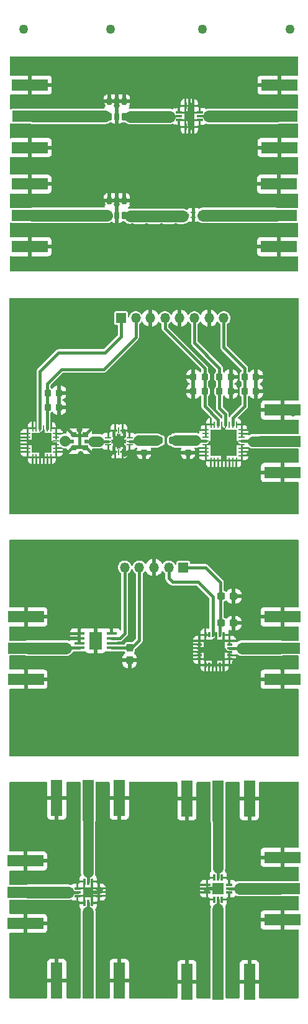
<source format=gtl>
%TF.GenerationSoftware,KiCad,Pcbnew,(6.0.4)*%
%TF.CreationDate,2022-04-21T10:24:45+02:00*%
%TF.ProjectId,Board1,426f6172-6431-42e6-9b69-6361645f7063,rev?*%
%TF.SameCoordinates,Original*%
%TF.FileFunction,Copper,L1,Top*%
%TF.FilePolarity,Positive*%
%FSLAX46Y46*%
G04 Gerber Fmt 4.6, Leading zero omitted, Abs format (unit mm)*
G04 Created by KiCad (PCBNEW (6.0.4)) date 2022-04-21 10:24:45*
%MOMM*%
%LPD*%
G01*
G04 APERTURE LIST*
G04 Aperture macros list*
%AMRoundRect*
0 Rectangle with rounded corners*
0 $1 Rounding radius*
0 $2 $3 $4 $5 $6 $7 $8 $9 X,Y pos of 4 corners*
0 Add a 4 corners polygon primitive as box body*
4,1,4,$2,$3,$4,$5,$6,$7,$8,$9,$2,$3,0*
0 Add four circle primitives for the rounded corners*
1,1,$1+$1,$2,$3*
1,1,$1+$1,$4,$5*
1,1,$1+$1,$6,$7*
1,1,$1+$1,$8,$9*
0 Add four rect primitives between the rounded corners*
20,1,$1+$1,$2,$3,$4,$5,0*
20,1,$1+$1,$4,$5,$6,$7,0*
20,1,$1+$1,$6,$7,$8,$9,0*
20,1,$1+$1,$8,$9,$2,$3,0*%
%AMFreePoly0*
4,1,10,-0.450000,0.185000,0.450000,0.185000,0.450000,0.435000,1.200000,0.435000,1.200000,-0.035000,1.000000,-0.235000,-1.200000,-0.235000,-1.200000,0.435000,-0.450000,0.435000,-0.450000,0.185000,-0.450000,0.185000,$1*%
%AMFreePoly1*
4,1,10,-0.450000,0.185000,0.450000,0.185000,0.450000,0.435000,1.200000,0.435000,1.200000,-0.235000,-1.000000,-0.235000,-1.200000,-0.035000,-1.200000,0.435000,-0.450000,0.435000,-0.450000,0.185000,-0.450000,0.185000,$1*%
G04 Aperture macros list end*
%TA.AperFunction,SMDPad,CuDef*%
%ADD10RoundRect,0.237500X-0.300000X-0.237500X0.300000X-0.237500X0.300000X0.237500X-0.300000X0.237500X0*%
%TD*%
%TA.AperFunction,SMDPad,CuDef*%
%ADD11R,0.850000X0.300000*%
%TD*%
%TA.AperFunction,SMDPad,CuDef*%
%ADD12R,0.300000X0.850000*%
%TD*%
%TA.AperFunction,SMDPad,CuDef*%
%ADD13R,1.450000X1.450000*%
%TD*%
%TA.AperFunction,SMDPad,CuDef*%
%ADD14R,1.400000X0.450000*%
%TD*%
%TA.AperFunction,SMDPad,CuDef*%
%ADD15R,1.780000X2.410000*%
%TD*%
%TA.AperFunction,SMDPad,CuDef*%
%ADD16RoundRect,0.225000X-0.225000X-0.250000X0.225000X-0.250000X0.225000X0.250000X-0.225000X0.250000X0*%
%TD*%
%TA.AperFunction,SMDPad,CuDef*%
%ADD17R,1.500000X5.600000*%
%TD*%
%TA.AperFunction,SMDPad,CuDef*%
%ADD18R,1.600000X4.900000*%
%TD*%
%TA.AperFunction,SMDPad,CuDef*%
%ADD19RoundRect,0.200000X-0.200000X-0.275000X0.200000X-0.275000X0.200000X0.275000X-0.200000X0.275000X0*%
%TD*%
%TA.AperFunction,SMDPad,CuDef*%
%ADD20R,5.600000X1.500000*%
%TD*%
%TA.AperFunction,SMDPad,CuDef*%
%ADD21R,4.900000X1.600000*%
%TD*%
%TA.AperFunction,SMDPad,CuDef*%
%ADD22RoundRect,0.062500X-0.337500X-0.062500X0.337500X-0.062500X0.337500X0.062500X-0.337500X0.062500X0*%
%TD*%
%TA.AperFunction,SMDPad,CuDef*%
%ADD23RoundRect,0.062500X-0.062500X-0.337500X0.062500X-0.337500X0.062500X0.337500X-0.062500X0.337500X0*%
%TD*%
%TA.AperFunction,SMDPad,CuDef*%
%ADD24R,3.600000X3.600000*%
%TD*%
%TA.AperFunction,SMDPad,CuDef*%
%ADD25RoundRect,0.200000X0.275000X-0.200000X0.275000X0.200000X-0.275000X0.200000X-0.275000X-0.200000X0*%
%TD*%
%TA.AperFunction,SMDPad,CuDef*%
%ADD26R,0.200000X0.350000*%
%TD*%
%TA.AperFunction,SMDPad,CuDef*%
%ADD27R,0.750000X0.200000*%
%TD*%
%TA.AperFunction,SMDPad,CuDef*%
%ADD28RoundRect,0.062500X-0.350000X-0.062500X0.350000X-0.062500X0.350000X0.062500X-0.350000X0.062500X0*%
%TD*%
%TA.AperFunction,SMDPad,CuDef*%
%ADD29RoundRect,0.062500X-0.062500X-0.350000X0.062500X-0.350000X0.062500X0.350000X-0.062500X0.350000X0*%
%TD*%
%TA.AperFunction,SMDPad,CuDef*%
%ADD30R,2.700000X2.700000*%
%TD*%
%TA.AperFunction,SMDPad,CuDef*%
%ADD31RoundRect,0.225000X0.225000X0.250000X-0.225000X0.250000X-0.225000X-0.250000X0.225000X-0.250000X0*%
%TD*%
%TA.AperFunction,SMDPad,CuDef*%
%ADD32R,0.700000X0.300000*%
%TD*%
%TA.AperFunction,SMDPad,CuDef*%
%ADD33R,0.300000X0.700000*%
%TD*%
%TA.AperFunction,SMDPad,CuDef*%
%ADD34R,2.950000X2.950000*%
%TD*%
%TA.AperFunction,ComponentPad*%
%ADD35C,1.270000*%
%TD*%
%TA.AperFunction,ComponentPad*%
%ADD36R,1.350000X1.350000*%
%TD*%
%TA.AperFunction,ComponentPad*%
%ADD37O,1.350000X1.350000*%
%TD*%
%TA.AperFunction,SMDPad,CuDef*%
%ADD38RoundRect,0.062500X-0.062500X0.350000X-0.062500X-0.350000X0.062500X-0.350000X0.062500X0.350000X0*%
%TD*%
%TA.AperFunction,SMDPad,CuDef*%
%ADD39RoundRect,0.062500X-0.350000X0.062500X-0.350000X-0.062500X0.350000X-0.062500X0.350000X0.062500X0*%
%TD*%
%TA.AperFunction,SMDPad,CuDef*%
%ADD40R,1.650000X1.650000*%
%TD*%
%TA.AperFunction,SMDPad,CuDef*%
%ADD41RoundRect,0.200000X-0.275000X0.200000X-0.275000X-0.200000X0.275000X-0.200000X0.275000X0.200000X0*%
%TD*%
%TA.AperFunction,SMDPad,CuDef*%
%ADD42RoundRect,0.075000X-0.362500X-0.075000X0.362500X-0.075000X0.362500X0.075000X-0.362500X0.075000X0*%
%TD*%
%TA.AperFunction,SMDPad,CuDef*%
%ADD43RoundRect,0.075000X-0.075000X-0.362500X0.075000X-0.362500X0.075000X0.362500X-0.075000X0.362500X0*%
%TD*%
%TA.AperFunction,SMDPad,CuDef*%
%ADD44R,0.300000X0.900000*%
%TD*%
%TA.AperFunction,SMDPad,CuDef*%
%ADD45R,0.900000X0.300000*%
%TD*%
%TA.AperFunction,SMDPad,CuDef*%
%ADD46R,1.500000X1.500000*%
%TD*%
%TA.AperFunction,SMDPad,CuDef*%
%ADD47RoundRect,0.152500X0.152500X-0.382500X0.152500X0.382500X-0.152500X0.382500X-0.152500X-0.382500X0*%
%TD*%
%TA.AperFunction,SMDPad,CuDef*%
%ADD48R,0.480000X0.500000*%
%TD*%
%TA.AperFunction,SMDPad,CuDef*%
%ADD49FreePoly0,180.000000*%
%TD*%
%TA.AperFunction,SMDPad,CuDef*%
%ADD50FreePoly1,0.000000*%
%TD*%
%TA.AperFunction,SMDPad,CuDef*%
%ADD51RoundRect,0.237500X-0.237500X0.300000X-0.237500X-0.300000X0.237500X-0.300000X0.237500X0.300000X0*%
%TD*%
%TA.AperFunction,ViaPad*%
%ADD52C,0.800000*%
%TD*%
%TA.AperFunction,Conductor*%
%ADD53C,0.381000*%
%TD*%
%TA.AperFunction,Conductor*%
%ADD54C,0.400000*%
%TD*%
%TA.AperFunction,Conductor*%
%ADD55C,1.582420*%
%TD*%
%TA.AperFunction,Conductor*%
%ADD56C,0.254000*%
%TD*%
%TA.AperFunction,Conductor*%
%ADD57C,1.623060*%
%TD*%
%TA.AperFunction,Conductor*%
%ADD58C,0.250000*%
%TD*%
%TA.AperFunction,Conductor*%
%ADD59C,1.473200*%
%TD*%
%TA.AperFunction,Conductor*%
%ADD60C,1.526540*%
%TD*%
%TA.AperFunction,Conductor*%
%ADD61C,1.541780*%
%TD*%
%TA.AperFunction,Conductor*%
%ADD62C,1.592580*%
%TD*%
%TA.AperFunction,Conductor*%
%ADD63C,0.840740*%
%TD*%
G04 APERTURE END LIST*
D10*
%TO.P,C2,1*%
%TO.N,N/C*%
X139137500Y-113600000D03*
%TO.P,C2,2*%
X140862500Y-113600000D03*
%TD*%
D11*
%TO.P,IC1,1,GND_1*%
%TO.N,N/C*%
X119550011Y-149772499D03*
%TO.P,IC1,2,IF-OUT*%
X119550011Y-150282499D03*
%TO.P,IC1,3,GND_2*%
X119550011Y-150792499D03*
D12*
%TO.P,IC1,4,GND_3*%
X120490011Y-151732499D03*
%TO.P,IC1,5,LO-IN*%
X121000011Y-151732499D03*
%TO.P,IC1,6,GND_4*%
X121510011Y-151732499D03*
D11*
%TO.P,IC1,7,N/C_1*%
X122450011Y-150792499D03*
%TO.P,IC1,8,N/C_2*%
X122450011Y-150282499D03*
%TO.P,IC1,9,N/C_3*%
X122450011Y-149772499D03*
D12*
%TO.P,IC1,10,GND_5*%
X121510011Y-148832499D03*
%TO.P,IC1,11,RF-IN*%
X121000011Y-148832499D03*
%TO.P,IC1,12,GND_6*%
X120490011Y-148832499D03*
D13*
%TO.P,IC1,13,EP*%
X121000011Y-150282499D03*
%TD*%
D14*
%TO.P,IC2,1,VCC*%
%TO.N,N/C*%
X124200000Y-116975000D03*
%TO.P,IC2,2,N/C_1*%
X124200000Y-116325000D03*
%TO.P,IC2,3,VTUNE*%
X124200000Y-115675000D03*
%TO.P,IC2,4,GND_1*%
X124200000Y-115025000D03*
%TO.P,IC2,5,GND_2*%
X119800000Y-115025000D03*
%TO.P,IC2,6,N/C_2*%
X119800000Y-115675000D03*
%TO.P,IC2,7,N/C_3*%
X119800000Y-116325000D03*
%TO.P,IC2,8,RFOUT*%
X119800000Y-116975000D03*
D15*
%TO.P,IC2,9,EP*%
X122000000Y-116000000D03*
%TD*%
D16*
%TO.P,C1,1*%
%TO.N,N/C*%
X115497501Y-82200001D03*
%TO.P,C1,2*%
X117047501Y-82200001D03*
%TD*%
D17*
%TO.P,J5,1,RF*%
%TO.N,N/C*%
X138740000Y-162132500D03*
D18*
%TO.P,J5,S1*%
X134480000Y-162482500D03*
%TO.P,J5,S2*%
X143000000Y-162482500D03*
%TD*%
D19*
%TO.P,R2,1*%
%TO.N,N/C*%
X130797500Y-88700000D03*
%TO.P,R2,2*%
X132447500Y-88700000D03*
%TD*%
D20*
%TO.P,J3,1,RF*%
%TO.N,N/C*%
X112800000Y-150282500D03*
D21*
%TO.P,J3,S1*%
X112450000Y-146022500D03*
%TO.P,J3,S2*%
X112450000Y-154542500D03*
%TD*%
D17*
%TO.P,J4,1,RF*%
%TO.N,N/C*%
X138740000Y-137867500D03*
D18*
%TO.P,J4,S1*%
X143000000Y-137517500D03*
%TO.P,J4,S2*%
X134480000Y-137517500D03*
%TD*%
D16*
%TO.P,C4,1*%
%TO.N,N/C*%
X138925000Y-82000000D03*
%TO.P,C4,2*%
X140475000Y-82000000D03*
%TD*%
D22*
%TO.P,U3,1,NC*%
%TO.N,N/C*%
X137049992Y-87250000D03*
%TO.P,U3,2,NC*%
X137049992Y-87750000D03*
%TO.P,U3,3,GND*%
X137049992Y-88250000D03*
%TO.P,U3,4,In*%
X137049992Y-88750000D03*
%TO.P,U3,5,GND*%
X137049992Y-89250000D03*
%TO.P,U3,6,NC*%
X137049992Y-89750000D03*
%TO.P,U3,7,NC*%
X137049992Y-90250000D03*
%TO.P,U3,8,NC*%
X137049992Y-90750000D03*
D23*
%TO.P,U3,9,NC*%
X137749992Y-91450000D03*
%TO.P,U3,10,NC*%
X138249992Y-91450000D03*
%TO.P,U3,11,NC*%
X138749992Y-91450000D03*
%TO.P,U3,12,NC*%
X139249992Y-91450000D03*
%TO.P,U3,13,NC*%
X139749992Y-91450000D03*
%TO.P,U3,14,NC*%
X140249992Y-91450000D03*
%TO.P,U3,15,NC*%
X140749992Y-91450000D03*
%TO.P,U3,16,NC*%
X141249992Y-91450000D03*
D22*
%TO.P,U3,17,NC*%
X141949992Y-90750000D03*
%TO.P,U3,18,NC*%
X141949992Y-90250000D03*
%TO.P,U3,19,NC*%
X141949992Y-89750000D03*
%TO.P,U3,20,GND*%
X141949992Y-89250000D03*
%TO.P,U3,21,Out*%
X141949992Y-88750000D03*
%TO.P,U3,22,GND*%
X141949992Y-88250000D03*
%TO.P,U3,23,NC*%
X141949992Y-87750000D03*
%TO.P,U3,24,NC*%
X141949992Y-87250000D03*
D23*
%TO.P,U3,25,GND*%
X141249992Y-86550000D03*
%TO.P,U3,26,Vdd3*%
X140749992Y-86550000D03*
%TO.P,U3,27,GND*%
X140249992Y-86550000D03*
%TO.P,U3,28,Vdd2*%
X139749992Y-86550000D03*
%TO.P,U3,29,GND*%
X139249992Y-86550000D03*
%TO.P,U3,30,Vdd1*%
X138749992Y-86550000D03*
%TO.P,U3,31,GND*%
X138249992Y-86550000D03*
%TO.P,U3,32,NC*%
X137749992Y-86550000D03*
D24*
%TO.P,U3,33,GND*%
X139499992Y-89000000D03*
%TD*%
D25*
%TO.P,R3,1*%
%TO.N,N/C*%
X134622500Y-90325000D03*
%TO.P,R3,2*%
X134622500Y-88675000D03*
%TD*%
D20*
%TO.P,J1,1,RF*%
%TO.N,N/C*%
X147132500Y-117000000D03*
D21*
%TO.P,J1,S1*%
X147482500Y-121260000D03*
%TO.P,J1,S2*%
X147482500Y-112740000D03*
%TD*%
D26*
%TO.P,FL4,1,In*%
%TO.N,N/C*%
X134628010Y-57915999D03*
D27*
%TO.P,FL4,2,GND*%
X135353010Y-58240999D03*
D26*
%TO.P,FL4,3,Out*%
X136078010Y-57915999D03*
D27*
%TO.P,FL4,4,GND*%
X135353010Y-57590999D03*
%TD*%
D28*
%TO.P,Y1,1*%
%TO.N,N/C*%
X112735001Y-87750000D03*
%TO.P,Y1,2*%
X112735001Y-88250000D03*
%TO.P,Y1,3*%
X112735001Y-88750000D03*
%TO.P,Y1,4*%
X112735001Y-89250000D03*
%TO.P,Y1,5*%
X112735001Y-89750000D03*
%TO.P,Y1,6*%
X112735001Y-90250000D03*
D29*
%TO.P,Y1,7*%
X113447501Y-90962500D03*
%TO.P,Y1,8*%
X113947501Y-90962500D03*
%TO.P,Y1,9*%
X114447501Y-90962500D03*
%TO.P,Y1,10*%
X114947501Y-90962500D03*
%TO.P,Y1,11*%
X115447501Y-90962500D03*
%TO.P,Y1,12*%
X115947501Y-90962500D03*
D28*
%TO.P,Y1,13*%
X116660001Y-90250000D03*
%TO.P,Y1,14*%
X116660001Y-89750000D03*
%TO.P,Y1,15,GND*%
X116660001Y-89250000D03*
%TO.P,Y1,16,RFout*%
X116660001Y-88750000D03*
%TO.P,Y1,17*%
X116660001Y-88250000D03*
%TO.P,Y1,18*%
X116660001Y-87750000D03*
D29*
%TO.P,Y1,19*%
X115947501Y-87037500D03*
%TO.P,Y1,20,Vcc*%
X115447501Y-87037500D03*
%TO.P,Y1,21*%
X114947501Y-87037500D03*
%TO.P,Y1,22,VTune*%
X114447501Y-87037500D03*
%TO.P,Y1,23*%
X113947501Y-87037500D03*
%TO.P,Y1,24*%
X113447501Y-87037500D03*
D30*
%TO.P,Y1,25,GND*%
X114697501Y-89000000D03*
%TD*%
D31*
%TO.P,C6,1*%
%TO.N,N/C*%
X136907500Y-80000000D03*
%TO.P,C6,2*%
X135357500Y-80000000D03*
%TD*%
D32*
%TO.P,IC1,1,N/C_1*%
%TO.N,N/C*%
X136200007Y-115999999D03*
%TO.P,IC1,2,N/C_2*%
X136200007Y-116499999D03*
%TO.P,IC1,3,N/C_3*%
X136200007Y-116999999D03*
%TO.P,IC1,4,N/C_4*%
X136200007Y-117499999D03*
%TO.P,IC1,5,N/C_5*%
X136200007Y-117999999D03*
%TO.P,IC1,6,N/C_6*%
X136200007Y-118499999D03*
D33*
%TO.P,IC1,7,N/C_7*%
X137000007Y-119299999D03*
%TO.P,IC1,8,N/C_8*%
X137500007Y-119299999D03*
%TO.P,IC1,9,N/C_9*%
X138000007Y-119299999D03*
%TO.P,IC1,10,N/C_10*%
X138500007Y-119299999D03*
%TO.P,IC1,11,N/C_11*%
X139000007Y-119299999D03*
%TO.P,IC1,12,N/C_12*%
X139500007Y-119299999D03*
D32*
%TO.P,IC1,13,N/C_13*%
X140300007Y-118499999D03*
%TO.P,IC1,14,N/C_14*%
X140300007Y-117999999D03*
%TO.P,IC1,15,GND*%
X140300007Y-117499999D03*
%TO.P,IC1,16,RFOUT*%
X140300007Y-116999999D03*
%TO.P,IC1,17,N/C_15*%
X140300007Y-116499999D03*
%TO.P,IC1,18,N/C_16*%
X140300007Y-115999999D03*
D33*
%TO.P,IC1,19,N/C_17*%
X139500007Y-115199999D03*
%TO.P,IC1,20,VCC*%
X139000007Y-115199999D03*
%TO.P,IC1,21,N/C_18*%
X138500007Y-115199999D03*
%TO.P,IC1,22,VTUNE*%
X138000007Y-115199999D03*
%TO.P,IC1,23,N/C_19*%
X137500007Y-115199999D03*
%TO.P,IC1,24,N/C_20*%
X137000007Y-115199999D03*
D34*
%TO.P,IC1,25,EP*%
X138250007Y-117249999D03*
%TD*%
D35*
%TO.P,REF\u002A\u002A,*%
%TO.N,*%
X148500008Y-32608647D03*
X136600006Y-32641362D03*
%TD*%
D16*
%TO.P,C8,1*%
%TO.N,N/C*%
X142357500Y-82000000D03*
%TO.P,C8,2*%
X143907500Y-82000000D03*
%TD*%
%TO.P,C2,1*%
%TO.N,N/C*%
X115497501Y-84200001D03*
%TO.P,C2,2*%
X117047501Y-84200001D03*
%TD*%
D36*
%TO.P,J3,1,Pin_1*%
%TO.N,N/C*%
X134000000Y-106000000D03*
D37*
%TO.P,J3,2,Pin_2*%
X132000000Y-106000000D03*
%TO.P,J3,3,Pin_3*%
X130000000Y-106000000D03*
%TO.P,J3,4,Pin_4*%
X128000000Y-106000000D03*
%TO.P,J3,5,Pin_5*%
X126000000Y-106000000D03*
%TD*%
D20*
%TO.P,J4,1,RF*%
%TO.N,N/C*%
X146652500Y-58000000D03*
D21*
%TO.P,J4,S1*%
X147002500Y-62260000D03*
%TO.P,J4,S2*%
X147002500Y-53740000D03*
%TD*%
D38*
%TO.P,U2,1,GND*%
%TO.N,N/C*%
X125700000Y-87337500D03*
%TO.P,U2,2*%
X125200000Y-87337500D03*
%TO.P,U2,3,GND*%
X124700000Y-87337500D03*
D39*
%TO.P,U2,4,GND*%
X123737500Y-88300000D03*
%TO.P,U2,5,In*%
X123737500Y-88800000D03*
%TO.P,U2,6,GND*%
X123737500Y-89300000D03*
D38*
%TO.P,U2,7,GND*%
X124700000Y-90262500D03*
%TO.P,U2,8*%
X125200000Y-90262500D03*
%TO.P,U2,9,GND*%
X125700000Y-90262500D03*
D39*
%TO.P,U2,10,GND*%
X126662500Y-89300000D03*
%TO.P,U2,11,Out*%
X126662500Y-88800000D03*
%TO.P,U2,12,GND*%
X126662500Y-88300000D03*
D40*
%TO.P,U2,13,GND*%
X125200000Y-88800000D03*
%TD*%
D35*
%TO.P,REF\u002A\u002A,*%
%TO.N,*%
X124109988Y-32608647D03*
X112210012Y-32641362D03*
%TD*%
D16*
%TO.P,C5,1*%
%TO.N,N/C*%
X142357500Y-80000000D03*
%TO.P,C5,2*%
X143907500Y-80000000D03*
%TD*%
D41*
%TO.P,R1,1*%
%TO.N,N/C*%
X128622500Y-88675000D03*
%TO.P,R1,2*%
X128622500Y-90325000D03*
%TD*%
D20*
%TO.P,J1,1,RF*%
%TO.N,N/C*%
X147200000Y-88800000D03*
D21*
%TO.P,J1,S1*%
X147550000Y-93060000D03*
%TO.P,J1,S2*%
X147550000Y-84540000D03*
%TD*%
D17*
%TO.P,J1,1,RF*%
%TO.N,N/C*%
X121000000Y-137800000D03*
D18*
%TO.P,J1,S1*%
X125260000Y-137450000D03*
%TO.P,J1,S2*%
X116740000Y-137450000D03*
%TD*%
D20*
%TO.P,J6,1,RF*%
%TO.N,N/C*%
X147132500Y-149800000D03*
D21*
%TO.P,J6,S1*%
X147482500Y-154060000D03*
%TO.P,J6,S2*%
X147482500Y-145540000D03*
%TD*%
D20*
%TO.P,J2,1,RF*%
%TO.N,N/C*%
X146720000Y-44500000D03*
D21*
%TO.P,J2,S1*%
X147070000Y-48760000D03*
%TO.P,J2,S2*%
X147070000Y-40240000D03*
%TD*%
D20*
%TO.P,J3,1,RF*%
%TO.N,N/C*%
X113387500Y-58000000D03*
D21*
%TO.P,J3,S1*%
X113037500Y-53740000D03*
%TO.P,J3,S2*%
X113037500Y-62260000D03*
%TD*%
D42*
%TO.P,FL2,1,GND*%
%TO.N,N/C*%
X133362500Y-43989998D03*
%TO.P,FL2,2,In*%
X133362500Y-44499998D03*
%TO.P,FL2,3,GND*%
X133362500Y-45009998D03*
D43*
%TO.P,FL2,4,NC*%
X134290000Y-45937498D03*
%TO.P,FL2,5,NC*%
X134800000Y-45937498D03*
%TO.P,FL2,6,NC*%
X135310000Y-45937498D03*
D42*
%TO.P,FL2,7,GND*%
X136237500Y-45009998D03*
%TO.P,FL2,8,Out*%
X136237500Y-44499998D03*
%TO.P,FL2,9,GND*%
X136237500Y-43989998D03*
D43*
%TO.P,FL2,10,NC*%
X135310000Y-43062498D03*
%TO.P,FL2,11,NC*%
X134800000Y-43062498D03*
%TO.P,FL2,12,NC*%
X134290000Y-43062498D03*
D13*
%TO.P,FL2,13,NC*%
X134800000Y-44499998D03*
%TD*%
D44*
%TO.P,U1,1,GND*%
%TO.N,N/C*%
X138240006Y-151300001D03*
%TO.P,U1,2,LO*%
X138740006Y-151300001D03*
%TO.P,U1,3,GND*%
X139240006Y-151300001D03*
D45*
%TO.P,U1,4,GND*%
X140240006Y-150300001D03*
%TO.P,U1,5,IF*%
X140240006Y-149800001D03*
%TO.P,U1,6,GND*%
X140240006Y-149300001D03*
D44*
%TO.P,U1,7,GND*%
X139240006Y-148300001D03*
%TO.P,U1,8,RF*%
X138740006Y-148300001D03*
%TO.P,U1,9,GND*%
X138240006Y-148300001D03*
D45*
%TO.P,U1,10,NIC*%
X137240006Y-149300001D03*
%TO.P,U1,11,NIC*%
X137240006Y-149800001D03*
%TO.P,U1,12,NIC*%
X137240006Y-150300001D03*
D46*
%TO.P,U1,13,GND_(EP)*%
X138740006Y-149800001D03*
%TD*%
D17*
%TO.P,J2,1,RF*%
%TO.N,N/C*%
X121000000Y-161965000D03*
D18*
%TO.P,J2,S1*%
X116740000Y-162315000D03*
%TO.P,J2,S2*%
X125260000Y-162315000D03*
%TD*%
D16*
%TO.P,C7,1*%
%TO.N,N/C*%
X138925000Y-80000000D03*
%TO.P,C7,2*%
X140475000Y-80000000D03*
%TD*%
D10*
%TO.P,C1,1*%
%TO.N,N/C*%
X139147500Y-109920000D03*
%TO.P,C1,2*%
X140872500Y-109920000D03*
%TD*%
D47*
%TO.P,FL3,1,IN*%
%TO.N,N/C*%
X123938333Y-58025000D03*
%TO.P,FL3,2,GND*%
X124928333Y-58025000D03*
%TO.P,FL3,3,OUT*%
X125918333Y-58025000D03*
%TO.P,FL3,4,GND*%
X125918333Y-55975000D03*
%TO.P,FL3,5,GND*%
X124928333Y-55975000D03*
%TO.P,FL3,6,GND*%
X123938333Y-55975000D03*
%TD*%
D31*
%TO.P,C3,1*%
%TO.N,N/C*%
X136907500Y-82000000D03*
%TO.P,C3,2*%
X135357500Y-82000000D03*
%TD*%
D20*
%TO.P,J1,1,RF*%
%TO.N,N/C*%
X113455000Y-44500000D03*
D21*
%TO.P,J1,S1*%
X113105000Y-40240000D03*
%TO.P,J1,S2*%
X113105000Y-48760000D03*
%TD*%
D48*
%TO.P,TP1,A,Out*%
%TO.N,N/C*%
X120760000Y-88800001D03*
%TO.P,TP1,C,In*%
X118840000Y-88800001D03*
D49*
%TO.P,TP1,G,GND*%
X119800000Y-89615001D03*
D50*
X119800000Y-87985001D03*
%TD*%
D51*
%TO.P,C3,1*%
%TO.N,N/C*%
X126660000Y-116957500D03*
%TO.P,C3,2*%
X126660000Y-118682500D03*
%TD*%
D36*
%TO.P,J2,1,Pin_1*%
%TO.N,N/C*%
X125500000Y-72000000D03*
D37*
%TO.P,J2,2,Pin_2*%
X127500000Y-72000000D03*
%TO.P,J2,3,Pin_3*%
X129500000Y-72000000D03*
%TO.P,J2,4,Pin_4*%
X131500000Y-72000000D03*
%TO.P,J2,5,Pin_5*%
X133500000Y-72000000D03*
%TO.P,J2,6,Pin_6*%
X135500000Y-72000000D03*
%TO.P,J2,7,Pin_7*%
X137500000Y-72000000D03*
%TO.P,J2,8,Pin_8*%
X139500000Y-72000000D03*
%TD*%
D47*
%TO.P,FL1,1,IN*%
%TO.N,N/C*%
X123938333Y-44525001D03*
%TO.P,FL1,2,GND*%
X124928333Y-44525001D03*
%TO.P,FL1,3,OUT*%
X125918333Y-44525001D03*
%TO.P,FL1,4,GND*%
X125918333Y-42475001D03*
%TO.P,FL1,5,GND*%
X124928333Y-42475001D03*
%TO.P,FL1,6,GND*%
X123938333Y-42475001D03*
%TD*%
D20*
%TO.P,J2,1,RF*%
%TO.N,N/C*%
X112867500Y-117000000D03*
D21*
%TO.P,J2,S1*%
X112517500Y-112740000D03*
%TO.P,J2,S2*%
X112517500Y-121260000D03*
%TD*%
D52*
%TO.N,*%
X138400000Y-88100000D03*
X133000000Y-59500000D03*
X127000000Y-59500000D03*
X111000000Y-56500000D03*
X149000000Y-121000000D03*
X130000000Y-112000000D03*
X144000000Y-122000000D03*
X124928333Y-56500000D03*
X114000000Y-157000000D03*
X137000000Y-70000000D03*
X125000000Y-86000000D03*
X146000000Y-137000000D03*
X145000000Y-59500000D03*
X115000000Y-51000000D03*
X125000000Y-121000000D03*
X122500000Y-53500000D03*
X119000000Y-59500000D03*
X138400000Y-89900000D03*
X130000000Y-79000000D03*
X121000000Y-131000000D03*
X111000000Y-127000000D03*
X133000000Y-94000000D03*
X149000000Y-82000000D03*
X125000000Y-51000000D03*
X140000000Y-61000000D03*
X130000000Y-139000000D03*
X129000000Y-113000000D03*
X119000000Y-46000000D03*
X139000000Y-131000000D03*
X112000000Y-86000000D03*
X111000000Y-72000000D03*
X145000000Y-127000000D03*
X135000000Y-115000000D03*
X140330000Y-162010000D03*
X149000000Y-70000000D03*
X149000000Y-93000000D03*
X111000000Y-115000000D03*
X140330000Y-156010000D03*
X122000000Y-118000000D03*
X121000000Y-56500000D03*
X121000000Y-70000000D03*
X145000000Y-131000000D03*
X111000000Y-80000000D03*
X122600000Y-146000000D03*
X131000000Y-59500000D03*
X127000000Y-143000000D03*
X112000000Y-92000000D03*
X149000000Y-85000000D03*
X124928333Y-43000000D03*
X137000000Y-131000000D03*
X147000000Y-46000000D03*
X125000000Y-125000000D03*
X115000000Y-126000000D03*
X133000000Y-147000000D03*
X137000000Y-46000000D03*
X111000000Y-98000000D03*
X122600000Y-154000000D03*
X149000000Y-59500000D03*
X145000000Y-103000000D03*
X139000000Y-59500000D03*
X119300000Y-140000000D03*
X137000000Y-59500000D03*
X132500000Y-96500000D03*
X119300000Y-136000000D03*
X134000000Y-120000000D03*
X117000000Y-122000000D03*
X127500000Y-63500000D03*
X140330000Y-152010000D03*
X127000000Y-115000000D03*
X146000000Y-158000000D03*
X117000000Y-56500000D03*
X119000000Y-56500000D03*
X147500000Y-84000000D03*
X136014577Y-121990329D03*
X122500000Y-81500000D03*
X147000000Y-98000000D03*
X126000000Y-151000000D03*
X113900000Y-88200000D03*
X119300000Y-138000000D03*
X131000000Y-98000000D03*
X143000000Y-85000000D03*
X137500000Y-96500000D03*
X119800000Y-87200000D03*
X117000000Y-111000000D03*
X127000000Y-43000000D03*
X141000000Y-115000000D03*
X121000000Y-103000000D03*
X135000000Y-103000000D03*
X119300000Y-152000000D03*
X129000000Y-117000000D03*
X126000000Y-155000000D03*
X119300000Y-148000000D03*
X123000000Y-43000000D03*
X135000000Y-111000000D03*
X122500000Y-38500000D03*
X117980000Y-148600000D03*
X122000000Y-116000000D03*
X115000000Y-107000000D03*
X132000000Y-162000000D03*
X123000000Y-103000000D03*
X147000000Y-119000000D03*
X119000000Y-81000000D03*
X145000000Y-90500000D03*
X140330000Y-146010000D03*
X140000000Y-128000000D03*
X118000000Y-152000000D03*
X122600000Y-164000000D03*
X140600000Y-90100000D03*
X111000000Y-107000000D03*
X119300000Y-146000000D03*
X130000000Y-160000000D03*
X139000000Y-98000000D03*
X121000000Y-59500000D03*
X142500000Y-63500000D03*
X129000000Y-115000000D03*
X131000000Y-124000000D03*
X117500000Y-38500000D03*
X147000000Y-43000000D03*
X133000000Y-70000000D03*
X143000000Y-98000000D03*
X142500000Y-96500000D03*
X125000000Y-84000000D03*
X122600000Y-144000000D03*
X148000000Y-161000000D03*
X137200000Y-164000000D03*
X139000000Y-43000000D03*
X113900000Y-89700000D03*
X148040000Y-151640000D03*
X137500000Y-63500000D03*
X130000000Y-118000000D03*
X129000000Y-121000000D03*
X145000000Y-56500000D03*
X143000000Y-46000000D03*
X128000000Y-87000000D03*
X127000000Y-113000000D03*
X121000000Y-43000000D03*
X139000000Y-56500000D03*
X135000000Y-94000000D03*
X130000000Y-94000000D03*
X149000000Y-127000000D03*
X128000000Y-122000000D03*
X111000000Y-131000000D03*
X113000000Y-162000000D03*
X135000000Y-121000000D03*
X144000000Y-156000000D03*
X140000000Y-124000000D03*
X119300000Y-158000000D03*
X111000000Y-92000000D03*
X111000000Y-96000000D03*
X111000000Y-94000000D03*
X138014577Y-121990329D03*
X149000000Y-87000000D03*
X143000000Y-121000000D03*
X113980000Y-148600000D03*
X142500000Y-53500000D03*
X127000000Y-128000000D03*
X124000000Y-122000000D03*
X113000000Y-115000000D03*
X121000000Y-150300000D03*
X149000000Y-78000000D03*
X145000000Y-98000000D03*
X137200000Y-156000000D03*
X127500000Y-38500000D03*
X111000000Y-76000000D03*
X137500000Y-38500000D03*
X111000000Y-78000000D03*
X111980000Y-148600000D03*
X149000000Y-76000000D03*
X112000000Y-152000000D03*
X124000000Y-90500000D03*
X127500000Y-96500000D03*
X135000000Y-70000000D03*
X123000000Y-98000000D03*
X111000000Y-113000000D03*
X132500000Y-53500000D03*
X111000000Y-88000000D03*
X129000000Y-43000000D03*
X145000000Y-119000000D03*
X137200000Y-158000000D03*
X122500000Y-63500000D03*
X118000000Y-93000000D03*
X121000000Y-119000000D03*
X141000000Y-59500000D03*
X115000000Y-46000000D03*
X137200000Y-160000000D03*
X149000000Y-109000000D03*
X136000000Y-87000000D03*
X121000000Y-121000000D03*
X111000000Y-129000000D03*
X141000000Y-70000000D03*
X117000000Y-43000000D03*
X115000000Y-59500000D03*
X127500000Y-81500000D03*
X118000000Y-86000000D03*
X131000000Y-70000000D03*
X117500000Y-96500000D03*
X132500000Y-48500000D03*
X120000000Y-84000000D03*
X125000000Y-59500000D03*
X149000000Y-105000000D03*
X148000000Y-143000000D03*
X141000000Y-131000000D03*
X135000000Y-113000000D03*
X123000000Y-59500000D03*
X135000000Y-117000000D03*
X122600000Y-136000000D03*
X143000000Y-59500000D03*
X141000000Y-103000000D03*
X147000000Y-115000000D03*
X130000000Y-122000000D03*
X149000000Y-111000000D03*
X111000000Y-119000000D03*
X137200000Y-148000000D03*
X123000000Y-87000000D03*
X119000000Y-103000000D03*
X142000000Y-93000000D03*
X117500000Y-53500000D03*
X123000000Y-56500000D03*
X124000000Y-114000000D03*
X117000000Y-119000000D03*
X146060000Y-148050000D03*
X120000000Y-51000000D03*
X139000000Y-103000000D03*
X128000000Y-157000000D03*
X122600000Y-142000000D03*
X122500000Y-96500000D03*
X132000000Y-116000000D03*
X137200000Y-154000000D03*
X149000000Y-139000000D03*
X139000000Y-121000000D03*
X140330000Y-140010000D03*
X149000000Y-115000000D03*
X127500000Y-84000000D03*
X131000000Y-43000000D03*
X113000000Y-70000000D03*
X115000000Y-98000000D03*
X140330000Y-136010000D03*
X130000000Y-84000000D03*
X137200000Y-152000000D03*
X111000000Y-59500000D03*
X137500000Y-48500000D03*
X115000000Y-131000000D03*
X137200000Y-136000000D03*
X134000000Y-114000000D03*
X135000000Y-84000000D03*
X134000000Y-118000000D03*
X132500000Y-63500000D03*
X111000000Y-109000000D03*
X123000000Y-46000000D03*
X112500000Y-96500000D03*
X118000000Y-90500000D03*
X127000000Y-70000000D03*
X122600000Y-140000000D03*
X115000000Y-129000000D03*
X144060000Y-148050000D03*
X139000000Y-46000000D03*
X149000000Y-129000000D03*
X129000000Y-59500000D03*
X115000000Y-43000000D03*
X125000000Y-61000000D03*
X135000000Y-51000000D03*
X115400000Y-88200000D03*
X129000000Y-111000000D03*
X128000000Y-92000000D03*
X120000000Y-107000000D03*
X120000000Y-122000000D03*
X117000000Y-156000000D03*
X143000000Y-119000000D03*
X113000000Y-131000000D03*
X144000000Y-142000000D03*
X115000000Y-119000000D03*
X149000000Y-72000000D03*
X125000000Y-103000000D03*
X111000000Y-111000000D03*
X146000000Y-109000000D03*
X132000000Y-119000000D03*
X121000000Y-46000000D03*
X133000000Y-131000000D03*
X127000000Y-131000000D03*
X124000000Y-119000000D03*
X149000000Y-103000000D03*
X122000000Y-93000000D03*
X147000000Y-131000000D03*
X143000000Y-70000000D03*
X141000000Y-84000000D03*
X132000000Y-128000000D03*
X129000000Y-56500000D03*
X114000000Y-152000000D03*
X122600000Y-160000000D03*
X140000000Y-122000000D03*
X133000000Y-46000000D03*
X149000000Y-119000000D03*
X134000000Y-122000000D03*
X149000000Y-131000000D03*
X117500000Y-48500000D03*
X129000000Y-46000000D03*
X113000000Y-119000000D03*
X134000000Y-116000000D03*
X135000000Y-56500000D03*
X117000000Y-131000000D03*
X145000000Y-87000000D03*
X123000000Y-121000000D03*
X145000000Y-70000000D03*
X145000000Y-51000000D03*
X113000000Y-98000000D03*
X149000000Y-80000000D03*
X131000000Y-46000000D03*
X144000000Y-106000000D03*
X137000000Y-103000000D03*
X132500000Y-38500000D03*
X115000000Y-103000000D03*
X111000000Y-119000000D03*
X149000000Y-96000000D03*
X139000000Y-106000000D03*
X135000000Y-109000000D03*
X137000000Y-56500000D03*
X137200000Y-138000000D03*
X124000000Y-129000000D03*
X134000000Y-87000000D03*
X121000000Y-98000000D03*
X130000000Y-143000000D03*
X119300000Y-160000000D03*
X111000000Y-70000000D03*
X141000000Y-56500000D03*
X115000000Y-115000000D03*
X126000000Y-122000000D03*
X137500000Y-53500000D03*
X125000000Y-94000000D03*
X137200000Y-150000000D03*
X142500000Y-38500000D03*
X142000000Y-122000000D03*
X119000000Y-70000000D03*
X145000000Y-43000000D03*
X149000000Y-90500000D03*
X125250000Y-88850000D03*
X147000000Y-90500000D03*
X111000000Y-82000000D03*
X111000000Y-74000000D03*
X140330000Y-158010000D03*
X131000000Y-153000000D03*
X144040000Y-151640000D03*
X122600000Y-156000000D03*
X139500000Y-89100000D03*
X117000000Y-143000000D03*
X127000000Y-46000000D03*
X147000000Y-56500000D03*
X122500000Y-48500000D03*
X137000000Y-43000000D03*
X113000000Y-56500000D03*
X130000000Y-114000000D03*
X127000000Y-121000000D03*
X145000000Y-46000000D03*
X143000000Y-115000000D03*
X127000000Y-98000000D03*
X149000000Y-107000000D03*
X149000000Y-123000000D03*
X117000000Y-98000000D03*
X147000000Y-87000000D03*
X130000000Y-116000000D03*
X111000000Y-84000000D03*
X141000000Y-46000000D03*
X140000000Y-41000000D03*
X145000000Y-115000000D03*
X120000000Y-41000000D03*
X130000000Y-110000000D03*
X119300000Y-144000000D03*
X132000000Y-85000000D03*
X134000000Y-144000000D03*
X129000000Y-119000000D03*
X134000000Y-156000000D03*
X146040000Y-151640000D03*
X125000000Y-41000000D03*
X123000000Y-131000000D03*
X140330000Y-138010000D03*
X122600000Y-162000000D03*
X141000000Y-43000000D03*
X119300000Y-162000000D03*
X115400000Y-89700000D03*
X113000000Y-103000000D03*
X147500000Y-96500000D03*
X135000000Y-119000000D03*
X122000000Y-114000000D03*
X134000000Y-151000000D03*
X137000000Y-98000000D03*
X130000000Y-61000000D03*
X122600000Y-150000000D03*
X119000000Y-119000000D03*
X137000000Y-121000000D03*
X140330000Y-142010000D03*
X111000000Y-46000000D03*
X136000000Y-93000000D03*
X143000000Y-131000000D03*
X131000000Y-103000000D03*
X118000000Y-114000000D03*
X140000000Y-51000000D03*
X120000000Y-114000000D03*
X115000000Y-70000000D03*
X120000000Y-94000000D03*
X115000000Y-56500000D03*
X111000000Y-123000000D03*
X120000000Y-126000000D03*
X127500000Y-79000000D03*
X143000000Y-87000000D03*
X133000000Y-56500000D03*
X133000000Y-98000000D03*
X133000000Y-43000000D03*
X115000000Y-94000000D03*
X142500000Y-48500000D03*
X111000000Y-86000000D03*
X122600000Y-148000000D03*
X116000000Y-152000000D03*
X129000000Y-103000000D03*
X131000000Y-131000000D03*
X137200000Y-140000000D03*
X122000000Y-122000000D03*
X140330000Y-160010000D03*
X119000000Y-43000000D03*
X122000000Y-90400000D03*
X143000000Y-103000000D03*
X117000000Y-46000000D03*
X122600000Y-158000000D03*
X135000000Y-131000000D03*
X141000000Y-98000000D03*
X143000000Y-145000000D03*
X130000000Y-146000000D03*
X119000000Y-131000000D03*
X149000000Y-56500000D03*
X147000000Y-59500000D03*
X115980000Y-148600000D03*
X127000000Y-103000000D03*
X119300000Y-164000000D03*
X147000000Y-70000000D03*
X140330000Y-144010000D03*
X123000000Y-111000000D03*
X137200000Y-162000000D03*
X132000000Y-87000000D03*
X127000000Y-56500000D03*
X113000000Y-140000000D03*
X120000000Y-61000000D03*
X111000000Y-105000000D03*
X125000000Y-46000000D03*
X143000000Y-43000000D03*
X129000000Y-109000000D03*
X133000000Y-127000000D03*
X149000000Y-46000000D03*
X134000000Y-110000000D03*
X120000000Y-90500000D03*
X113000000Y-43000000D03*
X140330000Y-148010000D03*
X114000000Y-144000000D03*
X135000000Y-41000000D03*
X145000000Y-163000000D03*
X113000000Y-137000000D03*
X141000000Y-119000000D03*
X149000000Y-113000000D03*
X137200000Y-142000000D03*
X119000000Y-98000000D03*
X142060000Y-148050000D03*
X131000000Y-56500000D03*
X129000000Y-70000000D03*
X123000000Y-70000000D03*
X113000000Y-59500000D03*
X129000000Y-131000000D03*
X130600000Y-90300000D03*
X126000000Y-90500000D03*
X132500000Y-81500000D03*
X111000000Y-103000000D03*
X125000000Y-98000000D03*
X147000000Y-103000000D03*
X139000000Y-70000000D03*
X135000000Y-61000000D03*
X140330000Y-154010000D03*
X137200000Y-144000000D03*
X140000000Y-94000000D03*
X143000000Y-56500000D03*
X125000000Y-147000000D03*
X132600000Y-90300000D03*
X143000000Y-90500000D03*
X138700000Y-149800000D03*
X134000000Y-112000000D03*
X132000000Y-125000000D03*
X111000000Y-43000000D03*
X132500000Y-76500000D03*
X122600000Y-152000000D03*
X133000000Y-103000000D03*
X148060000Y-148050000D03*
X141000000Y-121000000D03*
X125000000Y-131000000D03*
X119300000Y-156000000D03*
X130000000Y-41000000D03*
X117000000Y-103000000D03*
X117000000Y-70000000D03*
X129000000Y-98000000D03*
X130000000Y-120000000D03*
X111000000Y-115000000D03*
X149000000Y-125000000D03*
X135000000Y-98000000D03*
X117000000Y-115000000D03*
X140330000Y-164010000D03*
X122600000Y-138000000D03*
X125000000Y-70000000D03*
X127500000Y-53500000D03*
X137200000Y-146000000D03*
X135000000Y-59500000D03*
X135000000Y-43000000D03*
X149000000Y-98000000D03*
X135000000Y-46000000D03*
X130000000Y-87000000D03*
X128000000Y-163000000D03*
X138000000Y-83000000D03*
X117000000Y-59500000D03*
X130000000Y-51000000D03*
X122000000Y-108000000D03*
X142000000Y-111000000D03*
X132000000Y-110000000D03*
X149000000Y-43000000D03*
X140600000Y-87900000D03*
X111000000Y-90000000D03*
X119300000Y-154000000D03*
X111000000Y-121000000D03*
X113000000Y-46000000D03*
X128000000Y-151000000D03*
X119300000Y-142000000D03*
X117500000Y-63500000D03*
X111000000Y-125000000D03*
X149000000Y-74000000D03*
X142040000Y-151640000D03*
X127500000Y-48500000D03*
%TD*%
D53*
%TO.N,*%
X136907500Y-84025000D02*
X136907500Y-82000000D01*
X115447501Y-87037500D02*
X115447501Y-80975001D01*
D54*
X139034966Y-113560000D02*
X139000007Y-113594959D01*
X132000000Y-107500000D02*
X132000000Y-106000000D01*
X118025000Y-116975000D02*
X119800000Y-116975000D01*
D53*
X138925000Y-78825000D02*
X135500000Y-75400000D01*
D54*
X126660000Y-116957500D02*
X126957500Y-116957500D01*
D55*
X113387500Y-58000000D02*
X123578603Y-58000000D01*
D54*
X138000007Y-115199999D02*
X138000007Y-110000007D01*
X132500000Y-108000000D02*
X132000000Y-107500000D01*
D53*
X118689999Y-88750000D02*
X118740000Y-88800001D01*
D56*
X134628010Y-57915999D02*
X134173999Y-57915999D01*
D53*
X131500000Y-73433750D02*
X131500000Y-72000000D01*
D54*
X135774999Y-88749999D02*
X135700000Y-88675000D01*
D53*
X123300000Y-76700000D02*
X125500000Y-74500000D01*
X138749988Y-85867488D02*
X136907500Y-84025000D01*
X138749988Y-86549999D02*
X138749988Y-85867488D01*
D54*
X136000000Y-108000000D02*
X132500000Y-108000000D01*
X118000000Y-90500000D02*
X118884999Y-89615001D01*
X119800000Y-87200000D02*
X119800000Y-86400000D01*
X135353010Y-57590999D02*
X135353010Y-56537010D01*
X118000000Y-90500000D02*
X118000000Y-90000000D01*
D55*
X146652500Y-58000000D02*
X136670000Y-58000000D01*
D57*
X147132500Y-117000000D02*
X142000000Y-117000000D01*
D54*
X126662500Y-88800000D02*
X127776261Y-88800000D01*
D53*
X142357500Y-78857500D02*
X139500000Y-76000000D01*
D57*
X112867500Y-117000000D02*
X118000000Y-117000000D01*
D54*
X139044966Y-113550000D02*
X139034966Y-113560000D01*
X119800000Y-87985001D02*
X119800000Y-87400000D01*
D56*
X125918333Y-58025000D02*
X126663000Y-58025000D01*
D53*
X114447501Y-87037500D02*
X114447501Y-79252499D01*
D54*
X124200000Y-116975000D02*
X126642500Y-116975000D01*
X119800000Y-87400000D02*
X119800000Y-87200000D01*
X138740000Y-147000000D02*
X138740006Y-147000006D01*
X139044966Y-109880000D02*
X139044966Y-113550000D01*
D58*
X137000000Y-118500000D02*
X138250000Y-117250000D01*
D54*
X126000000Y-114975000D02*
X126000000Y-106000000D01*
D53*
X140749988Y-85632512D02*
X142357500Y-84025000D01*
X142357500Y-80000000D02*
X142357500Y-78857500D01*
X127500000Y-74600000D02*
X127500000Y-72000000D01*
D54*
X138740006Y-147000006D02*
X138740006Y-148300001D01*
D53*
X139500000Y-76000000D02*
X139500000Y-72000000D01*
D55*
X113455000Y-44500000D02*
X123298000Y-44500000D01*
D54*
X139000007Y-113594959D02*
X139000007Y-115199999D01*
D53*
X125500000Y-74500000D02*
X125500000Y-72000000D01*
D54*
X118285989Y-150282499D02*
X118283490Y-150280000D01*
D55*
X126764000Y-44525001D02*
X132149749Y-44525001D01*
D54*
X137000000Y-106000000D02*
X134000000Y-106000000D01*
D59*
X130300000Y-88700000D02*
X127876261Y-88700000D01*
D54*
X125200000Y-88800000D02*
X124500000Y-89500000D01*
X118000000Y-117000000D02*
X118025000Y-116975000D01*
D58*
X139500000Y-118500000D02*
X138250000Y-117250000D01*
D53*
X138925000Y-84292500D02*
X138925000Y-80000000D01*
D60*
X138740000Y-162132500D02*
X138740000Y-152630000D01*
D59*
X135700000Y-88675000D02*
X132925000Y-88675000D01*
D54*
X121000011Y-151732499D02*
X121000011Y-153039989D01*
D53*
X115447501Y-80975001D02*
X117422502Y-79000000D01*
D54*
X118884999Y-89615001D02*
X119800000Y-89615001D01*
X135353010Y-57590999D02*
X135353010Y-58986990D01*
D53*
X114447501Y-79252499D02*
X117000000Y-76700000D01*
D54*
X137049988Y-88749999D02*
X135774999Y-88749999D01*
X123737500Y-88800000D02*
X122500000Y-88800000D01*
X121000011Y-153039989D02*
X121000000Y-153040000D01*
X120715001Y-89615001D02*
X119800000Y-89615001D01*
X125250000Y-88850000D02*
X125900000Y-89500000D01*
X125200000Y-88800000D02*
X125900000Y-88100000D01*
X143270000Y-88770000D02*
X141932505Y-88770000D01*
D59*
X117800000Y-88750000D02*
X117900000Y-88750000D01*
D54*
X124500000Y-88100000D02*
X124500000Y-87400000D01*
D53*
X140749988Y-86549999D02*
X140749988Y-85632512D01*
X117000000Y-76700000D02*
X117322501Y-76700000D01*
D54*
X125200000Y-88800000D02*
X125250000Y-88850000D01*
X125200000Y-88800000D02*
X124500000Y-88100000D01*
X119800000Y-87985001D02*
X120514999Y-87985001D01*
D56*
X137432000Y-44500000D02*
X137431998Y-44499998D01*
D54*
X120514999Y-87985001D02*
X121600000Y-86900000D01*
D56*
X137431998Y-44499998D02*
X136237500Y-44499998D01*
D54*
X125900000Y-88100000D02*
X125900000Y-87300000D01*
X122000000Y-90900000D02*
X120715001Y-89615001D01*
D53*
X136907500Y-82000000D02*
X136907500Y-80000000D01*
D54*
X140300007Y-116999999D02*
X142000000Y-117000000D01*
X126642500Y-116975000D02*
X126660000Y-116957500D01*
X125300000Y-115675000D02*
X126000000Y-114975000D01*
D55*
X146720000Y-44500000D02*
X137432000Y-44500000D01*
D54*
X143300000Y-88800000D02*
X143270000Y-88770000D01*
X139044966Y-109880000D02*
X139044966Y-108044966D01*
D59*
X121000000Y-137800000D02*
X121000000Y-147560000D01*
D54*
X121000011Y-147600011D02*
X121000011Y-148832499D01*
X140240006Y-149800001D02*
X141640001Y-149800001D01*
X119800000Y-89615001D02*
X119800000Y-87400000D01*
D53*
X139749988Y-85117488D02*
X139749988Y-86549999D01*
D54*
X119085001Y-87985001D02*
X117900000Y-86800000D01*
X124500000Y-89500000D02*
X124500000Y-90400000D01*
D53*
X117300000Y-76700000D02*
X123300000Y-76700000D01*
D59*
X121700000Y-88800000D02*
X122500000Y-88800000D01*
D53*
X136907500Y-80000000D02*
X136907500Y-78841250D01*
X135500000Y-75400000D02*
X135500000Y-72000000D01*
D54*
X119800000Y-87985001D02*
X119085001Y-87985001D01*
D61*
X121000000Y-161965000D02*
X121000000Y-153040000D01*
D62*
X147132500Y-149800000D02*
X141680000Y-149800000D01*
D54*
X124200000Y-115675000D02*
X125300000Y-115675000D01*
X139044966Y-108044966D02*
X137000000Y-106000000D01*
D59*
X147200000Y-88800000D02*
X143500000Y-88800000D01*
D54*
X119550011Y-150282499D02*
X118285989Y-150282499D01*
X138740006Y-152610006D02*
X138740006Y-151300001D01*
D53*
X123100000Y-79000000D02*
X127500000Y-74600000D01*
X136907500Y-78841250D02*
X131500000Y-73433750D01*
D55*
X112800000Y-150282500D02*
X118280990Y-150282500D01*
D54*
X128000000Y-115915000D02*
X128000000Y-106000000D01*
D55*
X126764000Y-58126000D02*
X133876000Y-58126000D01*
D54*
X125900000Y-89500000D02*
X125900000Y-90300000D01*
D55*
X118280990Y-150282500D02*
X118283490Y-150280000D01*
D63*
X123608000Y-58000000D02*
X123624000Y-58016000D01*
D54*
X127776261Y-88800000D02*
X127876261Y-88700000D01*
X138000007Y-110000007D02*
X136000000Y-108000000D01*
D53*
X139749988Y-85117488D02*
X138925000Y-84292500D01*
X142357500Y-84025000D02*
X142357500Y-80000000D01*
X138925000Y-80000000D02*
X138925000Y-78825000D01*
D56*
X133362500Y-44499998D02*
X132770002Y-44499998D01*
D54*
X126957500Y-116957500D02*
X128000000Y-115915000D01*
D59*
X138740000Y-137867500D02*
X138740000Y-147000000D01*
D53*
X117500000Y-79000000D02*
X123100000Y-79000000D01*
D56*
X125918333Y-44525001D02*
X126764000Y-44525001D01*
%TD*%
%TA.AperFunction,NonConductor*%
G36*
X149613121Y-36349002D02*
G01*
X149659614Y-36402658D01*
X149671000Y-36455000D01*
X149671000Y-38806000D01*
X149650998Y-38874121D01*
X149597342Y-38920614D01*
X149545000Y-38932000D01*
X147342115Y-38932000D01*
X147326876Y-38936475D01*
X147325671Y-38937865D01*
X147324000Y-38945548D01*
X147324000Y-41529884D01*
X147328475Y-41545123D01*
X147329865Y-41546328D01*
X147337548Y-41547999D01*
X149545000Y-41547999D01*
X149613121Y-41568001D01*
X149659614Y-41621657D01*
X149671000Y-41673999D01*
X149671000Y-43369500D01*
X149650998Y-43437621D01*
X149597342Y-43484114D01*
X149545000Y-43495500D01*
X147031450Y-43495500D01*
X146993352Y-43489602D01*
X146944341Y-43474055D01*
X146944338Y-43474054D01*
X146938467Y-43472192D01*
X146932350Y-43471506D01*
X146932346Y-43471505D01*
X146857311Y-43463089D01*
X146778871Y-43454290D01*
X137380395Y-43454290D01*
X137377340Y-43454590D01*
X137377331Y-43454590D01*
X137307207Y-43461466D01*
X137227904Y-43469242D01*
X137109534Y-43504980D01*
X137038542Y-43505521D01*
X136996414Y-43484321D01*
X136900566Y-43410775D01*
X136886385Y-43402588D01*
X136759825Y-43350165D01*
X136744005Y-43345926D01*
X136642300Y-43332536D01*
X136634092Y-43331998D01*
X136405615Y-43331998D01*
X136390376Y-43336473D01*
X136389171Y-43337863D01*
X136387500Y-43345546D01*
X136387500Y-43992498D01*
X136367498Y-44060619D01*
X136313842Y-44107112D01*
X136261500Y-44118498D01*
X136205808Y-44118498D01*
X136112217Y-44134076D01*
X136111061Y-44134700D01*
X136079227Y-44139998D01*
X135368017Y-44139998D01*
X135299896Y-44119996D01*
X135253403Y-44066340D01*
X135247687Y-44051014D01*
X135232724Y-44038049D01*
X135196905Y-44018490D01*
X135162880Y-43956178D01*
X135160000Y-43929394D01*
X135160000Y-43821883D01*
X135460000Y-43821883D01*
X135464475Y-43837122D01*
X135465865Y-43838327D01*
X135473548Y-43839998D01*
X136069385Y-43839998D01*
X136084624Y-43835523D01*
X136085829Y-43834133D01*
X136087500Y-43826450D01*
X136087500Y-43350113D01*
X136083025Y-43334874D01*
X136081635Y-43333669D01*
X136065622Y-43330186D01*
X136003310Y-43296161D01*
X135971509Y-43242564D01*
X135963525Y-43215374D01*
X135962135Y-43214169D01*
X135954452Y-43212498D01*
X135478115Y-43212498D01*
X135462876Y-43216973D01*
X135461671Y-43218363D01*
X135460000Y-43226046D01*
X135460000Y-43821883D01*
X135160000Y-43821883D01*
X135160000Y-43230613D01*
X135155525Y-43215374D01*
X135154135Y-43214169D01*
X135146452Y-43212498D01*
X134968115Y-43212498D01*
X134952876Y-43216973D01*
X134952502Y-43217404D01*
X134954475Y-43224122D01*
X134956976Y-43226290D01*
X135017094Y-43259115D01*
X135051120Y-43321427D01*
X135054000Y-43348212D01*
X135054000Y-45653458D01*
X135033998Y-45721579D01*
X134980342Y-45768072D01*
X134963497Y-45774354D01*
X134952876Y-45777472D01*
X134952502Y-45777904D01*
X134954475Y-45784622D01*
X134955865Y-45785827D01*
X134963548Y-45787498D01*
X135141885Y-45787498D01*
X135157124Y-45783023D01*
X135158329Y-45781633D01*
X135160000Y-45773950D01*
X135160000Y-45769383D01*
X135460000Y-45769383D01*
X135464475Y-45784622D01*
X135465865Y-45785827D01*
X135473548Y-45787498D01*
X135949885Y-45787498D01*
X135965124Y-45783023D01*
X135966329Y-45781633D01*
X135969812Y-45765620D01*
X136003837Y-45703308D01*
X136057434Y-45671507D01*
X136084624Y-45663523D01*
X136085829Y-45662133D01*
X136087500Y-45654450D01*
X136087500Y-45178113D01*
X136083025Y-45162874D01*
X136081635Y-45161669D01*
X136073952Y-45159998D01*
X135478115Y-45159998D01*
X135462876Y-45164473D01*
X135461671Y-45165863D01*
X135460000Y-45173546D01*
X135460000Y-45769383D01*
X135160000Y-45769383D01*
X135160000Y-45068015D01*
X135180002Y-44999894D01*
X135233658Y-44953401D01*
X135248984Y-44947685D01*
X135261949Y-44932722D01*
X135281508Y-44896903D01*
X135343820Y-44862878D01*
X135370604Y-44859998D01*
X136087500Y-44859998D01*
X136087500Y-44865644D01*
X136130432Y-44866767D01*
X136171002Y-44881014D01*
X136176591Y-44881498D01*
X136261500Y-44881498D01*
X136329621Y-44901500D01*
X136376114Y-44955156D01*
X136387500Y-45007498D01*
X136387500Y-45649883D01*
X136391975Y-45665122D01*
X136393365Y-45666327D01*
X136401048Y-45667998D01*
X136634092Y-45667998D01*
X136642300Y-45667460D01*
X136744005Y-45654070D01*
X136759825Y-45649831D01*
X136886386Y-45597408D01*
X136900569Y-45589220D01*
X136996583Y-45515545D01*
X137062803Y-45489944D01*
X137111385Y-45495405D01*
X137140053Y-45504499D01*
X137213533Y-45527808D01*
X137219650Y-45528494D01*
X137219654Y-45528495D01*
X137294689Y-45536911D01*
X137373129Y-45545710D01*
X146771605Y-45545710D01*
X146774660Y-45545410D01*
X146774669Y-45545410D01*
X146880040Y-45535078D01*
X146924096Y-45530758D01*
X146929993Y-45528978D01*
X146929996Y-45528977D01*
X146993256Y-45509877D01*
X147029675Y-45504499D01*
X149545000Y-45504499D01*
X149613121Y-45524501D01*
X149659614Y-45578157D01*
X149671000Y-45630499D01*
X149671000Y-47326000D01*
X149650998Y-47394121D01*
X149597342Y-47440614D01*
X149545000Y-47452000D01*
X147342115Y-47452000D01*
X147326876Y-47456475D01*
X147325671Y-47457865D01*
X147324000Y-47465548D01*
X147324000Y-50049884D01*
X147328475Y-50065123D01*
X147329865Y-50066328D01*
X147337548Y-50067999D01*
X149545000Y-50067999D01*
X149613121Y-50088001D01*
X149659614Y-50141657D01*
X149671000Y-50193999D01*
X149671000Y-52310083D01*
X149650998Y-52378204D01*
X149597342Y-52424697D01*
X149531393Y-52435346D01*
X149503988Y-52432369D01*
X149497172Y-52432000D01*
X147274615Y-52432000D01*
X147259376Y-52436475D01*
X147258171Y-52437865D01*
X147256500Y-52445548D01*
X147256500Y-55029884D01*
X147260975Y-55045123D01*
X147262365Y-55046328D01*
X147270048Y-55047999D01*
X149497169Y-55047999D01*
X149503990Y-55047629D01*
X149531395Y-55044653D01*
X149601277Y-55057182D01*
X149653292Y-55105504D01*
X149671000Y-55169916D01*
X149671000Y-56880445D01*
X149650998Y-56948566D01*
X149597342Y-56995059D01*
X149520419Y-57004024D01*
X149477567Y-56995500D01*
X146963950Y-56995500D01*
X146925852Y-56989602D01*
X146876841Y-56974055D01*
X146876838Y-56974054D01*
X146870967Y-56972192D01*
X146864850Y-56971506D01*
X146864846Y-56971505D01*
X146789811Y-56963089D01*
X146711371Y-56954290D01*
X136618395Y-56954290D01*
X136615340Y-56954590D01*
X136615331Y-56954590D01*
X136545207Y-56961466D01*
X136465904Y-56969242D01*
X136460003Y-56971024D01*
X136460001Y-56971024D01*
X136398469Y-56989602D01*
X136269583Y-57028515D01*
X136264146Y-57031406D01*
X136264136Y-57031410D01*
X136158009Y-57087839D01*
X136088472Y-57102159D01*
X136023291Y-57077414D01*
X135981656Y-57046210D01*
X135966069Y-57037677D01*
X135845616Y-56992521D01*
X135830361Y-56988894D01*
X135779496Y-56983368D01*
X135772682Y-56982999D01*
X134933341Y-56983000D01*
X134926520Y-56983370D01*
X134875658Y-56988894D01*
X134860406Y-56992520D01*
X134739956Y-57037675D01*
X134724361Y-57046213D01*
X134622286Y-57122714D01*
X134609725Y-57135275D01*
X134568815Y-57189861D01*
X134511956Y-57232376D01*
X134441137Y-57237402D01*
X134407288Y-57224711D01*
X134295339Y-57163167D01*
X134289942Y-57160200D01*
X134094467Y-57098192D01*
X134088350Y-57097506D01*
X134088346Y-57097505D01*
X134002170Y-57087839D01*
X133934871Y-57080290D01*
X126712395Y-57080290D01*
X126709342Y-57080589D01*
X126709329Y-57080590D01*
X126585631Y-57092719D01*
X126515884Y-57079459D01*
X126464377Y-57030597D01*
X126447464Y-56961644D01*
X126470514Y-56894493D01*
X126484241Y-56878225D01*
X126589045Y-56773421D01*
X126598358Y-56761544D01*
X126673300Y-56637800D01*
X126679508Y-56624051D01*
X126723043Y-56485134D01*
X126725655Y-56472089D01*
X126731067Y-56413186D01*
X126731333Y-56407397D01*
X126731333Y-56247115D01*
X126726858Y-56231876D01*
X126725468Y-56230671D01*
X126717785Y-56229000D01*
X125200448Y-56229000D01*
X125185209Y-56233475D01*
X125184004Y-56234865D01*
X125182333Y-56242548D01*
X125182333Y-59045409D01*
X125186604Y-59059954D01*
X125197768Y-59061852D01*
X125208467Y-59059710D01*
X125347384Y-59016175D01*
X125361133Y-59009967D01*
X125484877Y-58935025D01*
X125496754Y-58925712D01*
X125579775Y-58842691D01*
X125642087Y-58808665D01*
X125688577Y-58807337D01*
X125722219Y-58812665D01*
X125728915Y-58813726D01*
X125728917Y-58813726D01*
X125733803Y-58814500D01*
X125915413Y-58814500D01*
X125983534Y-58834502D01*
X126005437Y-58852343D01*
X126009392Y-58856381D01*
X126013254Y-58861185D01*
X126170350Y-58993005D01*
X126175739Y-58995968D01*
X126175744Y-58995971D01*
X126344661Y-59088833D01*
X126350058Y-59091800D01*
X126545533Y-59153808D01*
X126551650Y-59154494D01*
X126551654Y-59154495D01*
X126626689Y-59162911D01*
X126705129Y-59171710D01*
X133927605Y-59171710D01*
X133930660Y-59171410D01*
X133930669Y-59171410D01*
X134000793Y-59164534D01*
X134080096Y-59156758D01*
X134085997Y-59154976D01*
X134085999Y-59154976D01*
X134203321Y-59119554D01*
X134276417Y-59097485D01*
X134457487Y-59001209D01*
X134550055Y-58925712D01*
X134611633Y-58875491D01*
X134611636Y-58875488D01*
X134616408Y-58871596D01*
X134620336Y-58866848D01*
X134620341Y-58866843D01*
X134637211Y-58846450D01*
X134696044Y-58806711D01*
X134767022Y-58805088D01*
X134778526Y-58808782D01*
X134860405Y-58839477D01*
X134875659Y-58843104D01*
X134926524Y-58848630D01*
X134933338Y-58848999D01*
X135772679Y-58848998D01*
X135779500Y-58848628D01*
X135830362Y-58843104D01*
X135845613Y-58839478D01*
X135913548Y-58814010D01*
X135984355Y-58808827D01*
X136038769Y-58835470D01*
X136076350Y-58867005D01*
X136081739Y-58869968D01*
X136081744Y-58869971D01*
X136197275Y-58933484D01*
X136256058Y-58965800D01*
X136451533Y-59027808D01*
X136457650Y-59028494D01*
X136457654Y-59028495D01*
X136532689Y-59036911D01*
X136611129Y-59045710D01*
X146704105Y-59045710D01*
X146707160Y-59045410D01*
X146707169Y-59045410D01*
X146812540Y-59035078D01*
X146856596Y-59030758D01*
X146862493Y-59028978D01*
X146862496Y-59028977D01*
X146925756Y-59009877D01*
X146962175Y-59004499D01*
X149477566Y-59004499D01*
X149520422Y-58995975D01*
X149591134Y-59002303D01*
X149647201Y-59045858D01*
X149671000Y-59119554D01*
X149671000Y-60830083D01*
X149650998Y-60898204D01*
X149597342Y-60944697D01*
X149531393Y-60955346D01*
X149503988Y-60952369D01*
X149497172Y-60952000D01*
X147274615Y-60952000D01*
X147259376Y-60956475D01*
X147258171Y-60957865D01*
X147256500Y-60965548D01*
X147256500Y-63549884D01*
X147260975Y-63565123D01*
X147262365Y-63566328D01*
X147270048Y-63567999D01*
X149497169Y-63567999D01*
X149503990Y-63567629D01*
X149531395Y-63564653D01*
X149601277Y-63577182D01*
X149653292Y-63625504D01*
X149671000Y-63689916D01*
X149671000Y-65545000D01*
X149650998Y-65613121D01*
X149597342Y-65659614D01*
X149545000Y-65671000D01*
X110455000Y-65671000D01*
X110386879Y-65650998D01*
X110340386Y-65597342D01*
X110329000Y-65545000D01*
X110329000Y-63684450D01*
X110349002Y-63616329D01*
X110402658Y-63569836D01*
X110472932Y-63559732D01*
X110484146Y-63561867D01*
X110485148Y-63562105D01*
X110536014Y-63567631D01*
X110542828Y-63568000D01*
X112765385Y-63568000D01*
X112780624Y-63563525D01*
X112781829Y-63562135D01*
X112783500Y-63554452D01*
X112783500Y-63549884D01*
X113291500Y-63549884D01*
X113295975Y-63565123D01*
X113297365Y-63566328D01*
X113305048Y-63567999D01*
X115532169Y-63567999D01*
X115538990Y-63567629D01*
X115589852Y-63562105D01*
X115605104Y-63558479D01*
X115725554Y-63513324D01*
X115741149Y-63504786D01*
X115843224Y-63428285D01*
X115855785Y-63415724D01*
X115932286Y-63313649D01*
X115940824Y-63298054D01*
X115985978Y-63177606D01*
X115989605Y-63162351D01*
X115995131Y-63111486D01*
X115995500Y-63104672D01*
X115995500Y-63104669D01*
X144044501Y-63104669D01*
X144044871Y-63111490D01*
X144050395Y-63162352D01*
X144054021Y-63177604D01*
X144099176Y-63298054D01*
X144107714Y-63313649D01*
X144184215Y-63415724D01*
X144196776Y-63428285D01*
X144298851Y-63504786D01*
X144314446Y-63513324D01*
X144434894Y-63558478D01*
X144450149Y-63562105D01*
X144501014Y-63567631D01*
X144507828Y-63568000D01*
X146730385Y-63568000D01*
X146745624Y-63563525D01*
X146746829Y-63562135D01*
X146748500Y-63554452D01*
X146748500Y-62532115D01*
X146744025Y-62516876D01*
X146742635Y-62515671D01*
X146734952Y-62514000D01*
X144062616Y-62514000D01*
X144047377Y-62518475D01*
X144046172Y-62519865D01*
X144044501Y-62527548D01*
X144044501Y-63104669D01*
X115995500Y-63104669D01*
X115995500Y-62532115D01*
X115991025Y-62516876D01*
X115989635Y-62515671D01*
X115981952Y-62514000D01*
X113309615Y-62514000D01*
X113294376Y-62518475D01*
X113293171Y-62519865D01*
X113291500Y-62527548D01*
X113291500Y-63549884D01*
X112783500Y-63549884D01*
X112783500Y-61987885D01*
X113291500Y-61987885D01*
X113295975Y-62003124D01*
X113297365Y-62004329D01*
X113305048Y-62006000D01*
X115977384Y-62006000D01*
X115992623Y-62001525D01*
X115993828Y-62000135D01*
X115995499Y-61992452D01*
X115995499Y-61987885D01*
X144044500Y-61987885D01*
X144048975Y-62003124D01*
X144050365Y-62004329D01*
X144058048Y-62006000D01*
X146730385Y-62006000D01*
X146745624Y-62001525D01*
X146746829Y-62000135D01*
X146748500Y-61992452D01*
X146748500Y-60970116D01*
X146744025Y-60954877D01*
X146742635Y-60953672D01*
X146734952Y-60952001D01*
X144507831Y-60952001D01*
X144501010Y-60952371D01*
X144450148Y-60957895D01*
X144434896Y-60961521D01*
X144314446Y-61006676D01*
X144298851Y-61015214D01*
X144196776Y-61091715D01*
X144184215Y-61104276D01*
X144107714Y-61206351D01*
X144099176Y-61221946D01*
X144054022Y-61342394D01*
X144050395Y-61357649D01*
X144044869Y-61408514D01*
X144044500Y-61415328D01*
X144044500Y-61987885D01*
X115995499Y-61987885D01*
X115995499Y-61415331D01*
X115995129Y-61408510D01*
X115989605Y-61357648D01*
X115985979Y-61342396D01*
X115940824Y-61221946D01*
X115932286Y-61206351D01*
X115855785Y-61104276D01*
X115843224Y-61091715D01*
X115741149Y-61015214D01*
X115725554Y-61006676D01*
X115605106Y-60961522D01*
X115589851Y-60957895D01*
X115538986Y-60952369D01*
X115532172Y-60952000D01*
X113309615Y-60952000D01*
X113294376Y-60956475D01*
X113293171Y-60957865D01*
X113291500Y-60965548D01*
X113291500Y-61987885D01*
X112783500Y-61987885D01*
X112783500Y-60970116D01*
X112779025Y-60954877D01*
X112777635Y-60953672D01*
X112769952Y-60952001D01*
X110542831Y-60952001D01*
X110536010Y-60952371D01*
X110485155Y-60957894D01*
X110484150Y-60958133D01*
X110483343Y-60958091D01*
X110477293Y-60958748D01*
X110477187Y-60957770D01*
X110413250Y-60954433D01*
X110355605Y-60912989D01*
X110329517Y-60846959D01*
X110329000Y-60835551D01*
X110329000Y-59109743D01*
X110349002Y-59041622D01*
X110402658Y-58995129D01*
X110472932Y-58985025D01*
X110486879Y-58988852D01*
X110488199Y-58989734D01*
X110495086Y-58991104D01*
X110495090Y-58991105D01*
X110526301Y-58997313D01*
X110562433Y-59004500D01*
X113076050Y-59004500D01*
X113114148Y-59010398D01*
X113163159Y-59025945D01*
X113163162Y-59025946D01*
X113169033Y-59027808D01*
X113175150Y-59028494D01*
X113175154Y-59028495D01*
X113250189Y-59036911D01*
X113328629Y-59045710D01*
X123630208Y-59045710D01*
X123633263Y-59045410D01*
X123633272Y-59045410D01*
X123703396Y-59038534D01*
X123782699Y-59030758D01*
X123788600Y-59028976D01*
X123788602Y-59028976D01*
X123897905Y-58995975D01*
X123979020Y-58971485D01*
X124160090Y-58875209D01*
X124163888Y-58872111D01*
X124231282Y-58851204D01*
X124299699Y-58870167D01*
X124322294Y-58888094D01*
X124359912Y-58925712D01*
X124371789Y-58935025D01*
X124495533Y-59009967D01*
X124509282Y-59016175D01*
X124648200Y-59059710D01*
X124657646Y-59061602D01*
X124671168Y-59058945D01*
X124674333Y-59047050D01*
X124674333Y-56247115D01*
X124669858Y-56231876D01*
X124668468Y-56230671D01*
X124660785Y-56229000D01*
X123143449Y-56229000D01*
X123128210Y-56233475D01*
X123127005Y-56234865D01*
X123125334Y-56242548D01*
X123125334Y-56407411D01*
X123125597Y-56413161D01*
X123131012Y-56472099D01*
X123133621Y-56485127D01*
X123177158Y-56624051D01*
X123183366Y-56637801D01*
X123259201Y-56763019D01*
X123277380Y-56831648D01*
X123255570Y-56899212D01*
X123200694Y-56944258D01*
X123151425Y-56954290D01*
X113335895Y-56954290D01*
X113332840Y-56954590D01*
X113332831Y-56954590D01*
X113227460Y-56964922D01*
X113183404Y-56969242D01*
X113177507Y-56971022D01*
X113177504Y-56971023D01*
X113114244Y-56990123D01*
X113077825Y-56995501D01*
X110562434Y-56995501D01*
X110488199Y-57010266D01*
X110487813Y-57008323D01*
X110432622Y-57014254D01*
X110369137Y-56982471D01*
X110332912Y-56921411D01*
X110329000Y-56890257D01*
X110329000Y-55702885D01*
X123125333Y-55702885D01*
X123129808Y-55718124D01*
X123131198Y-55719329D01*
X123138881Y-55721000D01*
X123666218Y-55721000D01*
X123681457Y-55716525D01*
X123682662Y-55715135D01*
X123684333Y-55707452D01*
X123684333Y-55702885D01*
X124192333Y-55702885D01*
X124196808Y-55718124D01*
X124198198Y-55719329D01*
X124205881Y-55721000D01*
X124656218Y-55721000D01*
X124671457Y-55716525D01*
X124672662Y-55715135D01*
X124674333Y-55707452D01*
X124674333Y-55702885D01*
X125182333Y-55702885D01*
X125186808Y-55718124D01*
X125188198Y-55719329D01*
X125195881Y-55721000D01*
X125646218Y-55721000D01*
X125661457Y-55716525D01*
X125662662Y-55715135D01*
X125664333Y-55707452D01*
X125664333Y-55702885D01*
X126172333Y-55702885D01*
X126176808Y-55718124D01*
X126178198Y-55719329D01*
X126185881Y-55721000D01*
X126713217Y-55721000D01*
X126728456Y-55716525D01*
X126729661Y-55715135D01*
X126731332Y-55707452D01*
X126731332Y-55542589D01*
X126731069Y-55536839D01*
X126725654Y-55477901D01*
X126723045Y-55464873D01*
X126679508Y-55325949D01*
X126673300Y-55312200D01*
X126598358Y-55188456D01*
X126589045Y-55176579D01*
X126486754Y-55074288D01*
X126474877Y-55064975D01*
X126351133Y-54990033D01*
X126337384Y-54983825D01*
X126198466Y-54940290D01*
X126189020Y-54938398D01*
X126175498Y-54941055D01*
X126172333Y-54952950D01*
X126172333Y-55702885D01*
X125664333Y-55702885D01*
X125664333Y-54954591D01*
X125660062Y-54940046D01*
X125648898Y-54938148D01*
X125638199Y-54940290D01*
X125499278Y-54983826D01*
X125478610Y-54993158D01*
X125477668Y-54991071D01*
X125419962Y-55006351D01*
X125368873Y-54991349D01*
X125368056Y-54993158D01*
X125347388Y-54983826D01*
X125208466Y-54940290D01*
X125199020Y-54938398D01*
X125185498Y-54941055D01*
X125182333Y-54952950D01*
X125182333Y-55702885D01*
X124674333Y-55702885D01*
X124674333Y-54954591D01*
X124670062Y-54940046D01*
X124658898Y-54938148D01*
X124648199Y-54940290D01*
X124509278Y-54983826D01*
X124488610Y-54993158D01*
X124487668Y-54991071D01*
X124429962Y-55006351D01*
X124378873Y-54991349D01*
X124378056Y-54993158D01*
X124357388Y-54983826D01*
X124218466Y-54940290D01*
X124209020Y-54938398D01*
X124195498Y-54941055D01*
X124192333Y-54952950D01*
X124192333Y-55702885D01*
X123684333Y-55702885D01*
X123684333Y-54954591D01*
X123680062Y-54940046D01*
X123668898Y-54938148D01*
X123658199Y-54940290D01*
X123519282Y-54983825D01*
X123505533Y-54990033D01*
X123381789Y-55064975D01*
X123369912Y-55074288D01*
X123267621Y-55176579D01*
X123258308Y-55188456D01*
X123183366Y-55312200D01*
X123177158Y-55325949D01*
X123133623Y-55464866D01*
X123131011Y-55477911D01*
X123125599Y-55536814D01*
X123125333Y-55542603D01*
X123125333Y-55702885D01*
X110329000Y-55702885D01*
X110329000Y-55164450D01*
X110349002Y-55096329D01*
X110402658Y-55049836D01*
X110472932Y-55039732D01*
X110484146Y-55041867D01*
X110485148Y-55042105D01*
X110536014Y-55047631D01*
X110542828Y-55048000D01*
X112765385Y-55048000D01*
X112780624Y-55043525D01*
X112781829Y-55042135D01*
X112783500Y-55034452D01*
X112783500Y-55029884D01*
X113291500Y-55029884D01*
X113295975Y-55045123D01*
X113297365Y-55046328D01*
X113305048Y-55047999D01*
X115532169Y-55047999D01*
X115538990Y-55047629D01*
X115589852Y-55042105D01*
X115605104Y-55038479D01*
X115725554Y-54993324D01*
X115741149Y-54984786D01*
X115843224Y-54908285D01*
X115855785Y-54895724D01*
X115932286Y-54793649D01*
X115940824Y-54778054D01*
X115985978Y-54657606D01*
X115989605Y-54642351D01*
X115995131Y-54591486D01*
X115995500Y-54584672D01*
X115995500Y-54584669D01*
X144044501Y-54584669D01*
X144044871Y-54591490D01*
X144050395Y-54642352D01*
X144054021Y-54657604D01*
X144099176Y-54778054D01*
X144107714Y-54793649D01*
X144184215Y-54895724D01*
X144196776Y-54908285D01*
X144298851Y-54984786D01*
X144314446Y-54993324D01*
X144434894Y-55038478D01*
X144450149Y-55042105D01*
X144501014Y-55047631D01*
X144507828Y-55048000D01*
X146730385Y-55048000D01*
X146745624Y-55043525D01*
X146746829Y-55042135D01*
X146748500Y-55034452D01*
X146748500Y-54012115D01*
X146744025Y-53996876D01*
X146742635Y-53995671D01*
X146734952Y-53994000D01*
X144062616Y-53994000D01*
X144047377Y-53998475D01*
X144046172Y-53999865D01*
X144044501Y-54007548D01*
X144044501Y-54584669D01*
X115995500Y-54584669D01*
X115995500Y-54012115D01*
X115991025Y-53996876D01*
X115989635Y-53995671D01*
X115981952Y-53994000D01*
X113309615Y-53994000D01*
X113294376Y-53998475D01*
X113293171Y-53999865D01*
X113291500Y-54007548D01*
X113291500Y-55029884D01*
X112783500Y-55029884D01*
X112783500Y-53467885D01*
X113291500Y-53467885D01*
X113295975Y-53483124D01*
X113297365Y-53484329D01*
X113305048Y-53486000D01*
X115977384Y-53486000D01*
X115992623Y-53481525D01*
X115993828Y-53480135D01*
X115995499Y-53472452D01*
X115995499Y-53467885D01*
X144044500Y-53467885D01*
X144048975Y-53483124D01*
X144050365Y-53484329D01*
X144058048Y-53486000D01*
X146730385Y-53486000D01*
X146745624Y-53481525D01*
X146746829Y-53480135D01*
X146748500Y-53472452D01*
X146748500Y-52450116D01*
X146744025Y-52434877D01*
X146742635Y-52433672D01*
X146734952Y-52432001D01*
X144507831Y-52432001D01*
X144501010Y-52432371D01*
X144450148Y-52437895D01*
X144434896Y-52441521D01*
X144314446Y-52486676D01*
X144298851Y-52495214D01*
X144196776Y-52571715D01*
X144184215Y-52584276D01*
X144107714Y-52686351D01*
X144099176Y-52701946D01*
X144054022Y-52822394D01*
X144050395Y-52837649D01*
X144044869Y-52888514D01*
X144044500Y-52895328D01*
X144044500Y-53467885D01*
X115995499Y-53467885D01*
X115995499Y-52895331D01*
X115995129Y-52888510D01*
X115989605Y-52837648D01*
X115985979Y-52822396D01*
X115940824Y-52701946D01*
X115932286Y-52686351D01*
X115855785Y-52584276D01*
X115843224Y-52571715D01*
X115741149Y-52495214D01*
X115725554Y-52486676D01*
X115605106Y-52441522D01*
X115589851Y-52437895D01*
X115538986Y-52432369D01*
X115532172Y-52432000D01*
X113309615Y-52432000D01*
X113294376Y-52436475D01*
X113293171Y-52437865D01*
X113291500Y-52445548D01*
X113291500Y-53467885D01*
X112783500Y-53467885D01*
X112783500Y-52450116D01*
X112779025Y-52434877D01*
X112777635Y-52433672D01*
X112769952Y-52432001D01*
X110542831Y-52432001D01*
X110536010Y-52432371D01*
X110485155Y-52437894D01*
X110484150Y-52438133D01*
X110483343Y-52438091D01*
X110477293Y-52438748D01*
X110477187Y-52437770D01*
X110413250Y-52434433D01*
X110355605Y-52392989D01*
X110329517Y-52326959D01*
X110329000Y-52315551D01*
X110329000Y-50162153D01*
X110349002Y-50094032D01*
X110402658Y-50047539D01*
X110472932Y-50037435D01*
X110499230Y-50044171D01*
X110537394Y-50058478D01*
X110552649Y-50062105D01*
X110603514Y-50067631D01*
X110610328Y-50068000D01*
X112832885Y-50068000D01*
X112848124Y-50063525D01*
X112849329Y-50062135D01*
X112851000Y-50054452D01*
X112851000Y-50049884D01*
X113359000Y-50049884D01*
X113363475Y-50065123D01*
X113364865Y-50066328D01*
X113372548Y-50067999D01*
X115599669Y-50067999D01*
X115606490Y-50067629D01*
X115657352Y-50062105D01*
X115672604Y-50058479D01*
X115793054Y-50013324D01*
X115808649Y-50004786D01*
X115910724Y-49928285D01*
X115923285Y-49915724D01*
X115999786Y-49813649D01*
X116008324Y-49798054D01*
X116053478Y-49677606D01*
X116057105Y-49662351D01*
X116062631Y-49611486D01*
X116063000Y-49604672D01*
X116063000Y-49604669D01*
X144112001Y-49604669D01*
X144112371Y-49611490D01*
X144117895Y-49662352D01*
X144121521Y-49677604D01*
X144166676Y-49798054D01*
X144175214Y-49813649D01*
X144251715Y-49915724D01*
X144264276Y-49928285D01*
X144366351Y-50004786D01*
X144381946Y-50013324D01*
X144502394Y-50058478D01*
X144517649Y-50062105D01*
X144568514Y-50067631D01*
X144575328Y-50068000D01*
X146797885Y-50068000D01*
X146813124Y-50063525D01*
X146814329Y-50062135D01*
X146816000Y-50054452D01*
X146816000Y-49032115D01*
X146811525Y-49016876D01*
X146810135Y-49015671D01*
X146802452Y-49014000D01*
X144130116Y-49014000D01*
X144114877Y-49018475D01*
X144113672Y-49019865D01*
X144112001Y-49027548D01*
X144112001Y-49604669D01*
X116063000Y-49604669D01*
X116063000Y-49032115D01*
X116058525Y-49016876D01*
X116057135Y-49015671D01*
X116049452Y-49014000D01*
X113377115Y-49014000D01*
X113361876Y-49018475D01*
X113360671Y-49019865D01*
X113359000Y-49027548D01*
X113359000Y-50049884D01*
X112851000Y-50049884D01*
X112851000Y-48487885D01*
X113359000Y-48487885D01*
X113363475Y-48503124D01*
X113364865Y-48504329D01*
X113372548Y-48506000D01*
X116044884Y-48506000D01*
X116060123Y-48501525D01*
X116061328Y-48500135D01*
X116062999Y-48492452D01*
X116062999Y-48487885D01*
X144112000Y-48487885D01*
X144116475Y-48503124D01*
X144117865Y-48504329D01*
X144125548Y-48506000D01*
X146797885Y-48506000D01*
X146813124Y-48501525D01*
X146814329Y-48500135D01*
X146816000Y-48492452D01*
X146816000Y-47470116D01*
X146811525Y-47454877D01*
X146810135Y-47453672D01*
X146802452Y-47452001D01*
X144575331Y-47452001D01*
X144568510Y-47452371D01*
X144517648Y-47457895D01*
X144502396Y-47461521D01*
X144381946Y-47506676D01*
X144366351Y-47515214D01*
X144264276Y-47591715D01*
X144251715Y-47604276D01*
X144175214Y-47706351D01*
X144166676Y-47721946D01*
X144121522Y-47842394D01*
X144117895Y-47857649D01*
X144112369Y-47908514D01*
X144112000Y-47915328D01*
X144112000Y-48487885D01*
X116062999Y-48487885D01*
X116062999Y-47915331D01*
X116062629Y-47908510D01*
X116057105Y-47857648D01*
X116053479Y-47842396D01*
X116008324Y-47721946D01*
X115999786Y-47706351D01*
X115923285Y-47604276D01*
X115910724Y-47591715D01*
X115808649Y-47515214D01*
X115793054Y-47506676D01*
X115672606Y-47461522D01*
X115657351Y-47457895D01*
X115606486Y-47452369D01*
X115599672Y-47452000D01*
X113377115Y-47452000D01*
X113361876Y-47456475D01*
X113360671Y-47457865D01*
X113359000Y-47465548D01*
X113359000Y-48487885D01*
X112851000Y-48487885D01*
X112851000Y-47470116D01*
X112846525Y-47454877D01*
X112845135Y-47453672D01*
X112837452Y-47452001D01*
X110610331Y-47452001D01*
X110603510Y-47452371D01*
X110552648Y-47457895D01*
X110537397Y-47461521D01*
X110499230Y-47475829D01*
X110428423Y-47481012D01*
X110366054Y-47447091D01*
X110331924Y-47384836D01*
X110329000Y-47357847D01*
X110329000Y-46334090D01*
X133632000Y-46334090D01*
X133632538Y-46342298D01*
X133645928Y-46444003D01*
X133650167Y-46459823D01*
X133702590Y-46586384D01*
X133710779Y-46600567D01*
X133794171Y-46709246D01*
X133805750Y-46720826D01*
X133914434Y-46804221D01*
X133928615Y-46812408D01*
X134055175Y-46864831D01*
X134070995Y-46869070D01*
X134122040Y-46875790D01*
X134136222Y-46873579D01*
X134140000Y-46860422D01*
X134140000Y-46860040D01*
X134440000Y-46860040D01*
X134444044Y-46873811D01*
X134457583Y-46875840D01*
X134509002Y-46869070D01*
X134512385Y-46868164D01*
X134515888Y-46868164D01*
X134517194Y-46867992D01*
X134517217Y-46868164D01*
X134572783Y-46868164D01*
X134572806Y-46867992D01*
X134574112Y-46868164D01*
X134577615Y-46868164D01*
X134580998Y-46869070D01*
X134632040Y-46875790D01*
X134646222Y-46873579D01*
X134650000Y-46860422D01*
X134650000Y-46860040D01*
X134950000Y-46860040D01*
X134954044Y-46873811D01*
X134967583Y-46875840D01*
X135019002Y-46869070D01*
X135022385Y-46868164D01*
X135025888Y-46868164D01*
X135027194Y-46867992D01*
X135027217Y-46868164D01*
X135082783Y-46868164D01*
X135082806Y-46867992D01*
X135084112Y-46868164D01*
X135087615Y-46868164D01*
X135090998Y-46869070D01*
X135142040Y-46875790D01*
X135156222Y-46873579D01*
X135160000Y-46860422D01*
X135160000Y-46860040D01*
X135460000Y-46860040D01*
X135464044Y-46873811D01*
X135477583Y-46875840D01*
X135529005Y-46869070D01*
X135544825Y-46864831D01*
X135671386Y-46812408D01*
X135685569Y-46804219D01*
X135794248Y-46720827D01*
X135805828Y-46709248D01*
X135889223Y-46600564D01*
X135897410Y-46586383D01*
X135949833Y-46459823D01*
X135954072Y-46444003D01*
X135967462Y-46342298D01*
X135968000Y-46334090D01*
X135968000Y-46105613D01*
X135963525Y-46090374D01*
X135962135Y-46089169D01*
X135954452Y-46087498D01*
X135478115Y-46087498D01*
X135462876Y-46091973D01*
X135461671Y-46093363D01*
X135460000Y-46101046D01*
X135460000Y-46860040D01*
X135160000Y-46860040D01*
X135160000Y-46105613D01*
X135155525Y-46090374D01*
X135154135Y-46089169D01*
X135146452Y-46087498D01*
X134968115Y-46087498D01*
X134952876Y-46091973D01*
X134951671Y-46093363D01*
X134950000Y-46101046D01*
X134950000Y-46860040D01*
X134650000Y-46860040D01*
X134650000Y-46105613D01*
X134645525Y-46090374D01*
X134644135Y-46089169D01*
X134636452Y-46087498D01*
X134458115Y-46087498D01*
X134442876Y-46091973D01*
X134441671Y-46093363D01*
X134440000Y-46101046D01*
X134440000Y-46860040D01*
X134140000Y-46860040D01*
X134140000Y-46105613D01*
X134135525Y-46090374D01*
X134134135Y-46089169D01*
X134126452Y-46087498D01*
X133650115Y-46087498D01*
X133634876Y-46091973D01*
X133633671Y-46093363D01*
X133632000Y-46101046D01*
X133632000Y-46334090D01*
X110329000Y-46334090D01*
X110329000Y-45573988D01*
X110349002Y-45505867D01*
X110402658Y-45459374D01*
X110472932Y-45449270D01*
X110525002Y-45469223D01*
X110545379Y-45482839D01*
X110545382Y-45482840D01*
X110555699Y-45489734D01*
X110629933Y-45504500D01*
X113143550Y-45504500D01*
X113181648Y-45510398D01*
X113230659Y-45525945D01*
X113230662Y-45525946D01*
X113236533Y-45527808D01*
X113242650Y-45528494D01*
X113242654Y-45528495D01*
X113317689Y-45536911D01*
X113396129Y-45545710D01*
X123349605Y-45545710D01*
X123352660Y-45545410D01*
X123352669Y-45545410D01*
X123422793Y-45538534D01*
X123502096Y-45530758D01*
X123507997Y-45528976D01*
X123507999Y-45528976D01*
X123628269Y-45492664D01*
X123698417Y-45471485D01*
X123879487Y-45375209D01*
X123919153Y-45342858D01*
X123984585Y-45315304D01*
X123998789Y-45314501D01*
X124122863Y-45314501D01*
X124127749Y-45313727D01*
X124127751Y-45313727D01*
X124134447Y-45312666D01*
X124168087Y-45307338D01*
X124238495Y-45316437D01*
X124276891Y-45342692D01*
X124359912Y-45425713D01*
X124371789Y-45435026D01*
X124495533Y-45509968D01*
X124509282Y-45516176D01*
X124648200Y-45559711D01*
X124657646Y-45561603D01*
X124671168Y-45558946D01*
X124674333Y-45547051D01*
X124674333Y-45545410D01*
X125182333Y-45545410D01*
X125186604Y-45559955D01*
X125197768Y-45561853D01*
X125208467Y-45559711D01*
X125347384Y-45516176D01*
X125361133Y-45509968D01*
X125484877Y-45435026D01*
X125496754Y-45425713D01*
X125579775Y-45342692D01*
X125642087Y-45308666D01*
X125688577Y-45307338D01*
X125722219Y-45312666D01*
X125728915Y-45313727D01*
X125728917Y-45313727D01*
X125733803Y-45314501D01*
X126032123Y-45314501D01*
X126100244Y-45334503D01*
X126113114Y-45343980D01*
X126165627Y-45388044D01*
X126165634Y-45388049D01*
X126170350Y-45392006D01*
X126175739Y-45394969D01*
X126175744Y-45394972D01*
X126314922Y-45471485D01*
X126350058Y-45490801D01*
X126410480Y-45509968D01*
X126460847Y-45525945D01*
X126545533Y-45552809D01*
X126551650Y-45553495D01*
X126551654Y-45553496D01*
X126609239Y-45559955D01*
X126705129Y-45570711D01*
X132201354Y-45570711D01*
X132204409Y-45570411D01*
X132204418Y-45570411D01*
X132274542Y-45563535D01*
X132353845Y-45555759D01*
X132359746Y-45553977D01*
X132359748Y-45553977D01*
X132457376Y-45524501D01*
X132508698Y-45509006D01*
X132579691Y-45508465D01*
X132621819Y-45529666D01*
X132699429Y-45589218D01*
X132713615Y-45597408D01*
X132840175Y-45649831D01*
X132855995Y-45654070D01*
X132957700Y-45667460D01*
X132965908Y-45667998D01*
X133194385Y-45667998D01*
X133209624Y-45663523D01*
X133210829Y-45662133D01*
X133212500Y-45654450D01*
X133212500Y-45649883D01*
X133512500Y-45649883D01*
X133516975Y-45665122D01*
X133518365Y-45666327D01*
X133534378Y-45669810D01*
X133596690Y-45703835D01*
X133628491Y-45757432D01*
X133636475Y-45784622D01*
X133637865Y-45785827D01*
X133645548Y-45787498D01*
X134121885Y-45787498D01*
X134137124Y-45783023D01*
X134138329Y-45781633D01*
X134140000Y-45773950D01*
X134140000Y-45178113D01*
X134135525Y-45162874D01*
X134134135Y-45161669D01*
X134126452Y-45159998D01*
X133530615Y-45159998D01*
X133515376Y-45164473D01*
X133514171Y-45165863D01*
X133512500Y-45173546D01*
X133512500Y-45649883D01*
X133212500Y-45649883D01*
X133212500Y-45007498D01*
X133232502Y-44939377D01*
X133286158Y-44892884D01*
X133338500Y-44881498D01*
X133394192Y-44881498D01*
X133487783Y-44865920D01*
X133488939Y-44865296D01*
X133520773Y-44859998D01*
X134231983Y-44859998D01*
X134300104Y-44880000D01*
X134346597Y-44933656D01*
X134352313Y-44948982D01*
X134367276Y-44961947D01*
X134403095Y-44981506D01*
X134437120Y-45043818D01*
X134440000Y-45070602D01*
X134440000Y-45769383D01*
X134444475Y-45784622D01*
X134445865Y-45785827D01*
X134453548Y-45787498D01*
X134631885Y-45787498D01*
X134647124Y-45783023D01*
X134647498Y-45782592D01*
X134645525Y-45775874D01*
X134643024Y-45773706D01*
X134582906Y-45740881D01*
X134548880Y-45678569D01*
X134546000Y-45651784D01*
X134546000Y-43346538D01*
X134566002Y-43278417D01*
X134619658Y-43231924D01*
X134636503Y-43225642D01*
X134647124Y-43222524D01*
X134647498Y-43222092D01*
X134645525Y-43215374D01*
X134644135Y-43214169D01*
X134636452Y-43212498D01*
X134458115Y-43212498D01*
X134442876Y-43216973D01*
X134441671Y-43218363D01*
X134440000Y-43226046D01*
X134440000Y-43931981D01*
X134419998Y-44000102D01*
X134366342Y-44046595D01*
X134351016Y-44052311D01*
X134338051Y-44067274D01*
X134318492Y-44103093D01*
X134256180Y-44137118D01*
X134229396Y-44139998D01*
X133512500Y-44139998D01*
X133512500Y-44134352D01*
X133469568Y-44133229D01*
X133428998Y-44118982D01*
X133423409Y-44118498D01*
X133338500Y-44118498D01*
X133270379Y-44098496D01*
X133223886Y-44044840D01*
X133212500Y-43992498D01*
X133212500Y-43821883D01*
X133512500Y-43821883D01*
X133516975Y-43837122D01*
X133518365Y-43838327D01*
X133526048Y-43839998D01*
X134121885Y-43839998D01*
X134137124Y-43835523D01*
X134138329Y-43834133D01*
X134140000Y-43826450D01*
X134140000Y-43230613D01*
X134135525Y-43215374D01*
X134134135Y-43214169D01*
X134126452Y-43212498D01*
X133650115Y-43212498D01*
X133634876Y-43216973D01*
X133633671Y-43218363D01*
X133630188Y-43234376D01*
X133596163Y-43296688D01*
X133542566Y-43328489D01*
X133515376Y-43336473D01*
X133514171Y-43337863D01*
X133512500Y-43345546D01*
X133512500Y-43821883D01*
X133212500Y-43821883D01*
X133212500Y-43350113D01*
X133208025Y-43334874D01*
X133206635Y-43333669D01*
X133198952Y-43331998D01*
X132965908Y-43331998D01*
X132957700Y-43332536D01*
X132855995Y-43345926D01*
X132840175Y-43350165D01*
X132713614Y-43402588D01*
X132699431Y-43410777D01*
X132590750Y-43494170D01*
X132589029Y-43495891D01*
X132587221Y-43496878D01*
X132584199Y-43499197D01*
X132583837Y-43498725D01*
X132526714Y-43529912D01*
X132461841Y-43526892D01*
X132374089Y-43499056D01*
X132368216Y-43497193D01*
X132208620Y-43479291D01*
X126712395Y-43479291D01*
X126709336Y-43479591D01*
X126709314Y-43479592D01*
X126697192Y-43480781D01*
X126627445Y-43467523D01*
X126575937Y-43418661D01*
X126559023Y-43349709D01*
X126585741Y-43277636D01*
X126598359Y-43261544D01*
X126673300Y-43137801D01*
X126679508Y-43124052D01*
X126723043Y-42985135D01*
X126725655Y-42972090D01*
X126731067Y-42913187D01*
X126731333Y-42907398D01*
X126731333Y-42894383D01*
X133632000Y-42894383D01*
X133636475Y-42909622D01*
X133637865Y-42910827D01*
X133645548Y-42912498D01*
X134121885Y-42912498D01*
X134137124Y-42908023D01*
X134138329Y-42906633D01*
X134140000Y-42898950D01*
X134140000Y-42894383D01*
X134440000Y-42894383D01*
X134444475Y-42909622D01*
X134445865Y-42910827D01*
X134453548Y-42912498D01*
X134631885Y-42912498D01*
X134647124Y-42908023D01*
X134648329Y-42906633D01*
X134650000Y-42898950D01*
X134650000Y-42894383D01*
X134950000Y-42894383D01*
X134954475Y-42909622D01*
X134955865Y-42910827D01*
X134963548Y-42912498D01*
X135141885Y-42912498D01*
X135157124Y-42908023D01*
X135158329Y-42906633D01*
X135160000Y-42898950D01*
X135160000Y-42894383D01*
X135460000Y-42894383D01*
X135464475Y-42909622D01*
X135465865Y-42910827D01*
X135473548Y-42912498D01*
X135949885Y-42912498D01*
X135965124Y-42908023D01*
X135966329Y-42906633D01*
X135968000Y-42898950D01*
X135968000Y-42665906D01*
X135967462Y-42657698D01*
X135954072Y-42555993D01*
X135949833Y-42540173D01*
X135897410Y-42413612D01*
X135889221Y-42399429D01*
X135805829Y-42290750D01*
X135794250Y-42279170D01*
X135685566Y-42195775D01*
X135671385Y-42187588D01*
X135544825Y-42135165D01*
X135529005Y-42130926D01*
X135477960Y-42124206D01*
X135463778Y-42126417D01*
X135460000Y-42139574D01*
X135460000Y-42894383D01*
X135160000Y-42894383D01*
X135160000Y-42139956D01*
X135155956Y-42126185D01*
X135142417Y-42124156D01*
X135090998Y-42130926D01*
X135087615Y-42131832D01*
X135084112Y-42131832D01*
X135082806Y-42132004D01*
X135082783Y-42131832D01*
X135027217Y-42131832D01*
X135027194Y-42132004D01*
X135025888Y-42131832D01*
X135022385Y-42131832D01*
X135019002Y-42130926D01*
X134967960Y-42124206D01*
X134953778Y-42126417D01*
X134950000Y-42139574D01*
X134950000Y-42894383D01*
X134650000Y-42894383D01*
X134650000Y-42139956D01*
X134645956Y-42126185D01*
X134632417Y-42124156D01*
X134580998Y-42130926D01*
X134577615Y-42131832D01*
X134574112Y-42131832D01*
X134572806Y-42132004D01*
X134572783Y-42131832D01*
X134517217Y-42131832D01*
X134517194Y-42132004D01*
X134515888Y-42131832D01*
X134512385Y-42131832D01*
X134509002Y-42130926D01*
X134457960Y-42124206D01*
X134443778Y-42126417D01*
X134440000Y-42139574D01*
X134440000Y-42894383D01*
X134140000Y-42894383D01*
X134140000Y-42139956D01*
X134135956Y-42126185D01*
X134122417Y-42124156D01*
X134070995Y-42130926D01*
X134055175Y-42135165D01*
X133928614Y-42187588D01*
X133914431Y-42195777D01*
X133805752Y-42279169D01*
X133794172Y-42290748D01*
X133710777Y-42399432D01*
X133702590Y-42413613D01*
X133650167Y-42540173D01*
X133645928Y-42555993D01*
X133632538Y-42657698D01*
X133632000Y-42665906D01*
X133632000Y-42894383D01*
X126731333Y-42894383D01*
X126731333Y-42747116D01*
X126726858Y-42731877D01*
X126725468Y-42730672D01*
X126717785Y-42729001D01*
X125200448Y-42729001D01*
X125185209Y-42733476D01*
X125184004Y-42734866D01*
X125182333Y-42742549D01*
X125182333Y-45545410D01*
X124674333Y-45545410D01*
X124674333Y-42747116D01*
X124669858Y-42731877D01*
X124668468Y-42730672D01*
X124660785Y-42729001D01*
X123143449Y-42729001D01*
X123128210Y-42733476D01*
X123127005Y-42734866D01*
X123125334Y-42742549D01*
X123125334Y-42907412D01*
X123125597Y-42913162D01*
X123131012Y-42972100D01*
X123133621Y-42985128D01*
X123177158Y-43124052D01*
X123183364Y-43137797D01*
X123259201Y-43263018D01*
X123277380Y-43331648D01*
X123255570Y-43399211D01*
X123200694Y-43444258D01*
X123151425Y-43454290D01*
X113403395Y-43454290D01*
X113400340Y-43454590D01*
X113400331Y-43454590D01*
X113294960Y-43464922D01*
X113250904Y-43469242D01*
X113245007Y-43471022D01*
X113245004Y-43471023D01*
X113181744Y-43490123D01*
X113145325Y-43495501D01*
X110629934Y-43495501D01*
X110594182Y-43502612D01*
X110567874Y-43507844D01*
X110567872Y-43507845D01*
X110555699Y-43510266D01*
X110545379Y-43517161D01*
X110545378Y-43517162D01*
X110525002Y-43530777D01*
X110457249Y-43551992D01*
X110388782Y-43533209D01*
X110341339Y-43480391D01*
X110329000Y-43426012D01*
X110329000Y-42202886D01*
X123125333Y-42202886D01*
X123129808Y-42218125D01*
X123131198Y-42219330D01*
X123138881Y-42221001D01*
X123666218Y-42221001D01*
X123681457Y-42216526D01*
X123682662Y-42215136D01*
X123684333Y-42207453D01*
X123684333Y-42202886D01*
X124192333Y-42202886D01*
X124196808Y-42218125D01*
X124198198Y-42219330D01*
X124205881Y-42221001D01*
X124656218Y-42221001D01*
X124671457Y-42216526D01*
X124672662Y-42215136D01*
X124674333Y-42207453D01*
X124674333Y-42202886D01*
X125182333Y-42202886D01*
X125186808Y-42218125D01*
X125188198Y-42219330D01*
X125195881Y-42221001D01*
X125646218Y-42221001D01*
X125661457Y-42216526D01*
X125662662Y-42215136D01*
X125664333Y-42207453D01*
X125664333Y-42202886D01*
X126172333Y-42202886D01*
X126176808Y-42218125D01*
X126178198Y-42219330D01*
X126185881Y-42221001D01*
X126713217Y-42221001D01*
X126728456Y-42216526D01*
X126729661Y-42215136D01*
X126731332Y-42207453D01*
X126731332Y-42042590D01*
X126731069Y-42036840D01*
X126725654Y-41977902D01*
X126723045Y-41964874D01*
X126679508Y-41825950D01*
X126673300Y-41812201D01*
X126598358Y-41688457D01*
X126589045Y-41676580D01*
X126486754Y-41574289D01*
X126474877Y-41564976D01*
X126351133Y-41490034D01*
X126337384Y-41483826D01*
X126198466Y-41440291D01*
X126189020Y-41438399D01*
X126175498Y-41441056D01*
X126172333Y-41452951D01*
X126172333Y-42202886D01*
X125664333Y-42202886D01*
X125664333Y-41454592D01*
X125660062Y-41440047D01*
X125648898Y-41438149D01*
X125638199Y-41440291D01*
X125499278Y-41483827D01*
X125478610Y-41493159D01*
X125477668Y-41491072D01*
X125419962Y-41506352D01*
X125368873Y-41491350D01*
X125368056Y-41493159D01*
X125347388Y-41483827D01*
X125208466Y-41440291D01*
X125199020Y-41438399D01*
X125185498Y-41441056D01*
X125182333Y-41452951D01*
X125182333Y-42202886D01*
X124674333Y-42202886D01*
X124674333Y-41454592D01*
X124670062Y-41440047D01*
X124658898Y-41438149D01*
X124648199Y-41440291D01*
X124509278Y-41483827D01*
X124488610Y-41493159D01*
X124487668Y-41491072D01*
X124429962Y-41506352D01*
X124378873Y-41491350D01*
X124378056Y-41493159D01*
X124357388Y-41483827D01*
X124218466Y-41440291D01*
X124209020Y-41438399D01*
X124195498Y-41441056D01*
X124192333Y-41452951D01*
X124192333Y-42202886D01*
X123684333Y-42202886D01*
X123684333Y-41454592D01*
X123680062Y-41440047D01*
X123668898Y-41438149D01*
X123658199Y-41440291D01*
X123519282Y-41483826D01*
X123505533Y-41490034D01*
X123381789Y-41564976D01*
X123369912Y-41574289D01*
X123267621Y-41676580D01*
X123258308Y-41688457D01*
X123183366Y-41812201D01*
X123177158Y-41825950D01*
X123133623Y-41964867D01*
X123131011Y-41977912D01*
X123125599Y-42036815D01*
X123125333Y-42042604D01*
X123125333Y-42202886D01*
X110329000Y-42202886D01*
X110329000Y-41642153D01*
X110349002Y-41574032D01*
X110402658Y-41527539D01*
X110472932Y-41517435D01*
X110499230Y-41524171D01*
X110537394Y-41538478D01*
X110552649Y-41542105D01*
X110603514Y-41547631D01*
X110610328Y-41548000D01*
X112832885Y-41548000D01*
X112848124Y-41543525D01*
X112849329Y-41542135D01*
X112851000Y-41534452D01*
X112851000Y-41529884D01*
X113359000Y-41529884D01*
X113363475Y-41545123D01*
X113364865Y-41546328D01*
X113372548Y-41547999D01*
X115599669Y-41547999D01*
X115606490Y-41547629D01*
X115657352Y-41542105D01*
X115672604Y-41538479D01*
X115793054Y-41493324D01*
X115808649Y-41484786D01*
X115910724Y-41408285D01*
X115923285Y-41395724D01*
X115999786Y-41293649D01*
X116008324Y-41278054D01*
X116053478Y-41157606D01*
X116057105Y-41142351D01*
X116062631Y-41091486D01*
X116063000Y-41084672D01*
X116063000Y-41084669D01*
X144112001Y-41084669D01*
X144112371Y-41091490D01*
X144117895Y-41142352D01*
X144121521Y-41157604D01*
X144166676Y-41278054D01*
X144175214Y-41293649D01*
X144251715Y-41395724D01*
X144264276Y-41408285D01*
X144366351Y-41484786D01*
X144381946Y-41493324D01*
X144502394Y-41538478D01*
X144517649Y-41542105D01*
X144568514Y-41547631D01*
X144575328Y-41548000D01*
X146797885Y-41548000D01*
X146813124Y-41543525D01*
X146814329Y-41542135D01*
X146816000Y-41534452D01*
X146816000Y-40512115D01*
X146811525Y-40496876D01*
X146810135Y-40495671D01*
X146802452Y-40494000D01*
X144130116Y-40494000D01*
X144114877Y-40498475D01*
X144113672Y-40499865D01*
X144112001Y-40507548D01*
X144112001Y-41084669D01*
X116063000Y-41084669D01*
X116063000Y-40512115D01*
X116058525Y-40496876D01*
X116057135Y-40495671D01*
X116049452Y-40494000D01*
X113377115Y-40494000D01*
X113361876Y-40498475D01*
X113360671Y-40499865D01*
X113359000Y-40507548D01*
X113359000Y-41529884D01*
X112851000Y-41529884D01*
X112851000Y-39967885D01*
X113359000Y-39967885D01*
X113363475Y-39983124D01*
X113364865Y-39984329D01*
X113372548Y-39986000D01*
X116044884Y-39986000D01*
X116060123Y-39981525D01*
X116061328Y-39980135D01*
X116062999Y-39972452D01*
X116062999Y-39967885D01*
X144112000Y-39967885D01*
X144116475Y-39983124D01*
X144117865Y-39984329D01*
X144125548Y-39986000D01*
X146797885Y-39986000D01*
X146813124Y-39981525D01*
X146814329Y-39980135D01*
X146816000Y-39972452D01*
X146816000Y-38950116D01*
X146811525Y-38934877D01*
X146810135Y-38933672D01*
X146802452Y-38932001D01*
X144575331Y-38932001D01*
X144568510Y-38932371D01*
X144517648Y-38937895D01*
X144502396Y-38941521D01*
X144381946Y-38986676D01*
X144366351Y-38995214D01*
X144264276Y-39071715D01*
X144251715Y-39084276D01*
X144175214Y-39186351D01*
X144166676Y-39201946D01*
X144121522Y-39322394D01*
X144117895Y-39337649D01*
X144112369Y-39388514D01*
X144112000Y-39395328D01*
X144112000Y-39967885D01*
X116062999Y-39967885D01*
X116062999Y-39395331D01*
X116062629Y-39388510D01*
X116057105Y-39337648D01*
X116053479Y-39322396D01*
X116008324Y-39201946D01*
X115999786Y-39186351D01*
X115923285Y-39084276D01*
X115910724Y-39071715D01*
X115808649Y-38995214D01*
X115793054Y-38986676D01*
X115672606Y-38941522D01*
X115657351Y-38937895D01*
X115606486Y-38932369D01*
X115599672Y-38932000D01*
X113377115Y-38932000D01*
X113361876Y-38936475D01*
X113360671Y-38937865D01*
X113359000Y-38945548D01*
X113359000Y-39967885D01*
X112851000Y-39967885D01*
X112851000Y-38950116D01*
X112846525Y-38934877D01*
X112845135Y-38933672D01*
X112837452Y-38932001D01*
X110610331Y-38932001D01*
X110603510Y-38932371D01*
X110552648Y-38937895D01*
X110537397Y-38941521D01*
X110499230Y-38955829D01*
X110428423Y-38961012D01*
X110366054Y-38927091D01*
X110331924Y-38864836D01*
X110329000Y-38837847D01*
X110329000Y-36455000D01*
X110349002Y-36386879D01*
X110402658Y-36340386D01*
X110455000Y-36329000D01*
X149545000Y-36329000D01*
X149613121Y-36349002D01*
G37*
%TD.AperFunction*%
%TA.AperFunction,NonConductor*%
G36*
X127055593Y-106224913D02*
G01*
X127107900Y-106272918D01*
X127119833Y-106299049D01*
X127140639Y-106363083D01*
X127146182Y-106380144D01*
X127243877Y-106549356D01*
X127374617Y-106694558D01*
X127379959Y-106698439D01*
X127379961Y-106698441D01*
X127493561Y-106780976D01*
X127536915Y-106837198D01*
X127545500Y-106882912D01*
X127545500Y-115674550D01*
X127525498Y-115742671D01*
X127508595Y-115763645D01*
X127130718Y-116141522D01*
X127068406Y-116175548D01*
X127012476Y-116175009D01*
X127011630Y-116174808D01*
X127004236Y-116172036D01*
X126996388Y-116171183D01*
X126996386Y-116171183D01*
X126947467Y-116165869D01*
X126944070Y-116165500D01*
X126375930Y-116165500D01*
X126315764Y-116172036D01*
X126270613Y-116188963D01*
X126192205Y-116218356D01*
X126192202Y-116218357D01*
X126183801Y-116221507D01*
X126071026Y-116306026D01*
X126065645Y-116313206D01*
X125999849Y-116400999D01*
X125986507Y-116418801D01*
X125983355Y-116427209D01*
X125979035Y-116438731D01*
X125936393Y-116495495D01*
X125869831Y-116520194D01*
X125861054Y-116520500D01*
X125042745Y-116520500D01*
X125002694Y-116512533D01*
X124999301Y-116510266D01*
X124925067Y-116495500D01*
X124910877Y-116495500D01*
X124100999Y-116495501D01*
X124032879Y-116475499D01*
X123986386Y-116421843D01*
X123975000Y-116369501D01*
X123975000Y-116280500D01*
X123995002Y-116212379D01*
X124048658Y-116165886D01*
X124101000Y-116154500D01*
X124910871Y-116154499D01*
X124925066Y-116154499D01*
X124973353Y-116144895D01*
X124987130Y-116142155D01*
X124987131Y-116142155D01*
X124999301Y-116139734D01*
X125002695Y-116137466D01*
X125042743Y-116129500D01*
X125265544Y-116129500D01*
X125280354Y-116130373D01*
X125314438Y-116134407D01*
X125323702Y-116132715D01*
X125323705Y-116132715D01*
X125372680Y-116123771D01*
X125376582Y-116123122D01*
X125425836Y-116115716D01*
X125425839Y-116115715D01*
X125435151Y-116114315D01*
X125441718Y-116111162D01*
X125448883Y-116109853D01*
X125501467Y-116082538D01*
X125504957Y-116080795D01*
X125558353Y-116055154D01*
X125563648Y-116050259D01*
X125563787Y-116050166D01*
X125570166Y-116046852D01*
X125575254Y-116042506D01*
X125612836Y-116004924D01*
X125616402Y-116001494D01*
X125618774Y-115999301D01*
X125658712Y-115962383D01*
X125662430Y-115955983D01*
X125668037Y-115949723D01*
X126297011Y-115320749D01*
X126308100Y-115310894D01*
X126327662Y-115295472D01*
X126335059Y-115289641D01*
X126368753Y-115240890D01*
X126371026Y-115237710D01*
X126400609Y-115197658D01*
X126400610Y-115197657D01*
X126406208Y-115190077D01*
X126408621Y-115183205D01*
X126412764Y-115177211D01*
X126430635Y-115120703D01*
X126431886Y-115116954D01*
X126451492Y-115061127D01*
X126451775Y-115053924D01*
X126451808Y-115053755D01*
X126453975Y-115046903D01*
X126454500Y-115040232D01*
X126454500Y-114987052D01*
X126454597Y-114982105D01*
X126456488Y-114933975D01*
X126456858Y-114924563D01*
X126454961Y-114917408D01*
X126454500Y-114909033D01*
X126454500Y-106882912D01*
X126474502Y-106814791D01*
X126506439Y-106780976D01*
X126620039Y-106698441D01*
X126620041Y-106698439D01*
X126625383Y-106694558D01*
X126756123Y-106549356D01*
X126853818Y-106380144D01*
X126859362Y-106363083D01*
X126880167Y-106299049D01*
X126920240Y-106240443D01*
X126985637Y-106212806D01*
X127055593Y-106224913D01*
G37*
%TD.AperFunction*%
%TA.AperFunction,NonConductor*%
G36*
X149688121Y-102274002D02*
G01*
X149734614Y-102327658D01*
X149746000Y-102380000D01*
X149746000Y-111306000D01*
X149725998Y-111374121D01*
X149672342Y-111420614D01*
X149620000Y-111432000D01*
X147754615Y-111432000D01*
X147739376Y-111436475D01*
X147738171Y-111437865D01*
X147736500Y-111445548D01*
X147736500Y-114029884D01*
X147740975Y-114045123D01*
X147742365Y-114046328D01*
X147750048Y-114047999D01*
X149620000Y-114047999D01*
X149688121Y-114068001D01*
X149734614Y-114121657D01*
X149746000Y-114173999D01*
X149746000Y-115869500D01*
X149725998Y-115937621D01*
X149672342Y-115984114D01*
X149620000Y-115995500D01*
X147511155Y-115995500D01*
X147473057Y-115989602D01*
X147361086Y-115954083D01*
X147355213Y-115952220D01*
X147349096Y-115951534D01*
X147349092Y-115951533D01*
X147272235Y-115942912D01*
X147192513Y-115933970D01*
X141947396Y-115933970D01*
X141944341Y-115934270D01*
X141944332Y-115934270D01*
X141872879Y-115941277D01*
X141791938Y-115949213D01*
X141786039Y-115950994D01*
X141786034Y-115950995D01*
X141676339Y-115984114D01*
X141591802Y-116009637D01*
X141586361Y-116012530D01*
X141412656Y-116104891D01*
X141412653Y-116104893D01*
X141407214Y-116107785D01*
X141335996Y-116165869D01*
X141331817Y-116169277D01*
X141266386Y-116196831D01*
X141196444Y-116184635D01*
X141169669Y-116166858D01*
X141152142Y-116151670D01*
X141144459Y-116149999D01*
X140468122Y-116149999D01*
X140452883Y-116154474D01*
X140451678Y-116155864D01*
X140450007Y-116163547D01*
X140450007Y-116419499D01*
X140430005Y-116487620D01*
X140376349Y-116534113D01*
X140324007Y-116545499D01*
X140276007Y-116545499D01*
X140207886Y-116525497D01*
X140161393Y-116471841D01*
X140150007Y-116419499D01*
X140150007Y-116168114D01*
X140145532Y-116152875D01*
X140144142Y-116151670D01*
X140136459Y-116149999D01*
X139501220Y-116149999D01*
X139433099Y-116129997D01*
X139418708Y-116119224D01*
X139393495Y-116097377D01*
X139355111Y-116037651D01*
X139350007Y-116002152D01*
X139350007Y-115532328D01*
X139372354Y-115460690D01*
X139407414Y-115409962D01*
X139407416Y-115409958D01*
X139412771Y-115402210D01*
X139413431Y-115400123D01*
X139444209Y-115366491D01*
X139605010Y-115366491D01*
X139639998Y-115409156D01*
X139650007Y-115458370D01*
X139650007Y-115831884D01*
X139654482Y-115847123D01*
X139655872Y-115848328D01*
X139663555Y-115849999D01*
X140131892Y-115849999D01*
X140147131Y-115845524D01*
X140148336Y-115844134D01*
X140150007Y-115836451D01*
X140150007Y-115831884D01*
X140450007Y-115831884D01*
X140454482Y-115847123D01*
X140455872Y-115848328D01*
X140463555Y-115849999D01*
X141139891Y-115849999D01*
X141155130Y-115845524D01*
X141156335Y-115844134D01*
X141158006Y-115836451D01*
X141158006Y-115805330D01*
X141157636Y-115798509D01*
X141152112Y-115747647D01*
X141148486Y-115732395D01*
X141103331Y-115611945D01*
X141094793Y-115596350D01*
X141018292Y-115494275D01*
X141005731Y-115481714D01*
X140903656Y-115405213D01*
X140888061Y-115396675D01*
X140767613Y-115351521D01*
X140752358Y-115347894D01*
X140701493Y-115342368D01*
X140694679Y-115341999D01*
X140468122Y-115341999D01*
X140452883Y-115346474D01*
X140451678Y-115347864D01*
X140450007Y-115355547D01*
X140450007Y-115831884D01*
X140150007Y-115831884D01*
X140150007Y-115368114D01*
X140145532Y-115352875D01*
X140144142Y-115351670D01*
X140136459Y-115349999D01*
X139668122Y-115349999D01*
X139619388Y-115364309D01*
X139615988Y-115366493D01*
X139605010Y-115366491D01*
X139444209Y-115366491D01*
X139458786Y-115350563D01*
X139502323Y-115339053D01*
X139485271Y-115328091D01*
X139455787Y-115263506D01*
X139454507Y-115245592D01*
X139454507Y-115175999D01*
X139474509Y-115107878D01*
X139528165Y-115061385D01*
X139580507Y-115049999D01*
X140139891Y-115049999D01*
X140155130Y-115045524D01*
X140156335Y-115044134D01*
X140158006Y-115036451D01*
X140158006Y-114805330D01*
X140157636Y-114798509D01*
X140152112Y-114747647D01*
X140148485Y-114732392D01*
X140135369Y-114697404D01*
X140130186Y-114626597D01*
X140164107Y-114564228D01*
X140226363Y-114530099D01*
X140293018Y-114533582D01*
X140403765Y-114570315D01*
X140417132Y-114573181D01*
X140509770Y-114582672D01*
X140516185Y-114583000D01*
X140590385Y-114583000D01*
X140605624Y-114578525D01*
X140606829Y-114577135D01*
X140608500Y-114569452D01*
X140608500Y-114564885D01*
X141116500Y-114564885D01*
X141120975Y-114580124D01*
X141122365Y-114581329D01*
X141130048Y-114583000D01*
X141208766Y-114583000D01*
X141215282Y-114582663D01*
X141309132Y-114572925D01*
X141322528Y-114570032D01*
X141473953Y-114519512D01*
X141487115Y-114513347D01*
X141622492Y-114429574D01*
X141633890Y-114420540D01*
X141746363Y-114307871D01*
X141755375Y-114296460D01*
X141838912Y-114160937D01*
X141845056Y-114147759D01*
X141895315Y-113996234D01*
X141898181Y-113982868D01*
X141907672Y-113890230D01*
X141908000Y-113883815D01*
X141908000Y-113872115D01*
X141903525Y-113856876D01*
X141902135Y-113855671D01*
X141894452Y-113854000D01*
X141134615Y-113854000D01*
X141119376Y-113858475D01*
X141118171Y-113859865D01*
X141116500Y-113867548D01*
X141116500Y-114564885D01*
X140608500Y-114564885D01*
X140608500Y-113584669D01*
X144524501Y-113584669D01*
X144524871Y-113591490D01*
X144530395Y-113642352D01*
X144534021Y-113657604D01*
X144579176Y-113778054D01*
X144587714Y-113793649D01*
X144664215Y-113895724D01*
X144676776Y-113908285D01*
X144778851Y-113984786D01*
X144794446Y-113993324D01*
X144914894Y-114038478D01*
X144930149Y-114042105D01*
X144981014Y-114047631D01*
X144987828Y-114048000D01*
X147210385Y-114048000D01*
X147225624Y-114043525D01*
X147226829Y-114042135D01*
X147228500Y-114034452D01*
X147228500Y-113012115D01*
X147224025Y-112996876D01*
X147222635Y-112995671D01*
X147214952Y-112994000D01*
X144542616Y-112994000D01*
X144527377Y-112998475D01*
X144526172Y-112999865D01*
X144524501Y-113007548D01*
X144524501Y-113584669D01*
X140608500Y-113584669D01*
X140608500Y-113327885D01*
X141116500Y-113327885D01*
X141120975Y-113343124D01*
X141122365Y-113344329D01*
X141130048Y-113346000D01*
X141889885Y-113346000D01*
X141905124Y-113341525D01*
X141906329Y-113340135D01*
X141908000Y-113332452D01*
X141908000Y-113316234D01*
X141907663Y-113309718D01*
X141897925Y-113215868D01*
X141895032Y-113202472D01*
X141844512Y-113051047D01*
X141838347Y-113037885D01*
X141754574Y-112902508D01*
X141745540Y-112891110D01*
X141632871Y-112778637D01*
X141621460Y-112769625D01*
X141485937Y-112686088D01*
X141472759Y-112679944D01*
X141321234Y-112629685D01*
X141307868Y-112626819D01*
X141215230Y-112617328D01*
X141208815Y-112617000D01*
X141134615Y-112617000D01*
X141119376Y-112621475D01*
X141118171Y-112622865D01*
X141116500Y-112630548D01*
X141116500Y-113327885D01*
X140608500Y-113327885D01*
X140608500Y-112635115D01*
X140604025Y-112619876D01*
X140602635Y-112618671D01*
X140594952Y-112617000D01*
X140516234Y-112617000D01*
X140509718Y-112617337D01*
X140415868Y-112627075D01*
X140402472Y-112629968D01*
X140251047Y-112680488D01*
X140237885Y-112686653D01*
X140102508Y-112770426D01*
X140091110Y-112779460D01*
X139978637Y-112892129D01*
X139969623Y-112903543D01*
X139939628Y-112952204D01*
X139886856Y-112999698D01*
X139816785Y-113011122D01*
X139756804Y-112986916D01*
X139683382Y-112931890D01*
X139683381Y-112931889D01*
X139676199Y-112926507D01*
X139667797Y-112923357D01*
X139667793Y-112923355D01*
X139581237Y-112890907D01*
X139524472Y-112848266D01*
X139499772Y-112781704D01*
X139499466Y-112772925D01*
X139499466Y-112467885D01*
X144524500Y-112467885D01*
X144528975Y-112483124D01*
X144530365Y-112484329D01*
X144538048Y-112486000D01*
X147210385Y-112486000D01*
X147225624Y-112481525D01*
X147226829Y-112480135D01*
X147228500Y-112472452D01*
X147228500Y-111450116D01*
X147224025Y-111434877D01*
X147222635Y-111433672D01*
X147214952Y-111432001D01*
X144987831Y-111432001D01*
X144981010Y-111432371D01*
X144930148Y-111437895D01*
X144914896Y-111441521D01*
X144794446Y-111486676D01*
X144778851Y-111495214D01*
X144676776Y-111571715D01*
X144664215Y-111584276D01*
X144587714Y-111686351D01*
X144579176Y-111701946D01*
X144534022Y-111822394D01*
X144530395Y-111837649D01*
X144524869Y-111888514D01*
X144524500Y-111895328D01*
X144524500Y-112467885D01*
X139499466Y-112467885D01*
X139499466Y-110750824D01*
X139519468Y-110682703D01*
X139573124Y-110636210D01*
X139581236Y-110632842D01*
X139677795Y-110596644D01*
X139677798Y-110596643D01*
X139686199Y-110593493D01*
X139704534Y-110579752D01*
X139766835Y-110533061D01*
X139833342Y-110508214D01*
X139902724Y-110523268D01*
X139949544Y-110567586D01*
X139980427Y-110617492D01*
X139989460Y-110628890D01*
X140102129Y-110741363D01*
X140113540Y-110750375D01*
X140249063Y-110833912D01*
X140262241Y-110840056D01*
X140413766Y-110890315D01*
X140427132Y-110893181D01*
X140519770Y-110902672D01*
X140526185Y-110903000D01*
X140600385Y-110903000D01*
X140615624Y-110898525D01*
X140616829Y-110897135D01*
X140618500Y-110889452D01*
X140618500Y-110884885D01*
X141126500Y-110884885D01*
X141130975Y-110900124D01*
X141132365Y-110901329D01*
X141140048Y-110903000D01*
X141218766Y-110903000D01*
X141225282Y-110902663D01*
X141319132Y-110892925D01*
X141332528Y-110890032D01*
X141483953Y-110839512D01*
X141497115Y-110833347D01*
X141632492Y-110749574D01*
X141643890Y-110740540D01*
X141756363Y-110627871D01*
X141765375Y-110616460D01*
X141848912Y-110480937D01*
X141855056Y-110467759D01*
X141905315Y-110316234D01*
X141908181Y-110302868D01*
X141917672Y-110210230D01*
X141918000Y-110203815D01*
X141918000Y-110192115D01*
X141913525Y-110176876D01*
X141912135Y-110175671D01*
X141904452Y-110174000D01*
X141144615Y-110174000D01*
X141129376Y-110178475D01*
X141128171Y-110179865D01*
X141126500Y-110187548D01*
X141126500Y-110884885D01*
X140618500Y-110884885D01*
X140618500Y-109647885D01*
X141126500Y-109647885D01*
X141130975Y-109663124D01*
X141132365Y-109664329D01*
X141140048Y-109666000D01*
X141899885Y-109666000D01*
X141915124Y-109661525D01*
X141916329Y-109660135D01*
X141918000Y-109652452D01*
X141918000Y-109636234D01*
X141917663Y-109629718D01*
X141907925Y-109535868D01*
X141905032Y-109522472D01*
X141854512Y-109371047D01*
X141848347Y-109357885D01*
X141764574Y-109222508D01*
X141755540Y-109211110D01*
X141642871Y-109098637D01*
X141631460Y-109089625D01*
X141495937Y-109006088D01*
X141482759Y-108999944D01*
X141331234Y-108949685D01*
X141317868Y-108946819D01*
X141225230Y-108937328D01*
X141218815Y-108937000D01*
X141144615Y-108937000D01*
X141129376Y-108941475D01*
X141128171Y-108942865D01*
X141126500Y-108950548D01*
X141126500Y-109647885D01*
X140618500Y-109647885D01*
X140618500Y-108955115D01*
X140614025Y-108939876D01*
X140612635Y-108938671D01*
X140604952Y-108937000D01*
X140526234Y-108937000D01*
X140519718Y-108937337D01*
X140425868Y-108947075D01*
X140412472Y-108949968D01*
X140261047Y-109000488D01*
X140247885Y-109006653D01*
X140112508Y-109090426D01*
X140101110Y-109099460D01*
X139988637Y-109212129D01*
X139979623Y-109223543D01*
X139949628Y-109272204D01*
X139896856Y-109319698D01*
X139826785Y-109331122D01*
X139766804Y-109306916D01*
X139693382Y-109251890D01*
X139693381Y-109251889D01*
X139686199Y-109246507D01*
X139677798Y-109243357D01*
X139677795Y-109243356D01*
X139581236Y-109207158D01*
X139524472Y-109164516D01*
X139499772Y-109097955D01*
X139499466Y-109089176D01*
X139499466Y-108079430D01*
X139500339Y-108064620D01*
X139503267Y-108039881D01*
X139504374Y-108030529D01*
X139493729Y-107972241D01*
X139493085Y-107968373D01*
X139485680Y-107919123D01*
X139484281Y-107909815D01*
X139481128Y-107903248D01*
X139479819Y-107896083D01*
X139452520Y-107843530D01*
X139450751Y-107839989D01*
X139429199Y-107795106D01*
X139429197Y-107795103D01*
X139425120Y-107786613D01*
X139420230Y-107781323D01*
X139420125Y-107781168D01*
X139416818Y-107774801D01*
X139412472Y-107769712D01*
X139374890Y-107732130D01*
X139371460Y-107728564D01*
X139349650Y-107704970D01*
X139332349Y-107686254D01*
X139325949Y-107682536D01*
X139319689Y-107676929D01*
X137345749Y-105702989D01*
X137335894Y-105691900D01*
X137334835Y-105690556D01*
X137314641Y-105664941D01*
X137289762Y-105647746D01*
X137265906Y-105631258D01*
X137262713Y-105628976D01*
X137215076Y-105593791D01*
X137208203Y-105591377D01*
X137202211Y-105587236D01*
X137145722Y-105569371D01*
X137142001Y-105568129D01*
X137086126Y-105548507D01*
X137078922Y-105548224D01*
X137078751Y-105548191D01*
X137071903Y-105546025D01*
X137065232Y-105545500D01*
X137012062Y-105545500D01*
X137007116Y-105545403D01*
X137006224Y-105545368D01*
X136949563Y-105543142D01*
X136942408Y-105545039D01*
X136934033Y-105545500D01*
X135055499Y-105545500D01*
X134987378Y-105525498D01*
X134940885Y-105471842D01*
X134929499Y-105419500D01*
X134929499Y-105299934D01*
X134914734Y-105225699D01*
X134888692Y-105186724D01*
X134865377Y-105151832D01*
X134858484Y-105141516D01*
X134774301Y-105085266D01*
X134700067Y-105070500D01*
X134000114Y-105070500D01*
X133299934Y-105070501D01*
X133264182Y-105077612D01*
X133237874Y-105082844D01*
X133237872Y-105082845D01*
X133225699Y-105085266D01*
X133215379Y-105092161D01*
X133215378Y-105092162D01*
X133189055Y-105109751D01*
X133141516Y-105141516D01*
X133085266Y-105225699D01*
X133070500Y-105299933D01*
X133070500Y-105524923D01*
X133050498Y-105593044D01*
X132996842Y-105639537D01*
X132926568Y-105649641D01*
X132861988Y-105620147D01*
X132835381Y-105587923D01*
X132834985Y-105587236D01*
X132756123Y-105450644D01*
X132625383Y-105305442D01*
X132515627Y-105225699D01*
X132472652Y-105194476D01*
X132472651Y-105194475D01*
X132467310Y-105190595D01*
X132461281Y-105187911D01*
X132461278Y-105187909D01*
X132294849Y-105113811D01*
X132294846Y-105113810D01*
X132288813Y-105111124D01*
X132199600Y-105092161D01*
X132104151Y-105071872D01*
X132104146Y-105071872D01*
X132097694Y-105070500D01*
X131902306Y-105070500D01*
X131895854Y-105071872D01*
X131895849Y-105071872D01*
X131800400Y-105092161D01*
X131711187Y-105111124D01*
X131705154Y-105113810D01*
X131705151Y-105113811D01*
X131538722Y-105187909D01*
X131538719Y-105187911D01*
X131532690Y-105190595D01*
X131527349Y-105194475D01*
X131527348Y-105194476D01*
X131484374Y-105225699D01*
X131374617Y-105305442D01*
X131243877Y-105450644D01*
X131242246Y-105449176D01*
X131194102Y-105486305D01*
X131123367Y-105492385D01*
X131060573Y-105459257D01*
X131035377Y-105424623D01*
X131015549Y-105384417D01*
X131009538Y-105374608D01*
X130886360Y-105209651D01*
X130878671Y-105201111D01*
X130727490Y-105061361D01*
X130718365Y-105054360D01*
X130544255Y-104944505D01*
X130534008Y-104939284D01*
X130342793Y-104862997D01*
X130331767Y-104859730D01*
X130271770Y-104847797D01*
X130258894Y-104848949D01*
X130254000Y-104864102D01*
X130254000Y-107140512D01*
X130257966Y-107154018D01*
X130271883Y-107156011D01*
X130282817Y-107153386D01*
X130477763Y-107087210D01*
X130488272Y-107082531D01*
X130667882Y-106981944D01*
X130677375Y-106975420D01*
X130835653Y-106843782D01*
X130843782Y-106835653D01*
X130975420Y-106677375D01*
X130981939Y-106667890D01*
X131037639Y-106568430D01*
X131088376Y-106518768D01*
X131157908Y-106504420D01*
X131224159Y-106529942D01*
X131243461Y-106549731D01*
X131243877Y-106549356D01*
X131374617Y-106694558D01*
X131379959Y-106698439D01*
X131379961Y-106698441D01*
X131493561Y-106780976D01*
X131536915Y-106837198D01*
X131545500Y-106882912D01*
X131545500Y-107465544D01*
X131544627Y-107480353D01*
X131540593Y-107514438D01*
X131542285Y-107523702D01*
X131542285Y-107523705D01*
X131551229Y-107572680D01*
X131551878Y-107576582D01*
X131559284Y-107625836D01*
X131560685Y-107635151D01*
X131563838Y-107641718D01*
X131565147Y-107648883D01*
X131592462Y-107701467D01*
X131594205Y-107704957D01*
X131619846Y-107758353D01*
X131624741Y-107763648D01*
X131624834Y-107763787D01*
X131628148Y-107770166D01*
X131632494Y-107775254D01*
X131670076Y-107812836D01*
X131673506Y-107816401D01*
X131712617Y-107858712D01*
X131719017Y-107862430D01*
X131725277Y-107868037D01*
X132154251Y-108297011D01*
X132164106Y-108308100D01*
X132185359Y-108335059D01*
X132193106Y-108340413D01*
X132234094Y-108368742D01*
X132237287Y-108371024D01*
X132284924Y-108406209D01*
X132291797Y-108408623D01*
X132297789Y-108412764D01*
X132354270Y-108430626D01*
X132357999Y-108431871D01*
X132413874Y-108451493D01*
X132421078Y-108451776D01*
X132421249Y-108451809D01*
X132428097Y-108453975D01*
X132434768Y-108454500D01*
X132487938Y-108454500D01*
X132492884Y-108454597D01*
X132550437Y-108456858D01*
X132557592Y-108454961D01*
X132565970Y-108454500D01*
X135759550Y-108454500D01*
X135827671Y-108474502D01*
X135848645Y-108491405D01*
X137508602Y-110151362D01*
X137542628Y-110213674D01*
X137545507Y-110240457D01*
X137545507Y-114242253D01*
X137525505Y-114310374D01*
X137471849Y-114356867D01*
X137401575Y-114366971D01*
X137356389Y-114346335D01*
X137336459Y-114342000D01*
X137305338Y-114342000D01*
X137298514Y-114342370D01*
X137263614Y-114346160D01*
X137236404Y-114346160D01*
X137201497Y-114342368D01*
X137194678Y-114341999D01*
X137168122Y-114341999D01*
X137152883Y-114346474D01*
X137151678Y-114347864D01*
X137150007Y-114355547D01*
X137150007Y-115031884D01*
X137154482Y-115047123D01*
X137155872Y-115048328D01*
X137163555Y-115049999D01*
X137331892Y-115049999D01*
X137380626Y-115035689D01*
X137384026Y-115033505D01*
X137455022Y-115033515D01*
X137514743Y-115071907D01*
X137544227Y-115136492D01*
X137545507Y-115154406D01*
X137545507Y-115223999D01*
X137525505Y-115292120D01*
X137471849Y-115338613D01*
X137419507Y-115349999D01*
X137168122Y-115349999D01*
X137152883Y-115354474D01*
X137151678Y-115355864D01*
X137150007Y-115363547D01*
X137150007Y-115998786D01*
X137130005Y-116066907D01*
X137119232Y-116081298D01*
X137097385Y-116106511D01*
X137037659Y-116144895D01*
X137002160Y-116149999D01*
X136368122Y-116149999D01*
X136352883Y-116154474D01*
X136351678Y-116155864D01*
X136350007Y-116163547D01*
X136350007Y-116831884D01*
X136354482Y-116847123D01*
X136355872Y-116848328D01*
X136363555Y-116849999D01*
X136972007Y-116849999D01*
X137040128Y-116870001D01*
X137086621Y-116923657D01*
X137098007Y-116975999D01*
X137098007Y-116977884D01*
X137102482Y-116993123D01*
X137103872Y-116994328D01*
X137111555Y-116995999D01*
X137977892Y-116995999D01*
X137993131Y-116991524D01*
X137994336Y-116990134D01*
X137996007Y-116982451D01*
X137996007Y-115771380D01*
X138016009Y-115703259D01*
X138069665Y-115656766D01*
X138092425Y-115649120D01*
X138100273Y-115648564D01*
X138109054Y-115645167D01*
X138218957Y-115602649D01*
X138218959Y-115602648D01*
X138227737Y-115599252D01*
X138335066Y-115514640D01*
X138367184Y-115468170D01*
X138395717Y-115426885D01*
X138450902Y-115382219D01*
X138521476Y-115374478D01*
X138585031Y-115406121D01*
X138612951Y-115443978D01*
X138619853Y-115458352D01*
X138626249Y-115465271D01*
X138628219Y-115468170D01*
X138650007Y-115538993D01*
X138650007Y-115971999D01*
X138630005Y-116040120D01*
X138576349Y-116086613D01*
X138524007Y-116097999D01*
X138522122Y-116097999D01*
X138506883Y-116102474D01*
X138505678Y-116103864D01*
X138504007Y-116111547D01*
X138504007Y-116977884D01*
X138508482Y-116993123D01*
X138509872Y-116994328D01*
X138517555Y-116995999D01*
X139728626Y-116995999D01*
X139796747Y-117016001D01*
X139843240Y-117069657D01*
X139850886Y-117092417D01*
X139851442Y-117100265D01*
X139854839Y-117109045D01*
X139854839Y-117109046D01*
X139890604Y-117201492D01*
X139900754Y-117227729D01*
X139985366Y-117335058D01*
X140097796Y-117412763D01*
X140099883Y-117413423D01*
X140149443Y-117458778D01*
X140160953Y-117502315D01*
X140171915Y-117485263D01*
X140236500Y-117455779D01*
X140254414Y-117454499D01*
X140324007Y-117454499D01*
X140392128Y-117474501D01*
X140438621Y-117528157D01*
X140450007Y-117580499D01*
X140450007Y-117831884D01*
X140454482Y-117847123D01*
X140455872Y-117848328D01*
X140463555Y-117849999D01*
X141139891Y-117849999D01*
X141155131Y-117845524D01*
X141155592Y-117844992D01*
X141215319Y-117806609D01*
X141286316Y-117806609D01*
X141331808Y-117830983D01*
X141394814Y-117883852D01*
X141400206Y-117886816D01*
X141400210Y-117886819D01*
X141467006Y-117923540D01*
X141578014Y-117984567D01*
X141583881Y-117986428D01*
X141583883Y-117986429D01*
X141676744Y-118015886D01*
X141777287Y-118047780D01*
X141939987Y-118066030D01*
X147185104Y-118066030D01*
X147188159Y-118065730D01*
X147188168Y-118065730D01*
X147259621Y-118058723D01*
X147340562Y-118050787D01*
X147346463Y-118049005D01*
X147346465Y-118049005D01*
X147456159Y-118015886D01*
X147476062Y-118009877D01*
X147512480Y-118004499D01*
X149620000Y-118004499D01*
X149688121Y-118024501D01*
X149734614Y-118078157D01*
X149746000Y-118130499D01*
X149746000Y-119826000D01*
X149725998Y-119894121D01*
X149672342Y-119940614D01*
X149620000Y-119952000D01*
X147754615Y-119952000D01*
X147739376Y-119956475D01*
X147738171Y-119957865D01*
X147736500Y-119965548D01*
X147736500Y-122549884D01*
X147740975Y-122565123D01*
X147742365Y-122566328D01*
X147750048Y-122567999D01*
X149620000Y-122567999D01*
X149688121Y-122588001D01*
X149734614Y-122641657D01*
X149746000Y-122693999D01*
X149746000Y-131620000D01*
X149725998Y-131688121D01*
X149672342Y-131734614D01*
X149620000Y-131746000D01*
X110380000Y-131746000D01*
X110311879Y-131725998D01*
X110265386Y-131672342D01*
X110254000Y-131620000D01*
X110254000Y-122694000D01*
X110274002Y-122625879D01*
X110327658Y-122579386D01*
X110380000Y-122568000D01*
X112245385Y-122568000D01*
X112260624Y-122563525D01*
X112261829Y-122562135D01*
X112263500Y-122554452D01*
X112263500Y-122549884D01*
X112771500Y-122549884D01*
X112775975Y-122565123D01*
X112777365Y-122566328D01*
X112785048Y-122567999D01*
X115012169Y-122567999D01*
X115018990Y-122567629D01*
X115069852Y-122562105D01*
X115085104Y-122558479D01*
X115205554Y-122513324D01*
X115221149Y-122504786D01*
X115323224Y-122428285D01*
X115335785Y-122415724D01*
X115412286Y-122313649D01*
X115420824Y-122298054D01*
X115465978Y-122177606D01*
X115469605Y-122162351D01*
X115475131Y-122111486D01*
X115475500Y-122104672D01*
X115475500Y-122104669D01*
X144524501Y-122104669D01*
X144524871Y-122111490D01*
X144530395Y-122162352D01*
X144534021Y-122177604D01*
X144579176Y-122298054D01*
X144587714Y-122313649D01*
X144664215Y-122415724D01*
X144676776Y-122428285D01*
X144778851Y-122504786D01*
X144794446Y-122513324D01*
X144914894Y-122558478D01*
X144930149Y-122562105D01*
X144981014Y-122567631D01*
X144987828Y-122568000D01*
X147210385Y-122568000D01*
X147225624Y-122563525D01*
X147226829Y-122562135D01*
X147228500Y-122554452D01*
X147228500Y-121532115D01*
X147224025Y-121516876D01*
X147222635Y-121515671D01*
X147214952Y-121514000D01*
X144542616Y-121514000D01*
X144527377Y-121518475D01*
X144526172Y-121519865D01*
X144524501Y-121527548D01*
X144524501Y-122104669D01*
X115475500Y-122104669D01*
X115475500Y-121532115D01*
X115471025Y-121516876D01*
X115469635Y-121515671D01*
X115461952Y-121514000D01*
X112789615Y-121514000D01*
X112774376Y-121518475D01*
X112773171Y-121519865D01*
X112771500Y-121527548D01*
X112771500Y-122549884D01*
X112263500Y-122549884D01*
X112263500Y-120987885D01*
X112771500Y-120987885D01*
X112775975Y-121003124D01*
X112777365Y-121004329D01*
X112785048Y-121006000D01*
X115457384Y-121006000D01*
X115472623Y-121001525D01*
X115473828Y-121000135D01*
X115475499Y-120992452D01*
X115475499Y-120987885D01*
X144524500Y-120987885D01*
X144528975Y-121003124D01*
X144530365Y-121004329D01*
X144538048Y-121006000D01*
X147210385Y-121006000D01*
X147225624Y-121001525D01*
X147226829Y-121000135D01*
X147228500Y-120992452D01*
X147228500Y-119970116D01*
X147224025Y-119954877D01*
X147222635Y-119953672D01*
X147214952Y-119952001D01*
X144987831Y-119952001D01*
X144981010Y-119952371D01*
X144930148Y-119957895D01*
X144914896Y-119961521D01*
X144794446Y-120006676D01*
X144778851Y-120015214D01*
X144676776Y-120091715D01*
X144664215Y-120104276D01*
X144587714Y-120206351D01*
X144579176Y-120221946D01*
X144534022Y-120342394D01*
X144530395Y-120357649D01*
X144524869Y-120408514D01*
X144524500Y-120415328D01*
X144524500Y-120987885D01*
X115475499Y-120987885D01*
X115475499Y-120415331D01*
X115475129Y-120408510D01*
X115469605Y-120357648D01*
X115465979Y-120342396D01*
X115420824Y-120221946D01*
X115412286Y-120206351D01*
X115335785Y-120104276D01*
X115323224Y-120091715D01*
X115221149Y-120015214D01*
X115205554Y-120006676D01*
X115085106Y-119961522D01*
X115069851Y-119957895D01*
X115018986Y-119952369D01*
X115012172Y-119952000D01*
X112789615Y-119952000D01*
X112774376Y-119956475D01*
X112773171Y-119957865D01*
X112771500Y-119965548D01*
X112771500Y-120987885D01*
X112263500Y-120987885D01*
X112263500Y-119970116D01*
X112259025Y-119954877D01*
X112257635Y-119953672D01*
X112249952Y-119952001D01*
X110380000Y-119952001D01*
X110311879Y-119931999D01*
X110265386Y-119878343D01*
X110254000Y-119826001D01*
X110254000Y-119028766D01*
X125677000Y-119028766D01*
X125677337Y-119035282D01*
X125687075Y-119129132D01*
X125689968Y-119142528D01*
X125740488Y-119293953D01*
X125746653Y-119307115D01*
X125830426Y-119442492D01*
X125839460Y-119453890D01*
X125952129Y-119566363D01*
X125963540Y-119575375D01*
X126099063Y-119658912D01*
X126112241Y-119665056D01*
X126263766Y-119715315D01*
X126277132Y-119718181D01*
X126369770Y-119727672D01*
X126376185Y-119728000D01*
X126387885Y-119728000D01*
X126403124Y-119723525D01*
X126404329Y-119722135D01*
X126406000Y-119714452D01*
X126406000Y-119709885D01*
X126914000Y-119709885D01*
X126918475Y-119725124D01*
X126919865Y-119726329D01*
X126927548Y-119728000D01*
X126943766Y-119728000D01*
X126950282Y-119727663D01*
X127044132Y-119717925D01*
X127057528Y-119715032D01*
X127118566Y-119694668D01*
X136342008Y-119694668D01*
X136342378Y-119701489D01*
X136347902Y-119752351D01*
X136351528Y-119767603D01*
X136396683Y-119888053D01*
X136405221Y-119903648D01*
X136481722Y-120005723D01*
X136494283Y-120018284D01*
X136596358Y-120094785D01*
X136611953Y-120103323D01*
X136732401Y-120148477D01*
X136747656Y-120152104D01*
X136798521Y-120157630D01*
X136805335Y-120157999D01*
X136831892Y-120157999D01*
X136847131Y-120153524D01*
X136848336Y-120152134D01*
X136850007Y-120144451D01*
X136850007Y-120139883D01*
X137150007Y-120139883D01*
X137154482Y-120155122D01*
X137155872Y-120156327D01*
X137163555Y-120157998D01*
X137194676Y-120157998D01*
X137201500Y-120157628D01*
X137236400Y-120153838D01*
X137263610Y-120153838D01*
X137298517Y-120157630D01*
X137305336Y-120157999D01*
X137331892Y-120157999D01*
X137347131Y-120153524D01*
X137348336Y-120152134D01*
X137350007Y-120144451D01*
X137350007Y-120139883D01*
X137650007Y-120139883D01*
X137654482Y-120155122D01*
X137655872Y-120156327D01*
X137663555Y-120157998D01*
X137694676Y-120157998D01*
X137701500Y-120157628D01*
X137736400Y-120153838D01*
X137763610Y-120153838D01*
X137798517Y-120157630D01*
X137805336Y-120157999D01*
X137831892Y-120157999D01*
X137847131Y-120153524D01*
X137848336Y-120152134D01*
X137850007Y-120144451D01*
X137850007Y-120139883D01*
X138150007Y-120139883D01*
X138154482Y-120155122D01*
X138155872Y-120156327D01*
X138163555Y-120157998D01*
X138194676Y-120157998D01*
X138201500Y-120157628D01*
X138236400Y-120153838D01*
X138263610Y-120153838D01*
X138298517Y-120157630D01*
X138305336Y-120157999D01*
X138331892Y-120157999D01*
X138347131Y-120153524D01*
X138348336Y-120152134D01*
X138350007Y-120144451D01*
X138350007Y-120139883D01*
X138650007Y-120139883D01*
X138654482Y-120155122D01*
X138655872Y-120156327D01*
X138663555Y-120157998D01*
X138694676Y-120157998D01*
X138701500Y-120157628D01*
X138736400Y-120153838D01*
X138763610Y-120153838D01*
X138798517Y-120157630D01*
X138805336Y-120157999D01*
X138831892Y-120157999D01*
X138847131Y-120153524D01*
X138848336Y-120152134D01*
X138850007Y-120144451D01*
X138850007Y-120139883D01*
X139150007Y-120139883D01*
X139154482Y-120155122D01*
X139155872Y-120156327D01*
X139163555Y-120157998D01*
X139194676Y-120157998D01*
X139201500Y-120157628D01*
X139236400Y-120153838D01*
X139263610Y-120153838D01*
X139298517Y-120157630D01*
X139305336Y-120157999D01*
X139331892Y-120157999D01*
X139347131Y-120153524D01*
X139348336Y-120152134D01*
X139350007Y-120144451D01*
X139350007Y-120139883D01*
X139650007Y-120139883D01*
X139654482Y-120155122D01*
X139655872Y-120156327D01*
X139663555Y-120157998D01*
X139694676Y-120157998D01*
X139701497Y-120157628D01*
X139752359Y-120152104D01*
X139767611Y-120148478D01*
X139888061Y-120103323D01*
X139903656Y-120094785D01*
X140005731Y-120018284D01*
X140018292Y-120005723D01*
X140094793Y-119903648D01*
X140103331Y-119888053D01*
X140148485Y-119767605D01*
X140152112Y-119752350D01*
X140157638Y-119701485D01*
X140158007Y-119694671D01*
X140158007Y-119468114D01*
X140153532Y-119452875D01*
X140152142Y-119451670D01*
X140144459Y-119449999D01*
X139668122Y-119449999D01*
X139652883Y-119454474D01*
X139651678Y-119455864D01*
X139650007Y-119463547D01*
X139650007Y-120139883D01*
X139350007Y-120139883D01*
X139350007Y-119468114D01*
X139345532Y-119452875D01*
X139344142Y-119451670D01*
X139336459Y-119449999D01*
X139168122Y-119449999D01*
X139152883Y-119454474D01*
X139151678Y-119455864D01*
X139150007Y-119463547D01*
X139150007Y-120139883D01*
X138850007Y-120139883D01*
X138850007Y-119468114D01*
X138845532Y-119452875D01*
X138844142Y-119451670D01*
X138836459Y-119449999D01*
X138668122Y-119449999D01*
X138652883Y-119454474D01*
X138651678Y-119455864D01*
X138650007Y-119463547D01*
X138650007Y-120139883D01*
X138350007Y-120139883D01*
X138350007Y-119468114D01*
X138345532Y-119452875D01*
X138344142Y-119451670D01*
X138336459Y-119449999D01*
X138168122Y-119449999D01*
X138152883Y-119454474D01*
X138151678Y-119455864D01*
X138150007Y-119463547D01*
X138150007Y-120139883D01*
X137850007Y-120139883D01*
X137850007Y-119468114D01*
X137845532Y-119452875D01*
X137844142Y-119451670D01*
X137836459Y-119449999D01*
X137668122Y-119449999D01*
X137652883Y-119454474D01*
X137651678Y-119455864D01*
X137650007Y-119463547D01*
X137650007Y-120139883D01*
X137350007Y-120139883D01*
X137350007Y-119468114D01*
X137345532Y-119452875D01*
X137344142Y-119451670D01*
X137336459Y-119449999D01*
X137168122Y-119449999D01*
X137152883Y-119454474D01*
X137151678Y-119455864D01*
X137150007Y-119463547D01*
X137150007Y-120139883D01*
X136850007Y-120139883D01*
X136850007Y-119468114D01*
X136845532Y-119452875D01*
X136844142Y-119451670D01*
X136836459Y-119449999D01*
X136360123Y-119449999D01*
X136344884Y-119454474D01*
X136343679Y-119455864D01*
X136342008Y-119463547D01*
X136342008Y-119694668D01*
X127118566Y-119694668D01*
X127208953Y-119664512D01*
X127222115Y-119658347D01*
X127357492Y-119574574D01*
X127368890Y-119565540D01*
X127481363Y-119452871D01*
X127490375Y-119441460D01*
X127573912Y-119305937D01*
X127580056Y-119292759D01*
X127630315Y-119141234D01*
X127633181Y-119127868D01*
X127642672Y-119035230D01*
X127643000Y-119028815D01*
X127643000Y-118954615D01*
X127638525Y-118939376D01*
X127637135Y-118938171D01*
X127629452Y-118936500D01*
X126932115Y-118936500D01*
X126916876Y-118940975D01*
X126915671Y-118942365D01*
X126914000Y-118950048D01*
X126914000Y-119709885D01*
X126406000Y-119709885D01*
X126406000Y-118954615D01*
X126401525Y-118939376D01*
X126400135Y-118938171D01*
X126392452Y-118936500D01*
X125695115Y-118936500D01*
X125679876Y-118940975D01*
X125678671Y-118942365D01*
X125677000Y-118950048D01*
X125677000Y-119028766D01*
X110254000Y-119028766D01*
X110254000Y-118694668D01*
X135342008Y-118694668D01*
X135342378Y-118701489D01*
X135347902Y-118752351D01*
X135351528Y-118767603D01*
X135396683Y-118888053D01*
X135405221Y-118903648D01*
X135481722Y-119005723D01*
X135494283Y-119018284D01*
X135596358Y-119094785D01*
X135611953Y-119103323D01*
X135732401Y-119148477D01*
X135747656Y-119152104D01*
X135798521Y-119157630D01*
X135805335Y-119157999D01*
X136031892Y-119157999D01*
X136047131Y-119153524D01*
X136048336Y-119152134D01*
X136050007Y-119144451D01*
X136050007Y-119131884D01*
X136350007Y-119131884D01*
X136354482Y-119147123D01*
X136355872Y-119148328D01*
X136363555Y-119149999D01*
X136831892Y-119149999D01*
X136847131Y-119145524D01*
X136848336Y-119144134D01*
X136850007Y-119136451D01*
X136850007Y-118668114D01*
X136845532Y-118652875D01*
X136844142Y-118651670D01*
X136836459Y-118649999D01*
X136368122Y-118649999D01*
X136352883Y-118654474D01*
X136351678Y-118655864D01*
X136350007Y-118663547D01*
X136350007Y-119131884D01*
X136050007Y-119131884D01*
X136050007Y-118668114D01*
X136045532Y-118652875D01*
X136044142Y-118651670D01*
X136036459Y-118649999D01*
X135360123Y-118649999D01*
X135344884Y-118654474D01*
X135343679Y-118655864D01*
X135342008Y-118663547D01*
X135342008Y-118694668D01*
X110254000Y-118694668D01*
X110254000Y-118130500D01*
X110274002Y-118062379D01*
X110327658Y-118015886D01*
X110380000Y-118004500D01*
X112488845Y-118004500D01*
X112526943Y-118010398D01*
X112644787Y-118047780D01*
X112650904Y-118048466D01*
X112650908Y-118048467D01*
X112727765Y-118057088D01*
X112807487Y-118066030D01*
X118052604Y-118066030D01*
X118055659Y-118065730D01*
X118055668Y-118065730D01*
X118127121Y-118058723D01*
X118208062Y-118050787D01*
X118213961Y-118049006D01*
X118213966Y-118049005D01*
X118343564Y-118009877D01*
X118408198Y-117990363D01*
X118555334Y-117912129D01*
X118587344Y-117895109D01*
X118587347Y-117895107D01*
X118592786Y-117892215D01*
X118754796Y-117760084D01*
X118854146Y-117639990D01*
X118884126Y-117603751D01*
X118884128Y-117603748D01*
X118888055Y-117599001D01*
X118932523Y-117516759D01*
X118982518Y-117466351D01*
X119051829Y-117450973D01*
X119067940Y-117453109D01*
X119074933Y-117454500D01*
X119799882Y-117454500D01*
X120525066Y-117454499D01*
X120551537Y-117449234D01*
X120566506Y-117446257D01*
X120637220Y-117452586D01*
X120691911Y-117494271D01*
X120741715Y-117560724D01*
X120754276Y-117573285D01*
X120856351Y-117649786D01*
X120871946Y-117658324D01*
X120992394Y-117703478D01*
X121007649Y-117707105D01*
X121058514Y-117712631D01*
X121065328Y-117713000D01*
X121727885Y-117713000D01*
X121743124Y-117708525D01*
X121744329Y-117707135D01*
X121746000Y-117699452D01*
X121746000Y-117694884D01*
X122254000Y-117694884D01*
X122258475Y-117710123D01*
X122259865Y-117711328D01*
X122267548Y-117712999D01*
X122934669Y-117712999D01*
X122941490Y-117712629D01*
X122992352Y-117707105D01*
X123007604Y-117703479D01*
X123128054Y-117658324D01*
X123143649Y-117649786D01*
X123245724Y-117573285D01*
X123258285Y-117560724D01*
X123308088Y-117494272D01*
X123364947Y-117451757D01*
X123433494Y-117446258D01*
X123468862Y-117453293D01*
X123468868Y-117453294D01*
X123474933Y-117454500D01*
X124199882Y-117454500D01*
X124925066Y-117454499D01*
X124968910Y-117445779D01*
X124987130Y-117442155D01*
X124987131Y-117442155D01*
X124999301Y-117439734D01*
X125002695Y-117437466D01*
X125042743Y-117429500D01*
X125876776Y-117429500D01*
X125944897Y-117449502D01*
X125985218Y-117492761D01*
X125986507Y-117496199D01*
X125996748Y-117509864D01*
X126046939Y-117576835D01*
X126071786Y-117643342D01*
X126056732Y-117712724D01*
X126012414Y-117759544D01*
X125962508Y-117790427D01*
X125951110Y-117799460D01*
X125838637Y-117912129D01*
X125829625Y-117923540D01*
X125746088Y-118059063D01*
X125739944Y-118072241D01*
X125689685Y-118223766D01*
X125686819Y-118237132D01*
X125677328Y-118329770D01*
X125677000Y-118336185D01*
X125677000Y-118410385D01*
X125681475Y-118425624D01*
X125682865Y-118426829D01*
X125690548Y-118428500D01*
X127624885Y-118428500D01*
X127640124Y-118424025D01*
X127641329Y-118422635D01*
X127643000Y-118414952D01*
X127643000Y-118336234D01*
X127642775Y-118331884D01*
X135342007Y-118331884D01*
X135346482Y-118347123D01*
X135347872Y-118348328D01*
X135355555Y-118349999D01*
X136031892Y-118349999D01*
X136047131Y-118345524D01*
X136048336Y-118344134D01*
X136050007Y-118336451D01*
X136050007Y-118331884D01*
X136350007Y-118331884D01*
X136354482Y-118347123D01*
X136355872Y-118348328D01*
X136363555Y-118349999D01*
X136998794Y-118349999D01*
X137066915Y-118370001D01*
X137081306Y-118380774D01*
X137106519Y-118402621D01*
X137144903Y-118462347D01*
X137150007Y-118497846D01*
X137150007Y-119131884D01*
X137154482Y-119147123D01*
X137155872Y-119148328D01*
X137163555Y-119149999D01*
X137831892Y-119149999D01*
X137847131Y-119145524D01*
X137848336Y-119144134D01*
X137850007Y-119136451D01*
X137850007Y-118527999D01*
X137870009Y-118459878D01*
X137923665Y-118413385D01*
X137976007Y-118401999D01*
X137977892Y-118401999D01*
X137993131Y-118397524D01*
X137994336Y-118396134D01*
X137996007Y-118388451D01*
X137996007Y-118383884D01*
X138504007Y-118383884D01*
X138508482Y-118399123D01*
X138509872Y-118400328D01*
X138517555Y-118401999D01*
X138524007Y-118401999D01*
X138592128Y-118422001D01*
X138638621Y-118475657D01*
X138650007Y-118527999D01*
X138650007Y-119131884D01*
X138654482Y-119147123D01*
X138655872Y-119148328D01*
X138663555Y-119149999D01*
X139331892Y-119149999D01*
X139347131Y-119145524D01*
X139348336Y-119144134D01*
X139350007Y-119136451D01*
X139350007Y-119131884D01*
X139650007Y-119131884D01*
X139654482Y-119147123D01*
X139655872Y-119148328D01*
X139663555Y-119149999D01*
X140131892Y-119149999D01*
X140147131Y-119145524D01*
X140148336Y-119144134D01*
X140149261Y-119139883D01*
X140450007Y-119139883D01*
X140454482Y-119155122D01*
X140455872Y-119156327D01*
X140463555Y-119157998D01*
X140694676Y-119157998D01*
X140701497Y-119157628D01*
X140752359Y-119152104D01*
X140767611Y-119148478D01*
X140888061Y-119103323D01*
X140903656Y-119094785D01*
X141005731Y-119018284D01*
X141018292Y-119005723D01*
X141094793Y-118903648D01*
X141103331Y-118888053D01*
X141148485Y-118767605D01*
X141152112Y-118752350D01*
X141157638Y-118701485D01*
X141158007Y-118694671D01*
X141158007Y-118668114D01*
X141153532Y-118652875D01*
X141152142Y-118651670D01*
X141144459Y-118649999D01*
X140468122Y-118649999D01*
X140452883Y-118654474D01*
X140451678Y-118655864D01*
X140450007Y-118663547D01*
X140450007Y-119139883D01*
X140149261Y-119139883D01*
X140150007Y-119136451D01*
X140150007Y-118668114D01*
X140145532Y-118652875D01*
X140144142Y-118651670D01*
X140136459Y-118649999D01*
X139668122Y-118649999D01*
X139652883Y-118654474D01*
X139651678Y-118655864D01*
X139650007Y-118663547D01*
X139650007Y-119131884D01*
X139350007Y-119131884D01*
X139350007Y-118501212D01*
X139370009Y-118433091D01*
X139380782Y-118418700D01*
X139402629Y-118393487D01*
X139462355Y-118355103D01*
X139497854Y-118349999D01*
X140131892Y-118349999D01*
X140147131Y-118345524D01*
X140148336Y-118344134D01*
X140150007Y-118336451D01*
X140150007Y-118331884D01*
X140450007Y-118331884D01*
X140454482Y-118347123D01*
X140455872Y-118348328D01*
X140463555Y-118349999D01*
X141139891Y-118349999D01*
X141155130Y-118345524D01*
X141156335Y-118344134D01*
X141158006Y-118336451D01*
X141158006Y-118305330D01*
X141157637Y-118298524D01*
X141153845Y-118263604D01*
X141153846Y-118236393D01*
X141157638Y-118201487D01*
X141158007Y-118194670D01*
X141158007Y-118168114D01*
X141153532Y-118152875D01*
X141152142Y-118151670D01*
X141144459Y-118149999D01*
X140468122Y-118149999D01*
X140452883Y-118154474D01*
X140451678Y-118155864D01*
X140450007Y-118163547D01*
X140450007Y-118331884D01*
X140150007Y-118331884D01*
X140150007Y-117668114D01*
X140135697Y-117619380D01*
X140133513Y-117615980D01*
X140133515Y-117605002D01*
X140090850Y-117639990D01*
X140041636Y-117649999D01*
X139528007Y-117649999D01*
X139459886Y-117629997D01*
X139413393Y-117576341D01*
X139402007Y-117523999D01*
X139402007Y-117522114D01*
X139397532Y-117506875D01*
X139396142Y-117505670D01*
X139388459Y-117503999D01*
X138522122Y-117503999D01*
X138506883Y-117508474D01*
X138505678Y-117509864D01*
X138504007Y-117517547D01*
X138504007Y-118383884D01*
X137996007Y-118383884D01*
X137996007Y-117522114D01*
X137991532Y-117506875D01*
X137990142Y-117505670D01*
X137982459Y-117503999D01*
X137116122Y-117503999D01*
X137100883Y-117508474D01*
X137099678Y-117509864D01*
X137098007Y-117517547D01*
X137098007Y-117523999D01*
X137078005Y-117592120D01*
X137024349Y-117638613D01*
X136972007Y-117649999D01*
X136368122Y-117649999D01*
X136352883Y-117654474D01*
X136351678Y-117655864D01*
X136350007Y-117663547D01*
X136350007Y-118331884D01*
X136050007Y-118331884D01*
X136050007Y-118168114D01*
X136045532Y-118152875D01*
X136044142Y-118151670D01*
X136036459Y-118149999D01*
X135360123Y-118149999D01*
X135344884Y-118154474D01*
X135343679Y-118155864D01*
X135342008Y-118163547D01*
X135342008Y-118194668D01*
X135342378Y-118201492D01*
X135346168Y-118236392D01*
X135346168Y-118263602D01*
X135342376Y-118298509D01*
X135342007Y-118305328D01*
X135342007Y-118331884D01*
X127642775Y-118331884D01*
X127642663Y-118329718D01*
X127632925Y-118235868D01*
X127630032Y-118222472D01*
X127579512Y-118071047D01*
X127573347Y-118057885D01*
X127489574Y-117922508D01*
X127480540Y-117911110D01*
X127401176Y-117831884D01*
X135342007Y-117831884D01*
X135346482Y-117847123D01*
X135347872Y-117848328D01*
X135355555Y-117849999D01*
X136031892Y-117849999D01*
X136047131Y-117845524D01*
X136048336Y-117844134D01*
X136050007Y-117836451D01*
X136050007Y-117668114D01*
X136045532Y-117652875D01*
X136044142Y-117651670D01*
X136036459Y-117649999D01*
X135360123Y-117649999D01*
X135344884Y-117654474D01*
X135343679Y-117655864D01*
X135342008Y-117663547D01*
X135342008Y-117694668D01*
X135342378Y-117701492D01*
X135346168Y-117736392D01*
X135346168Y-117763602D01*
X135342376Y-117798509D01*
X135342007Y-117805328D01*
X135342007Y-117831884D01*
X127401176Y-117831884D01*
X127367871Y-117798637D01*
X127356457Y-117789623D01*
X127307796Y-117759628D01*
X127260302Y-117706856D01*
X127248878Y-117636785D01*
X127273084Y-117576804D01*
X127328110Y-117503382D01*
X127328111Y-117503381D01*
X127333493Y-117496199D01*
X127341628Y-117474501D01*
X127380190Y-117371635D01*
X127382964Y-117364236D01*
X127386478Y-117331884D01*
X135342007Y-117331884D01*
X135346482Y-117347123D01*
X135347872Y-117348328D01*
X135355555Y-117349999D01*
X136031892Y-117349999D01*
X136047131Y-117345524D01*
X136048336Y-117344134D01*
X136050007Y-117336451D01*
X136050007Y-117168114D01*
X136045532Y-117152875D01*
X136044142Y-117151670D01*
X136036459Y-117149999D01*
X135360123Y-117149999D01*
X135344884Y-117154474D01*
X135343679Y-117155864D01*
X135342008Y-117163547D01*
X135342008Y-117194668D01*
X135342378Y-117201492D01*
X135346168Y-117236392D01*
X135346168Y-117263602D01*
X135342376Y-117298509D01*
X135342007Y-117305328D01*
X135342007Y-117331884D01*
X127386478Y-117331884D01*
X127389500Y-117304070D01*
X127389500Y-117220450D01*
X127409502Y-117152329D01*
X127426405Y-117131355D01*
X127725876Y-116831884D01*
X135342007Y-116831884D01*
X135346482Y-116847123D01*
X135347872Y-116848328D01*
X135355555Y-116849999D01*
X136031892Y-116849999D01*
X136047131Y-116845524D01*
X136048336Y-116844134D01*
X136050007Y-116836451D01*
X136050007Y-116668114D01*
X136045532Y-116652875D01*
X136044142Y-116651670D01*
X136036459Y-116649999D01*
X135360123Y-116649999D01*
X135344884Y-116654474D01*
X135343679Y-116655864D01*
X135342008Y-116663547D01*
X135342008Y-116694668D01*
X135342378Y-116701492D01*
X135346168Y-116736392D01*
X135346168Y-116763602D01*
X135342376Y-116798509D01*
X135342007Y-116805328D01*
X135342007Y-116831884D01*
X127725876Y-116831884D01*
X128225876Y-116331884D01*
X135342007Y-116331884D01*
X135346482Y-116347123D01*
X135347872Y-116348328D01*
X135355555Y-116349999D01*
X136031892Y-116349999D01*
X136047131Y-116345524D01*
X136048336Y-116344134D01*
X136050007Y-116336451D01*
X136050007Y-116168114D01*
X136045532Y-116152875D01*
X136044142Y-116151670D01*
X136036459Y-116149999D01*
X135360123Y-116149999D01*
X135344884Y-116154474D01*
X135343679Y-116155864D01*
X135342008Y-116163547D01*
X135342008Y-116194668D01*
X135342378Y-116201492D01*
X135346168Y-116236392D01*
X135346168Y-116263602D01*
X135342376Y-116298509D01*
X135342007Y-116305328D01*
X135342007Y-116331884D01*
X128225876Y-116331884D01*
X128297011Y-116260749D01*
X128308100Y-116250894D01*
X128326495Y-116236392D01*
X128335059Y-116229641D01*
X128359230Y-116194668D01*
X128368742Y-116180906D01*
X128371024Y-116177713D01*
X128406209Y-116130076D01*
X128408623Y-116123203D01*
X128412764Y-116117211D01*
X128430629Y-116060722D01*
X128431880Y-116056973D01*
X128433297Y-116052939D01*
X128451493Y-116001126D01*
X128451776Y-115993922D01*
X128451809Y-115993751D01*
X128453975Y-115986903D01*
X128454500Y-115980232D01*
X128454500Y-115927062D01*
X128454597Y-115922116D01*
X128456488Y-115873973D01*
X128456858Y-115864563D01*
X128454961Y-115857408D01*
X128454500Y-115849030D01*
X128454500Y-115831884D01*
X135342007Y-115831884D01*
X135346482Y-115847123D01*
X135347872Y-115848328D01*
X135355555Y-115849999D01*
X136031892Y-115849999D01*
X136047131Y-115845524D01*
X136048336Y-115844134D01*
X136050007Y-115836451D01*
X136050007Y-115831884D01*
X136350007Y-115831884D01*
X136354482Y-115847123D01*
X136355872Y-115848328D01*
X136363555Y-115849999D01*
X136831892Y-115849999D01*
X136847131Y-115845524D01*
X136848336Y-115844134D01*
X136850007Y-115836451D01*
X136850007Y-115368114D01*
X136845532Y-115352875D01*
X136844142Y-115351670D01*
X136836459Y-115349999D01*
X136368122Y-115349999D01*
X136352883Y-115354474D01*
X136351678Y-115355864D01*
X136350007Y-115363547D01*
X136350007Y-115831884D01*
X136050007Y-115831884D01*
X136050007Y-115360115D01*
X136045532Y-115344876D01*
X136044142Y-115343671D01*
X136036459Y-115342000D01*
X135805338Y-115342000D01*
X135798517Y-115342370D01*
X135747655Y-115347894D01*
X135732403Y-115351520D01*
X135611953Y-115396675D01*
X135596358Y-115405213D01*
X135494283Y-115481714D01*
X135481722Y-115494275D01*
X135405221Y-115596350D01*
X135396683Y-115611945D01*
X135351529Y-115732393D01*
X135347902Y-115747648D01*
X135342376Y-115798513D01*
X135342007Y-115805327D01*
X135342007Y-115831884D01*
X128454500Y-115831884D01*
X128454500Y-115031884D01*
X136342007Y-115031884D01*
X136346482Y-115047123D01*
X136347872Y-115048328D01*
X136355555Y-115049999D01*
X136831892Y-115049999D01*
X136847131Y-115045524D01*
X136848336Y-115044134D01*
X136850007Y-115036451D01*
X136850007Y-114360115D01*
X136845532Y-114344876D01*
X136844142Y-114343671D01*
X136836459Y-114342000D01*
X136805338Y-114342000D01*
X136798517Y-114342370D01*
X136747655Y-114347894D01*
X136732403Y-114351520D01*
X136611953Y-114396675D01*
X136596358Y-114405213D01*
X136494283Y-114481714D01*
X136481722Y-114494275D01*
X136405221Y-114596350D01*
X136396683Y-114611945D01*
X136351529Y-114732393D01*
X136347902Y-114747648D01*
X136342376Y-114798513D01*
X136342007Y-114805327D01*
X136342007Y-115031884D01*
X128454500Y-115031884D01*
X128454500Y-106882912D01*
X128474502Y-106814791D01*
X128506439Y-106780976D01*
X128620039Y-106698441D01*
X128620041Y-106698439D01*
X128625383Y-106694558D01*
X128756123Y-106549356D01*
X128758241Y-106551263D01*
X128804519Y-106515541D01*
X128875252Y-106509430D01*
X128938060Y-106542531D01*
X128964717Y-106580181D01*
X128968687Y-106588792D01*
X128974436Y-106598750D01*
X129093254Y-106766873D01*
X129100720Y-106775615D01*
X129248191Y-106919275D01*
X129257124Y-106926509D01*
X129428299Y-107040884D01*
X129438409Y-107046374D01*
X129627566Y-107127642D01*
X129638499Y-107131194D01*
X129728332Y-107151521D01*
X129742405Y-107150632D01*
X129746000Y-107141233D01*
X129746000Y-104861337D01*
X129742194Y-104848375D01*
X129727278Y-104846439D01*
X129698202Y-104851435D01*
X129687082Y-104854415D01*
X129493940Y-104925669D01*
X129483562Y-104930619D01*
X129306639Y-105035877D01*
X129297327Y-105042643D01*
X129142547Y-105178381D01*
X129134630Y-105186724D01*
X129007180Y-105348394D01*
X129000909Y-105358050D01*
X128963829Y-105428528D01*
X128914410Y-105479501D01*
X128845277Y-105495664D01*
X128778381Y-105471885D01*
X128756646Y-105450173D01*
X128756123Y-105450644D01*
X128629805Y-105310353D01*
X128629804Y-105310352D01*
X128625383Y-105305442D01*
X128515627Y-105225699D01*
X128472652Y-105194476D01*
X128472651Y-105194475D01*
X128467310Y-105190595D01*
X128461281Y-105187911D01*
X128461278Y-105187909D01*
X128294849Y-105113811D01*
X128294846Y-105113810D01*
X128288813Y-105111124D01*
X128199600Y-105092161D01*
X128104151Y-105071872D01*
X128104146Y-105071872D01*
X128097694Y-105070500D01*
X127902306Y-105070500D01*
X127895854Y-105071872D01*
X127895849Y-105071872D01*
X127800400Y-105092161D01*
X127711187Y-105111124D01*
X127705154Y-105113810D01*
X127705151Y-105113811D01*
X127538722Y-105187909D01*
X127538719Y-105187911D01*
X127532690Y-105190595D01*
X127527349Y-105194475D01*
X127527348Y-105194476D01*
X127484374Y-105225699D01*
X127374617Y-105305442D01*
X127243877Y-105450644D01*
X127223288Y-105486305D01*
X127164619Y-105587923D01*
X127146182Y-105619856D01*
X127120880Y-105697730D01*
X127119833Y-105700951D01*
X127079760Y-105759557D01*
X127014363Y-105787194D01*
X126944407Y-105775087D01*
X126892100Y-105727082D01*
X126880167Y-105700951D01*
X126879121Y-105697730D01*
X126853818Y-105619856D01*
X126835382Y-105587923D01*
X126776712Y-105486305D01*
X126756123Y-105450644D01*
X126625383Y-105305442D01*
X126515627Y-105225699D01*
X126472652Y-105194476D01*
X126472651Y-105194475D01*
X126467310Y-105190595D01*
X126461281Y-105187911D01*
X126461278Y-105187909D01*
X126294849Y-105113811D01*
X126294846Y-105113810D01*
X126288813Y-105111124D01*
X126199600Y-105092161D01*
X126104151Y-105071872D01*
X126104146Y-105071872D01*
X126097694Y-105070500D01*
X125902306Y-105070500D01*
X125895854Y-105071872D01*
X125895849Y-105071872D01*
X125800400Y-105092161D01*
X125711187Y-105111124D01*
X125705154Y-105113810D01*
X125705151Y-105113811D01*
X125538722Y-105187909D01*
X125538719Y-105187911D01*
X125532690Y-105190595D01*
X125527349Y-105194475D01*
X125527348Y-105194476D01*
X125484374Y-105225699D01*
X125374617Y-105305442D01*
X125243877Y-105450644D01*
X125223288Y-105486305D01*
X125164619Y-105587923D01*
X125146182Y-105619856D01*
X125085804Y-105805682D01*
X125065380Y-106000000D01*
X125085804Y-106194318D01*
X125146182Y-106380144D01*
X125243877Y-106549356D01*
X125374617Y-106694558D01*
X125379959Y-106698439D01*
X125379961Y-106698441D01*
X125493561Y-106780976D01*
X125536915Y-106837198D01*
X125545500Y-106882912D01*
X125545500Y-114435945D01*
X125525498Y-114504066D01*
X125471842Y-114550559D01*
X125401568Y-114560663D01*
X125336988Y-114531169D01*
X125318674Y-114511510D01*
X125268285Y-114444276D01*
X125255724Y-114431715D01*
X125153649Y-114355214D01*
X125138054Y-114346676D01*
X125017606Y-114301522D01*
X125002351Y-114297895D01*
X124951486Y-114292369D01*
X124944672Y-114292000D01*
X124443115Y-114292000D01*
X124427876Y-114296475D01*
X124426671Y-114297865D01*
X124425000Y-114305548D01*
X124425000Y-115069500D01*
X124404998Y-115137621D01*
X124351342Y-115184114D01*
X124299001Y-115195500D01*
X124200001Y-115195500D01*
X124101000Y-115195501D01*
X124032880Y-115175499D01*
X123986387Y-115121844D01*
X123975000Y-115069501D01*
X123975000Y-114310116D01*
X123970525Y-114294877D01*
X123969135Y-114293672D01*
X123961452Y-114292001D01*
X123455331Y-114292001D01*
X123448510Y-114292371D01*
X123397648Y-114297895D01*
X123382396Y-114301521D01*
X123261942Y-114346678D01*
X123260078Y-114347698D01*
X123258017Y-114348149D01*
X123253538Y-114349828D01*
X123253296Y-114349182D01*
X123190721Y-114362869D01*
X123139054Y-114347698D01*
X123128058Y-114341678D01*
X123007606Y-114296522D01*
X122992351Y-114292895D01*
X122941486Y-114287369D01*
X122934672Y-114287000D01*
X122272115Y-114287000D01*
X122256876Y-114291475D01*
X122255671Y-114292865D01*
X122254000Y-114300548D01*
X122254000Y-117694884D01*
X121746000Y-117694884D01*
X121746000Y-114305116D01*
X121741525Y-114289877D01*
X121740135Y-114288672D01*
X121732452Y-114287001D01*
X121065331Y-114287001D01*
X121058510Y-114287371D01*
X121007648Y-114292895D01*
X120992396Y-114296521D01*
X120871942Y-114341678D01*
X120860946Y-114347698D01*
X120791589Y-114362869D01*
X120746533Y-114349639D01*
X120746462Y-114349828D01*
X120743882Y-114348861D01*
X120739922Y-114347698D01*
X120738058Y-114346678D01*
X120617606Y-114301522D01*
X120602351Y-114297895D01*
X120551486Y-114292369D01*
X120544672Y-114292000D01*
X120043115Y-114292000D01*
X120027876Y-114296475D01*
X120026671Y-114297865D01*
X120025000Y-114305548D01*
X120025000Y-116369500D01*
X120004998Y-116437621D01*
X119951342Y-116484114D01*
X119899001Y-116495500D01*
X119800001Y-116495500D01*
X119701000Y-116495501D01*
X119632880Y-116475499D01*
X119586387Y-116421844D01*
X119575000Y-116369501D01*
X119575000Y-115918115D01*
X119570525Y-115902876D01*
X119569135Y-115901671D01*
X119561452Y-115900000D01*
X118610116Y-115900000D01*
X118594877Y-115904475D01*
X118593672Y-115905865D01*
X118589547Y-115924830D01*
X118555523Y-115987142D01*
X118493211Y-116021168D01*
X118422316Y-116014391D01*
X118421986Y-116015433D01*
X118416122Y-116013573D01*
X118416120Y-116013572D01*
X118228583Y-115954082D01*
X118228582Y-115954082D01*
X118222713Y-115952220D01*
X118060013Y-115933970D01*
X112814896Y-115933970D01*
X112811841Y-115934270D01*
X112811832Y-115934270D01*
X112740379Y-115941277D01*
X112659438Y-115949213D01*
X112653537Y-115950995D01*
X112653535Y-115950995D01*
X112594649Y-115968774D01*
X112525664Y-115989602D01*
X112523938Y-115990123D01*
X112487520Y-115995501D01*
X110380000Y-115995501D01*
X110311879Y-115975499D01*
X110265386Y-115921843D01*
X110254000Y-115869501D01*
X110254000Y-115431885D01*
X118592000Y-115431885D01*
X118596475Y-115447124D01*
X118597865Y-115448329D01*
X118605548Y-115450000D01*
X119556885Y-115450000D01*
X119572124Y-115445525D01*
X119573329Y-115444135D01*
X119575000Y-115436452D01*
X119575000Y-115268115D01*
X119570525Y-115252876D01*
X119569135Y-115251671D01*
X119561452Y-115250000D01*
X118610116Y-115250000D01*
X118594877Y-115254475D01*
X118593672Y-115255865D01*
X118592001Y-115263548D01*
X118592001Y-115294669D01*
X118592371Y-115301493D01*
X118596161Y-115336393D01*
X118596161Y-115363603D01*
X118592369Y-115398510D01*
X118592000Y-115405329D01*
X118592000Y-115431885D01*
X110254000Y-115431885D01*
X110254000Y-114781885D01*
X118592000Y-114781885D01*
X118596475Y-114797124D01*
X118597865Y-114798329D01*
X118605548Y-114800000D01*
X119556885Y-114800000D01*
X119572124Y-114795525D01*
X119573329Y-114794135D01*
X119575000Y-114786452D01*
X119575000Y-114310116D01*
X119570525Y-114294877D01*
X119569135Y-114293672D01*
X119561452Y-114292001D01*
X119055331Y-114292001D01*
X119048510Y-114292371D01*
X118997648Y-114297895D01*
X118982396Y-114301521D01*
X118861946Y-114346676D01*
X118846351Y-114355214D01*
X118744276Y-114431715D01*
X118731715Y-114444276D01*
X118655214Y-114546351D01*
X118646676Y-114561946D01*
X118601522Y-114682394D01*
X118597895Y-114697649D01*
X118592369Y-114748514D01*
X118592000Y-114755328D01*
X118592000Y-114781885D01*
X110254000Y-114781885D01*
X110254000Y-114174000D01*
X110274002Y-114105879D01*
X110327658Y-114059386D01*
X110380000Y-114048000D01*
X112245385Y-114048000D01*
X112260624Y-114043525D01*
X112261829Y-114042135D01*
X112263500Y-114034452D01*
X112263500Y-114029884D01*
X112771500Y-114029884D01*
X112775975Y-114045123D01*
X112777365Y-114046328D01*
X112785048Y-114047999D01*
X115012169Y-114047999D01*
X115018990Y-114047629D01*
X115069852Y-114042105D01*
X115085104Y-114038479D01*
X115205554Y-113993324D01*
X115221149Y-113984786D01*
X115323224Y-113908285D01*
X115335785Y-113895724D01*
X115412286Y-113793649D01*
X115420824Y-113778054D01*
X115465978Y-113657606D01*
X115469605Y-113642351D01*
X115475131Y-113591486D01*
X115475500Y-113584672D01*
X115475500Y-113012115D01*
X115471025Y-112996876D01*
X115469635Y-112995671D01*
X115461952Y-112994000D01*
X112789615Y-112994000D01*
X112774376Y-112998475D01*
X112773171Y-112999865D01*
X112771500Y-113007548D01*
X112771500Y-114029884D01*
X112263500Y-114029884D01*
X112263500Y-112467885D01*
X112771500Y-112467885D01*
X112775975Y-112483124D01*
X112777365Y-112484329D01*
X112785048Y-112486000D01*
X115457384Y-112486000D01*
X115472623Y-112481525D01*
X115473828Y-112480135D01*
X115475499Y-112472452D01*
X115475499Y-111895331D01*
X115475129Y-111888510D01*
X115469605Y-111837648D01*
X115465979Y-111822396D01*
X115420824Y-111701946D01*
X115412286Y-111686351D01*
X115335785Y-111584276D01*
X115323224Y-111571715D01*
X115221149Y-111495214D01*
X115205554Y-111486676D01*
X115085106Y-111441522D01*
X115069851Y-111437895D01*
X115018986Y-111432369D01*
X115012172Y-111432000D01*
X112789615Y-111432000D01*
X112774376Y-111436475D01*
X112773171Y-111437865D01*
X112771500Y-111445548D01*
X112771500Y-112467885D01*
X112263500Y-112467885D01*
X112263500Y-111450116D01*
X112259025Y-111434877D01*
X112257635Y-111433672D01*
X112249952Y-111432001D01*
X110380000Y-111432001D01*
X110311879Y-111411999D01*
X110265386Y-111358343D01*
X110254000Y-111306001D01*
X110254000Y-102380000D01*
X110274002Y-102311879D01*
X110327658Y-102265386D01*
X110380000Y-102254000D01*
X149620000Y-102254000D01*
X149688121Y-102274002D01*
G37*
%TD.AperFunction*%
%TA.AperFunction,NonConductor*%
G36*
X110274002Y-155908379D02*
G01*
X110327658Y-155861886D01*
X110380000Y-155850500D01*
X112177885Y-155850500D01*
X112193124Y-155846025D01*
X112194329Y-155844635D01*
X112196000Y-155836952D01*
X112196000Y-153252616D01*
X112191525Y-153237377D01*
X112190135Y-153236172D01*
X112182452Y-153234501D01*
X110380000Y-153234501D01*
X110311879Y-153214499D01*
X110265386Y-153160843D01*
X110254000Y-153108501D01*
X110254000Y-151413000D01*
X110274002Y-151344879D01*
X110327658Y-151298386D01*
X110380000Y-151287000D01*
X112488550Y-151287000D01*
X112526648Y-151292898D01*
X112581533Y-151310308D01*
X112587650Y-151310994D01*
X112587654Y-151310995D01*
X112595904Y-151311920D01*
X112741129Y-151328210D01*
X118217118Y-151328210D01*
X118230725Y-151328947D01*
X118269987Y-151333212D01*
X118294494Y-151331068D01*
X118321776Y-151328681D01*
X118326607Y-151328352D01*
X118329509Y-151328210D01*
X118332595Y-151328210D01*
X118335661Y-151327909D01*
X118376932Y-151323863D01*
X118378245Y-151323741D01*
X118474281Y-151315339D01*
X118479588Y-151313797D01*
X118485086Y-151313258D01*
X118498369Y-151309247D01*
X118577313Y-151285413D01*
X118578472Y-151285069D01*
X118634849Y-151268690D01*
X118705843Y-151268893D01*
X118759095Y-151300592D01*
X118769287Y-151310784D01*
X118871362Y-151387285D01*
X118886957Y-151395823D01*
X119007405Y-151440977D01*
X119022660Y-151444604D01*
X119073525Y-151450130D01*
X119080339Y-151450499D01*
X119381896Y-151450499D01*
X119397135Y-151446024D01*
X119398340Y-151444634D01*
X119400011Y-151436951D01*
X119400011Y-150862999D01*
X119420013Y-150794878D01*
X119473669Y-150748385D01*
X119526011Y-150736999D01*
X119584160Y-150736999D01*
X119588815Y-150736299D01*
X119588817Y-150736299D01*
X119592497Y-150735746D01*
X119662834Y-150745399D01*
X119674188Y-150755110D01*
X119683835Y-150733987D01*
X119724517Y-150702916D01*
X119807622Y-150663009D01*
X119807626Y-150663008D01*
X119808364Y-150662653D01*
X119808417Y-150662764D01*
X119874291Y-150642499D01*
X120399654Y-150642499D01*
X120467775Y-150662501D01*
X120514268Y-150716157D01*
X120520550Y-150733002D01*
X120527485Y-150756623D01*
X120528876Y-150757828D01*
X120540793Y-150760420D01*
X120603106Y-150794445D01*
X120637131Y-150856756D01*
X120640011Y-150883541D01*
X120640011Y-151414639D01*
X120617664Y-151486278D01*
X120603106Y-151507342D01*
X120587247Y-151530288D01*
X120584407Y-151539268D01*
X120580264Y-151547725D01*
X120577631Y-151546435D01*
X120546532Y-151592690D01*
X120519912Y-151604186D01*
X120544229Y-151657434D01*
X120545511Y-151675365D01*
X120545511Y-151756499D01*
X120525509Y-151824620D01*
X120471853Y-151871113D01*
X120419511Y-151882499D01*
X120321896Y-151882499D01*
X120321896Y-151582499D01*
X120355961Y-151572497D01*
X120364511Y-151567002D01*
X120358624Y-151561684D01*
X120340011Y-151495775D01*
X120340011Y-150960614D01*
X120335536Y-150945375D01*
X120334146Y-150944170D01*
X120326463Y-150942499D01*
X119779059Y-150942499D01*
X119718537Y-150924728D01*
X119717661Y-150927786D01*
X119706453Y-150942858D01*
X119701682Y-150948364D01*
X119700011Y-150956047D01*
X119700011Y-151432383D01*
X119704486Y-151447622D01*
X119705876Y-151448827D01*
X119726794Y-151453377D01*
X119726135Y-151456407D01*
X119774132Y-151470500D01*
X119820625Y-151524156D01*
X119825673Y-151547363D01*
X119826907Y-151547001D01*
X119836486Y-151579623D01*
X119837876Y-151580828D01*
X119845559Y-151582499D01*
X120321896Y-151582499D01*
X120321896Y-151882499D01*
X119850127Y-151882499D01*
X119834888Y-151886974D01*
X119833683Y-151888364D01*
X119832012Y-151896047D01*
X119832012Y-152202168D01*
X119832382Y-152208989D01*
X119837906Y-152259851D01*
X119841532Y-152275103D01*
X119886687Y-152395553D01*
X119895225Y-152411148D01*
X119971723Y-152513220D01*
X119984291Y-152525788D01*
X119995948Y-152534524D01*
X120038464Y-152591383D01*
X120043490Y-152662201D01*
X120040486Y-152673449D01*
X120009223Y-152772004D01*
X119992165Y-152825778D01*
X119991479Y-152831897D01*
X119991478Y-152831900D01*
X119984291Y-152895974D01*
X119974610Y-152982279D01*
X119974610Y-162015596D01*
X119984291Y-162114330D01*
X119988671Y-162159002D01*
X119988671Y-162159003D01*
X119989272Y-162165130D01*
X119991052Y-162171024D01*
X119992250Y-162177076D01*
X119991492Y-162177226D01*
X119995501Y-162204368D01*
X119995501Y-164620000D01*
X119975499Y-164688121D01*
X119921843Y-164734614D01*
X119869501Y-164746000D01*
X118174000Y-164746000D01*
X118105879Y-164725998D01*
X118059386Y-164672342D01*
X118048000Y-164620000D01*
X118048000Y-162587115D01*
X118043525Y-162571876D01*
X118042135Y-162570671D01*
X118034452Y-162569000D01*
X118029884Y-162569000D01*
X118029884Y-162061000D01*
X118045123Y-162056525D01*
X118046328Y-162055135D01*
X118047999Y-162047452D01*
X118047999Y-159820331D01*
X118047629Y-159813510D01*
X118042105Y-159762648D01*
X118038479Y-159747396D01*
X117993324Y-159626946D01*
X117984786Y-159611351D01*
X117908285Y-159509276D01*
X117895724Y-159496715D01*
X117793649Y-159420214D01*
X117778054Y-159411676D01*
X117657606Y-159366522D01*
X117642351Y-159362895D01*
X117591486Y-159357369D01*
X117584672Y-159357000D01*
X117012115Y-159357000D01*
X116996876Y-159361475D01*
X116995671Y-159362865D01*
X116994000Y-159370548D01*
X116994000Y-162042885D01*
X116998475Y-162058124D01*
X116999865Y-162059329D01*
X117007548Y-162061000D01*
X118029884Y-162061000D01*
X118029884Y-162569000D01*
X116467885Y-162569000D01*
X116467885Y-162061000D01*
X116483124Y-162056525D01*
X116484329Y-162055135D01*
X116486000Y-162047452D01*
X116486000Y-159375116D01*
X116481525Y-159359877D01*
X116480135Y-159358672D01*
X116472452Y-159357001D01*
X115895331Y-159357001D01*
X115888510Y-159357371D01*
X115837648Y-159362895D01*
X115822396Y-159366521D01*
X115701946Y-159411676D01*
X115686351Y-159420214D01*
X115584276Y-159496715D01*
X115571715Y-159509276D01*
X115495214Y-159611351D01*
X115486676Y-159626946D01*
X115441522Y-159747394D01*
X115437895Y-159762649D01*
X115432369Y-159813514D01*
X115432000Y-159820328D01*
X115432000Y-162042885D01*
X115436475Y-162058124D01*
X115437865Y-162059329D01*
X115445548Y-162061000D01*
X116467885Y-162061000D01*
X116467885Y-162569000D01*
X115450116Y-162569000D01*
X115434877Y-162573475D01*
X115433672Y-162574865D01*
X115432001Y-162582548D01*
X115432001Y-164620000D01*
X115411999Y-164688121D01*
X115358343Y-164734614D01*
X115306001Y-164746000D01*
X114944669Y-164746000D01*
X114944669Y-155850499D01*
X114951490Y-155850129D01*
X115002352Y-155844605D01*
X115017604Y-155840979D01*
X115138054Y-155795824D01*
X115153649Y-155787286D01*
X115255724Y-155710785D01*
X115268285Y-155698224D01*
X115344786Y-155596149D01*
X115353324Y-155580554D01*
X115398478Y-155460106D01*
X115402105Y-155444851D01*
X115407631Y-155393986D01*
X115408000Y-155387172D01*
X115408000Y-154814615D01*
X115403525Y-154799376D01*
X115402135Y-154798171D01*
X115394452Y-154796500D01*
X115389884Y-154796500D01*
X115389884Y-154288500D01*
X115405123Y-154284025D01*
X115406328Y-154282635D01*
X115407999Y-154274952D01*
X115407999Y-153697831D01*
X115407629Y-153691010D01*
X115402105Y-153640148D01*
X115398479Y-153624896D01*
X115353324Y-153504446D01*
X115344786Y-153488851D01*
X115268285Y-153386776D01*
X115255724Y-153374215D01*
X115153649Y-153297714D01*
X115138054Y-153289176D01*
X115017606Y-153244022D01*
X115002351Y-153240395D01*
X114951486Y-153234869D01*
X114944672Y-153234500D01*
X112722115Y-153234500D01*
X112706876Y-153238975D01*
X112705671Y-153240365D01*
X112704000Y-153248048D01*
X112704000Y-154270385D01*
X112708475Y-154285624D01*
X112709865Y-154286829D01*
X112717548Y-154288500D01*
X115389884Y-154288500D01*
X115389884Y-154796500D01*
X112722115Y-154796500D01*
X112706876Y-154800975D01*
X112705671Y-154802365D01*
X112704000Y-154810048D01*
X112704000Y-155832384D01*
X112708475Y-155847623D01*
X112709865Y-155848828D01*
X112717548Y-155850499D01*
X114944669Y-155850499D01*
X114944669Y-164746000D01*
X110380000Y-164746000D01*
X110311879Y-164725998D01*
X110265386Y-164672342D01*
X110254000Y-164620000D01*
X110254000Y-155976500D01*
X110274002Y-155908379D01*
G37*
%TD.AperFunction*%
%TA.AperFunction,NonConductor*%
G36*
X110274002Y-147388379D02*
G01*
X110327658Y-147341886D01*
X110380000Y-147330500D01*
X112177885Y-147330500D01*
X112193124Y-147326025D01*
X112194329Y-147324635D01*
X112196000Y-147316952D01*
X112196000Y-144732616D01*
X112191525Y-144717377D01*
X112190135Y-144716172D01*
X112182452Y-144714501D01*
X110380000Y-144714501D01*
X110311879Y-144694499D01*
X110265386Y-144640843D01*
X110254000Y-144588501D01*
X110254000Y-135380000D01*
X110274002Y-135311879D01*
X110327658Y-135265386D01*
X110380000Y-135254000D01*
X115306000Y-135254000D01*
X115374121Y-135274002D01*
X115420614Y-135327658D01*
X115432000Y-135380000D01*
X115432000Y-137177885D01*
X115436475Y-137193124D01*
X115437865Y-137194329D01*
X115445548Y-137196000D01*
X118029884Y-137196000D01*
X118045123Y-137191525D01*
X118046328Y-137190135D01*
X118047999Y-137182452D01*
X118047999Y-135380000D01*
X118068001Y-135311879D01*
X118121657Y-135265386D01*
X118173999Y-135254000D01*
X119869500Y-135254000D01*
X119937621Y-135274002D01*
X119984114Y-135327658D01*
X119995500Y-135380000D01*
X119995501Y-140373635D01*
X119995501Y-140625066D01*
X120005281Y-140674240D01*
X120006479Y-140680261D01*
X120008900Y-140704840D01*
X120008900Y-147610318D01*
X120011996Y-147640798D01*
X120023491Y-147753968D01*
X120023491Y-147753970D01*
X120024136Y-147760316D01*
X120026310Y-147767253D01*
X120060681Y-147876932D01*
X120061965Y-147947917D01*
X120024668Y-148008328D01*
X120016013Y-148015437D01*
X119984285Y-148039216D01*
X119971726Y-148051775D01*
X119895225Y-148153850D01*
X119886687Y-148169445D01*
X119841533Y-148289893D01*
X119837906Y-148305148D01*
X119832380Y-148356013D01*
X119832011Y-148362827D01*
X119832011Y-148664384D01*
X119836486Y-148679623D01*
X119837876Y-148680828D01*
X119845559Y-148682499D01*
X120419511Y-148682499D01*
X120487632Y-148702501D01*
X120534125Y-148756157D01*
X120545511Y-148808499D01*
X120545511Y-148866648D01*
X120546211Y-148871303D01*
X120546211Y-148871305D01*
X120546764Y-148874985D01*
X120537111Y-148945322D01*
X120527400Y-148956676D01*
X120548523Y-148966323D01*
X120579594Y-149007005D01*
X120619501Y-149090110D01*
X120619502Y-149090114D01*
X120619857Y-149090852D01*
X120619746Y-149090905D01*
X120640011Y-149156779D01*
X120640011Y-149682142D01*
X120620009Y-149750263D01*
X120566353Y-149796756D01*
X120549508Y-149803038D01*
X120525887Y-149809973D01*
X120524682Y-149811364D01*
X120522090Y-149823281D01*
X120488065Y-149885594D01*
X120425754Y-149919619D01*
X120398969Y-149922499D01*
X119867871Y-149922499D01*
X119796232Y-149900152D01*
X119759968Y-149875089D01*
X119752222Y-149869735D01*
X119743242Y-149866895D01*
X119734785Y-149862752D01*
X119736075Y-149860119D01*
X119715508Y-149846291D01*
X119715508Y-149646999D01*
X119720826Y-149641112D01*
X119786735Y-149622499D01*
X120321896Y-149622499D01*
X120337135Y-149618024D01*
X120338340Y-149616634D01*
X120340011Y-149608951D01*
X120340011Y-149061547D01*
X120357782Y-149001025D01*
X120354724Y-149000149D01*
X120339652Y-148988941D01*
X120334146Y-148984170D01*
X120326463Y-148982499D01*
X119850127Y-148982499D01*
X119834888Y-148986974D01*
X119833683Y-148988364D01*
X119829133Y-149009282D01*
X119826103Y-149008623D01*
X119812010Y-149056620D01*
X119758354Y-149103113D01*
X119735147Y-149108161D01*
X119735509Y-149109395D01*
X119702887Y-149118974D01*
X119701682Y-149120364D01*
X119700011Y-149128047D01*
X119700011Y-149604384D01*
X119710013Y-149638449D01*
X119715508Y-149646999D01*
X119715508Y-149846291D01*
X119689820Y-149829020D01*
X119678324Y-149802400D01*
X119625076Y-149826717D01*
X119607145Y-149827999D01*
X119526011Y-149827999D01*
X119457890Y-149807997D01*
X119411397Y-149754341D01*
X119400011Y-149701999D01*
X119400011Y-149132615D01*
X119395536Y-149117376D01*
X119394146Y-149116171D01*
X119386463Y-149114500D01*
X119080342Y-149114500D01*
X119073521Y-149114870D01*
X119022659Y-149120394D01*
X119007407Y-149124020D01*
X118886957Y-149169175D01*
X118871362Y-149177713D01*
X118769287Y-149254214D01*
X118760718Y-149262783D01*
X118698406Y-149296809D01*
X118633944Y-149293922D01*
X118504250Y-149253278D01*
X118498369Y-149251435D01*
X118485670Y-149250055D01*
X118300619Y-149229953D01*
X118300615Y-149229953D01*
X118294494Y-149229288D01*
X118214218Y-149236311D01*
X118203237Y-149236790D01*
X117584669Y-149236790D01*
X117584669Y-140407999D01*
X117591490Y-140407629D01*
X117642352Y-140402105D01*
X117657604Y-140398479D01*
X117778054Y-140353324D01*
X117793649Y-140344786D01*
X117895724Y-140268285D01*
X117908285Y-140255724D01*
X117984786Y-140153649D01*
X117993324Y-140138054D01*
X118038478Y-140017606D01*
X118042105Y-140002351D01*
X118047631Y-139951486D01*
X118048000Y-139944672D01*
X118048000Y-137722115D01*
X118043525Y-137706876D01*
X118042135Y-137705671D01*
X118034452Y-137704000D01*
X117012115Y-137704000D01*
X116996876Y-137708475D01*
X116995671Y-137709865D01*
X116994000Y-137717548D01*
X116994000Y-140389884D01*
X116998475Y-140405123D01*
X116999865Y-140406328D01*
X117007548Y-140407999D01*
X117584669Y-140407999D01*
X117584669Y-149236790D01*
X116467885Y-149236790D01*
X116467885Y-140408000D01*
X116483124Y-140403525D01*
X116484329Y-140402135D01*
X116486000Y-140394452D01*
X116486000Y-137722115D01*
X116481525Y-137706876D01*
X116480135Y-137705671D01*
X116472452Y-137704000D01*
X115450116Y-137704000D01*
X115434877Y-137708475D01*
X115433672Y-137709865D01*
X115432001Y-137717548D01*
X115432001Y-139944669D01*
X115432371Y-139951490D01*
X115437895Y-140002352D01*
X115441521Y-140017604D01*
X115486676Y-140138054D01*
X115495214Y-140153649D01*
X115571715Y-140255724D01*
X115584276Y-140268285D01*
X115686351Y-140344786D01*
X115701946Y-140353324D01*
X115822394Y-140398478D01*
X115837649Y-140402105D01*
X115888514Y-140407631D01*
X115895328Y-140408000D01*
X116467885Y-140408000D01*
X116467885Y-149236790D01*
X114944669Y-149236790D01*
X114944669Y-147330499D01*
X114951490Y-147330129D01*
X115002352Y-147324605D01*
X115017604Y-147320979D01*
X115138054Y-147275824D01*
X115153649Y-147267286D01*
X115255724Y-147190785D01*
X115268285Y-147178224D01*
X115344786Y-147076149D01*
X115353324Y-147060554D01*
X115398478Y-146940106D01*
X115402105Y-146924851D01*
X115407631Y-146873986D01*
X115408000Y-146867172D01*
X115408000Y-146294615D01*
X115403525Y-146279376D01*
X115402135Y-146278171D01*
X115394452Y-146276500D01*
X115389884Y-146276500D01*
X115389884Y-145768500D01*
X115405123Y-145764025D01*
X115406328Y-145762635D01*
X115407999Y-145754952D01*
X115407999Y-145177831D01*
X115407629Y-145171010D01*
X115402105Y-145120148D01*
X115398479Y-145104896D01*
X115353324Y-144984446D01*
X115344786Y-144968851D01*
X115268285Y-144866776D01*
X115255724Y-144854215D01*
X115153649Y-144777714D01*
X115138054Y-144769176D01*
X115017606Y-144724022D01*
X115002351Y-144720395D01*
X114951486Y-144714869D01*
X114944672Y-144714500D01*
X112722115Y-144714500D01*
X112706876Y-144718975D01*
X112705671Y-144720365D01*
X112704000Y-144728048D01*
X112704000Y-145750385D01*
X112708475Y-145765624D01*
X112709865Y-145766829D01*
X112717548Y-145768500D01*
X115389884Y-145768500D01*
X115389884Y-146276500D01*
X112722115Y-146276500D01*
X112706876Y-146280975D01*
X112705671Y-146282365D01*
X112704000Y-146290048D01*
X112704000Y-147312384D01*
X112708475Y-147327623D01*
X112709865Y-147328828D01*
X112717548Y-147330499D01*
X114944669Y-147330499D01*
X114944669Y-149236790D01*
X112748395Y-149236790D01*
X112744653Y-149237156D01*
X112602035Y-149251141D01*
X112595904Y-149251742D01*
X112526744Y-149272623D01*
X112490325Y-149278001D01*
X110380000Y-149278001D01*
X110311879Y-149257999D01*
X110265386Y-149204343D01*
X110254000Y-149152001D01*
X110254000Y-147456500D01*
X110274002Y-147388379D01*
G37*
%TD.AperFunction*%
%TA.AperFunction,NonConductor*%
G36*
X120766013Y-150086378D02*
G01*
X120819669Y-150039885D01*
X120872011Y-150028499D01*
X122153471Y-150028499D01*
X122221592Y-150048501D01*
X122268085Y-150102157D01*
X122274367Y-150119002D01*
X122277485Y-150129623D01*
X122278876Y-150130828D01*
X122283880Y-150131916D01*
X122297135Y-150128024D01*
X122298340Y-150126634D01*
X122300011Y-150118951D01*
X122300011Y-149940614D01*
X122295536Y-149925375D01*
X122294146Y-149924170D01*
X122286463Y-149922499D01*
X122281896Y-149922499D01*
X122281896Y-149622499D01*
X122297135Y-149618024D01*
X122298340Y-149616634D01*
X122300011Y-149608951D01*
X122300011Y-149132615D01*
X122295536Y-149117376D01*
X122294146Y-149116171D01*
X122273228Y-149111621D01*
X122273887Y-149108591D01*
X122225890Y-149094498D01*
X122179397Y-149040842D01*
X122174349Y-149017635D01*
X122173115Y-149017997D01*
X122163536Y-148985375D01*
X122162146Y-148984170D01*
X122154463Y-148982499D01*
X121678126Y-148982499D01*
X121644061Y-148992501D01*
X121635511Y-148997996D01*
X121641398Y-149003314D01*
X121660011Y-149069223D01*
X121660011Y-149604384D01*
X121664486Y-149619623D01*
X121665876Y-149620828D01*
X121673559Y-149622499D01*
X122281896Y-149622499D01*
X122281896Y-149922499D01*
X121600368Y-149922499D01*
X121532247Y-149902497D01*
X121485754Y-149848841D01*
X121479472Y-149831996D01*
X121472537Y-149808375D01*
X121471146Y-149807170D01*
X121459229Y-149804578D01*
X121396916Y-149770553D01*
X121362891Y-149708242D01*
X121360011Y-149681457D01*
X121360011Y-149150359D01*
X121382358Y-149078720D01*
X121412775Y-149034710D01*
X121415615Y-149025730D01*
X121419758Y-149017273D01*
X121422391Y-149018563D01*
X121453490Y-148972308D01*
X121480110Y-148960812D01*
X121455793Y-148907564D01*
X121454511Y-148889633D01*
X121454511Y-148808499D01*
X121474513Y-148740378D01*
X121528169Y-148693885D01*
X121580511Y-148682499D01*
X122149895Y-148682499D01*
X122165134Y-148678024D01*
X122166339Y-148676634D01*
X122168010Y-148668951D01*
X122168010Y-148362830D01*
X122167640Y-148356009D01*
X122162116Y-148305147D01*
X122158490Y-148289895D01*
X122113335Y-148169445D01*
X122104797Y-148153850D01*
X122028296Y-148051775D01*
X122015734Y-148039213D01*
X121987176Y-148017810D01*
X121944661Y-147960951D01*
X121939635Y-147890132D01*
X121946052Y-147870208D01*
X121947043Y-147867085D01*
X121949579Y-147861224D01*
X121950885Y-147854974D01*
X121950885Y-147854973D01*
X121989763Y-147668877D01*
X121989763Y-147668873D01*
X121990754Y-147664132D01*
X121991008Y-147659293D01*
X121991008Y-147659290D01*
X121991009Y-147659260D01*
X121991100Y-147657530D01*
X121991100Y-140704844D01*
X121993521Y-140680263D01*
X122001752Y-140638883D01*
X122004500Y-140625067D01*
X122004500Y-140373675D01*
X122004499Y-135380000D01*
X122024501Y-135311879D01*
X122078157Y-135265386D01*
X122130499Y-135254000D01*
X123826000Y-135254000D01*
X123894121Y-135274002D01*
X123940614Y-135327658D01*
X123952000Y-135380000D01*
X123952000Y-137177885D01*
X123956475Y-137193124D01*
X123957865Y-137194329D01*
X123965548Y-137196000D01*
X126549884Y-137196000D01*
X126565123Y-137191525D01*
X126566328Y-137190135D01*
X126567999Y-137182452D01*
X126567999Y-135380000D01*
X126588001Y-135311879D01*
X126641657Y-135265386D01*
X126693999Y-135254000D01*
X133046000Y-135254000D01*
X133114121Y-135274002D01*
X133160614Y-135327658D01*
X133172000Y-135380000D01*
X133172000Y-137245385D01*
X133176475Y-137260624D01*
X133177865Y-137261829D01*
X133185548Y-137263500D01*
X135769884Y-137263500D01*
X135785123Y-137259025D01*
X135786328Y-137257635D01*
X135787999Y-137249952D01*
X135787999Y-135380000D01*
X135808001Y-135311879D01*
X135861657Y-135265386D01*
X135913999Y-135254000D01*
X137609500Y-135254000D01*
X137677621Y-135274002D01*
X137724114Y-135327658D01*
X137735500Y-135380000D01*
X137735501Y-140437975D01*
X137735501Y-140692566D01*
X137743686Y-140733718D01*
X137746479Y-140747761D01*
X137748900Y-140772340D01*
X137748900Y-147050318D01*
X137753728Y-147097846D01*
X137763491Y-147193968D01*
X137763491Y-147193970D01*
X137764136Y-147200316D01*
X137783030Y-147260606D01*
X137803217Y-147325024D01*
X137804501Y-147396009D01*
X137767204Y-147456420D01*
X137758549Y-147463528D01*
X137734284Y-147481714D01*
X137721721Y-147494277D01*
X137645220Y-147596352D01*
X137636682Y-147611947D01*
X137591528Y-147732395D01*
X137587901Y-147747650D01*
X137582375Y-147798515D01*
X137582006Y-147805329D01*
X137582006Y-148131886D01*
X137586481Y-148147125D01*
X137587871Y-148148330D01*
X137595554Y-148150001D01*
X138159506Y-148150001D01*
X138227627Y-148170003D01*
X138274120Y-148223659D01*
X138285506Y-148276001D01*
X138285506Y-148324001D01*
X138265504Y-148392122D01*
X138211848Y-148438615D01*
X138159506Y-148450001D01*
X137600122Y-148450001D01*
X137584883Y-148454476D01*
X137583678Y-148455866D01*
X137582007Y-148463549D01*
X137582007Y-148516001D01*
X137562005Y-148584122D01*
X137508349Y-148630615D01*
X137456007Y-148642001D01*
X137408121Y-148642001D01*
X137392882Y-148646476D01*
X137391677Y-148647866D01*
X137390006Y-148655549D01*
X137390006Y-149631886D01*
X137394481Y-149647125D01*
X137395871Y-149648330D01*
X137403554Y-149650001D01*
X137423891Y-149650001D01*
X137439130Y-149645526D01*
X137441298Y-149643025D01*
X137474123Y-149582907D01*
X137536435Y-149548881D01*
X137563220Y-149546001D01*
X138868006Y-149546001D01*
X138936127Y-149566003D01*
X138982620Y-149619659D01*
X138994006Y-149672001D01*
X138994006Y-149928001D01*
X138974004Y-149996122D01*
X138920348Y-150042615D01*
X138868006Y-150054001D01*
X137561546Y-150054001D01*
X137493425Y-150033999D01*
X137446932Y-149980343D01*
X137440650Y-149963498D01*
X137437532Y-149952877D01*
X137436141Y-149951672D01*
X137428458Y-149950001D01*
X137408121Y-149950001D01*
X137392882Y-149954476D01*
X137391677Y-149955866D01*
X137390006Y-149963549D01*
X137390006Y-150939885D01*
X137394481Y-150955124D01*
X137395871Y-150956329D01*
X137403554Y-150958000D01*
X137456006Y-150958000D01*
X137524127Y-150978002D01*
X137570620Y-151031658D01*
X137582006Y-151084000D01*
X137582006Y-151131886D01*
X137586481Y-151147125D01*
X137587871Y-151148330D01*
X137595554Y-151150001D01*
X138159506Y-151150001D01*
X138227627Y-151170003D01*
X138274120Y-151223659D01*
X138285506Y-151276001D01*
X138285506Y-151324001D01*
X138265504Y-151392122D01*
X138211848Y-151438615D01*
X138159506Y-151450001D01*
X137600122Y-151450001D01*
X137584883Y-151454476D01*
X137583678Y-151455866D01*
X137582007Y-151463549D01*
X137582007Y-151794670D01*
X137582377Y-151801491D01*
X137587901Y-151852353D01*
X137591527Y-151867605D01*
X137636682Y-151988055D01*
X137645220Y-152003650D01*
X137721721Y-152105725D01*
X137734282Y-152118286D01*
X137743686Y-152125334D01*
X137786201Y-152182193D01*
X137791227Y-152253012D01*
X137788223Y-152264259D01*
X137766045Y-152334173D01*
X137739653Y-152417370D01*
X137722230Y-152572704D01*
X137722230Y-162182729D01*
X137722530Y-162185785D01*
X137722530Y-162185792D01*
X137734900Y-162311944D01*
X137735501Y-162324240D01*
X137735501Y-164620000D01*
X137715499Y-164688121D01*
X137661843Y-164734614D01*
X137609501Y-164746000D01*
X137071891Y-164746000D01*
X137071891Y-150958001D01*
X137087130Y-150953526D01*
X137088335Y-150952136D01*
X137090006Y-150944453D01*
X137090006Y-150468116D01*
X137085531Y-150452877D01*
X137084141Y-150451672D01*
X137076458Y-150450001D01*
X137071891Y-150450001D01*
X137071891Y-150150001D01*
X137087130Y-150145526D01*
X137088335Y-150144136D01*
X137090006Y-150136453D01*
X137090006Y-149968116D01*
X137085531Y-149952877D01*
X137084141Y-149951672D01*
X137076458Y-149950001D01*
X137071891Y-149950001D01*
X137071891Y-149650001D01*
X137087130Y-149645526D01*
X137088335Y-149644136D01*
X137090006Y-149636453D01*
X137090006Y-149468116D01*
X137085531Y-149452877D01*
X137084141Y-149451672D01*
X137076458Y-149450001D01*
X137071891Y-149450001D01*
X137071891Y-149150001D01*
X137087130Y-149145526D01*
X137088335Y-149144136D01*
X137090006Y-149136453D01*
X137090006Y-148660117D01*
X137085531Y-148644878D01*
X137084141Y-148643673D01*
X137076458Y-148642002D01*
X136745337Y-148642002D01*
X136738516Y-148642372D01*
X136687654Y-148647896D01*
X136672402Y-148651522D01*
X136551952Y-148696677D01*
X136536357Y-148705215D01*
X136434282Y-148781716D01*
X136421721Y-148794277D01*
X136345220Y-148896352D01*
X136336682Y-148911947D01*
X136291528Y-149032395D01*
X136287901Y-149047650D01*
X136282375Y-149098515D01*
X136282006Y-149105329D01*
X136282006Y-149131886D01*
X136286481Y-149147125D01*
X136287871Y-149148330D01*
X136295554Y-149150001D01*
X137071891Y-149150001D01*
X137071891Y-149450001D01*
X136300122Y-149450001D01*
X136284883Y-149454476D01*
X136283678Y-149455866D01*
X136282007Y-149463549D01*
X136282007Y-149494670D01*
X136282377Y-149501494D01*
X136286167Y-149536394D01*
X136286167Y-149563604D01*
X136282375Y-149598511D01*
X136282006Y-149605330D01*
X136282006Y-149631886D01*
X136286481Y-149647125D01*
X136287871Y-149648330D01*
X136295554Y-149650001D01*
X137071891Y-149650001D01*
X137071891Y-149950001D01*
X136300122Y-149950001D01*
X136284883Y-149954476D01*
X136283678Y-149955866D01*
X136282007Y-149963549D01*
X136282007Y-149994670D01*
X136282377Y-150001494D01*
X136286167Y-150036394D01*
X136286167Y-150063604D01*
X136282375Y-150098511D01*
X136282006Y-150105330D01*
X136282006Y-150131886D01*
X136286481Y-150147125D01*
X136287871Y-150148330D01*
X136295554Y-150150001D01*
X137071891Y-150150001D01*
X137071891Y-150450001D01*
X136300122Y-150450001D01*
X136284883Y-150454476D01*
X136283678Y-150455866D01*
X136282007Y-150463549D01*
X136282007Y-150494670D01*
X136282377Y-150501491D01*
X136287901Y-150552353D01*
X136291527Y-150567605D01*
X136336682Y-150688055D01*
X136345220Y-150703650D01*
X136421721Y-150805725D01*
X136434282Y-150818286D01*
X136536357Y-150894787D01*
X136551952Y-150903325D01*
X136672400Y-150948479D01*
X136687655Y-150952106D01*
X136738520Y-150957632D01*
X136745334Y-150958001D01*
X137071891Y-150958001D01*
X137071891Y-164746000D01*
X135914000Y-164746000D01*
X135845879Y-164725998D01*
X135799386Y-164672342D01*
X135788000Y-164620000D01*
X135788000Y-162754615D01*
X135783525Y-162739376D01*
X135782135Y-162738171D01*
X135774452Y-162736500D01*
X135769884Y-162736500D01*
X135769884Y-162228500D01*
X135785123Y-162224025D01*
X135786328Y-162222635D01*
X135787999Y-162214952D01*
X135787999Y-159987831D01*
X135787629Y-159981010D01*
X135782105Y-159930148D01*
X135778479Y-159914896D01*
X135733324Y-159794446D01*
X135724786Y-159778851D01*
X135648285Y-159676776D01*
X135635724Y-159664215D01*
X135533649Y-159587714D01*
X135518054Y-159579176D01*
X135397606Y-159534022D01*
X135382351Y-159530395D01*
X135331486Y-159524869D01*
X135324672Y-159524500D01*
X135324669Y-159524500D01*
X135324669Y-140475499D01*
X135331490Y-140475129D01*
X135382352Y-140469605D01*
X135397604Y-140465979D01*
X135518054Y-140420824D01*
X135533649Y-140412286D01*
X135635724Y-140335785D01*
X135648285Y-140323224D01*
X135724786Y-140221149D01*
X135733324Y-140205554D01*
X135778478Y-140085106D01*
X135782105Y-140069851D01*
X135787631Y-140018986D01*
X135788000Y-140012172D01*
X135788000Y-137789615D01*
X135783525Y-137774376D01*
X135782135Y-137773171D01*
X135774452Y-137771500D01*
X134752115Y-137771500D01*
X134736876Y-137775975D01*
X134735671Y-137777365D01*
X134734000Y-137785048D01*
X134734000Y-140457384D01*
X134738475Y-140472623D01*
X134739865Y-140473828D01*
X134747548Y-140475499D01*
X135324669Y-140475499D01*
X135324669Y-159524500D01*
X134752115Y-159524500D01*
X134736876Y-159528975D01*
X134735671Y-159530365D01*
X134734000Y-159538048D01*
X134734000Y-162210385D01*
X134738475Y-162225624D01*
X134739865Y-162226829D01*
X134747548Y-162228500D01*
X135769884Y-162228500D01*
X135769884Y-162736500D01*
X134207885Y-162736500D01*
X134207885Y-162228500D01*
X134223124Y-162224025D01*
X134224329Y-162222635D01*
X134226000Y-162214952D01*
X134226000Y-159542616D01*
X134221525Y-159527377D01*
X134220135Y-159526172D01*
X134212452Y-159524501D01*
X134207885Y-159524501D01*
X134207885Y-140475500D01*
X134223124Y-140471025D01*
X134224329Y-140469635D01*
X134226000Y-140461952D01*
X134226000Y-137789615D01*
X134221525Y-137774376D01*
X134220135Y-137773171D01*
X134212452Y-137771500D01*
X133190116Y-137771500D01*
X133174877Y-137775975D01*
X133173672Y-137777365D01*
X133172001Y-137785048D01*
X133172001Y-140012169D01*
X133172371Y-140018990D01*
X133177895Y-140069852D01*
X133181521Y-140085104D01*
X133226676Y-140205554D01*
X133235214Y-140221149D01*
X133311715Y-140323224D01*
X133324276Y-140335785D01*
X133426351Y-140412286D01*
X133441946Y-140420824D01*
X133562394Y-140465978D01*
X133577649Y-140469605D01*
X133628514Y-140475131D01*
X133635328Y-140475500D01*
X134207885Y-140475500D01*
X134207885Y-159524501D01*
X133635331Y-159524501D01*
X133628510Y-159524871D01*
X133577648Y-159530395D01*
X133562396Y-159534021D01*
X133441946Y-159579176D01*
X133426351Y-159587714D01*
X133324276Y-159664215D01*
X133311715Y-159676776D01*
X133235214Y-159778851D01*
X133226676Y-159794446D01*
X133181522Y-159914894D01*
X133177895Y-159930149D01*
X133172369Y-159981014D01*
X133172000Y-159987828D01*
X133172000Y-162210385D01*
X133176475Y-162225624D01*
X133177865Y-162226829D01*
X133185548Y-162228500D01*
X134207885Y-162228500D01*
X134207885Y-162736500D01*
X133190116Y-162736500D01*
X133174877Y-162740975D01*
X133173672Y-162742365D01*
X133172001Y-162750048D01*
X133172001Y-164620000D01*
X133151999Y-164688121D01*
X133098343Y-164734614D01*
X133046001Y-164746000D01*
X126694000Y-164746000D01*
X126625879Y-164725998D01*
X126579386Y-164672342D01*
X126568000Y-164620000D01*
X126568000Y-162587115D01*
X126563525Y-162571876D01*
X126562135Y-162570671D01*
X126554452Y-162569000D01*
X126549884Y-162569000D01*
X126549884Y-162061000D01*
X126565123Y-162056525D01*
X126566328Y-162055135D01*
X126567999Y-162047452D01*
X126567999Y-159820331D01*
X126567629Y-159813510D01*
X126562105Y-159762648D01*
X126558479Y-159747396D01*
X126513324Y-159626946D01*
X126504786Y-159611351D01*
X126428285Y-159509276D01*
X126415724Y-159496715D01*
X126313649Y-159420214D01*
X126298054Y-159411676D01*
X126177606Y-159366522D01*
X126162351Y-159362895D01*
X126111486Y-159357369D01*
X126104672Y-159357000D01*
X126104669Y-159357000D01*
X126104669Y-140407999D01*
X126111490Y-140407629D01*
X126162352Y-140402105D01*
X126177604Y-140398479D01*
X126298054Y-140353324D01*
X126313649Y-140344786D01*
X126415724Y-140268285D01*
X126428285Y-140255724D01*
X126504786Y-140153649D01*
X126513324Y-140138054D01*
X126558478Y-140017606D01*
X126562105Y-140002351D01*
X126567631Y-139951486D01*
X126568000Y-139944672D01*
X126568000Y-137722115D01*
X126563525Y-137706876D01*
X126562135Y-137705671D01*
X126554452Y-137704000D01*
X125532115Y-137704000D01*
X125516876Y-137708475D01*
X125515671Y-137709865D01*
X125514000Y-137717548D01*
X125514000Y-140389884D01*
X125518475Y-140405123D01*
X125519865Y-140406328D01*
X125527548Y-140407999D01*
X126104669Y-140407999D01*
X126104669Y-159357000D01*
X125532115Y-159357000D01*
X125516876Y-159361475D01*
X125515671Y-159362865D01*
X125514000Y-159370548D01*
X125514000Y-162042885D01*
X125518475Y-162058124D01*
X125519865Y-162059329D01*
X125527548Y-162061000D01*
X126549884Y-162061000D01*
X126549884Y-162569000D01*
X124987885Y-162569000D01*
X124987885Y-162061000D01*
X125003124Y-162056525D01*
X125004329Y-162055135D01*
X125006000Y-162047452D01*
X125006000Y-159375116D01*
X125001525Y-159359877D01*
X125000135Y-159358672D01*
X124992452Y-159357001D01*
X124987885Y-159357001D01*
X124987885Y-140408000D01*
X125003124Y-140403525D01*
X125004329Y-140402135D01*
X125006000Y-140394452D01*
X125006000Y-137722115D01*
X125001525Y-137706876D01*
X125000135Y-137705671D01*
X124992452Y-137704000D01*
X123970116Y-137704000D01*
X123954877Y-137708475D01*
X123953672Y-137709865D01*
X123952001Y-137717548D01*
X123952001Y-139944669D01*
X123952371Y-139951490D01*
X123957895Y-140002352D01*
X123961521Y-140017604D01*
X124006676Y-140138054D01*
X124015214Y-140153649D01*
X124091715Y-140255724D01*
X124104276Y-140268285D01*
X124206351Y-140344786D01*
X124221946Y-140353324D01*
X124342394Y-140398478D01*
X124357649Y-140402105D01*
X124408514Y-140407631D01*
X124415328Y-140408000D01*
X124987885Y-140408000D01*
X124987885Y-159357001D01*
X124415331Y-159357001D01*
X124408510Y-159357371D01*
X124357648Y-159362895D01*
X124342396Y-159366521D01*
X124221946Y-159411676D01*
X124206351Y-159420214D01*
X124104276Y-159496715D01*
X124091715Y-159509276D01*
X124015214Y-159611351D01*
X124006676Y-159626946D01*
X123961522Y-159747394D01*
X123957895Y-159762649D01*
X123952369Y-159813514D01*
X123952000Y-159820328D01*
X123952000Y-162042885D01*
X123956475Y-162058124D01*
X123957865Y-162059329D01*
X123965548Y-162061000D01*
X124987885Y-162061000D01*
X124987885Y-162569000D01*
X123970116Y-162569000D01*
X123954877Y-162573475D01*
X123953672Y-162574865D01*
X123952001Y-162582548D01*
X123952001Y-164620000D01*
X123931999Y-164688121D01*
X123878343Y-164734614D01*
X123826001Y-164746000D01*
X122919680Y-164746000D01*
X122919680Y-151450498D01*
X122926501Y-151450128D01*
X122977363Y-151444604D01*
X122992615Y-151440978D01*
X123113065Y-151395823D01*
X123128660Y-151387285D01*
X123230735Y-151310784D01*
X123243296Y-151298223D01*
X123319797Y-151196148D01*
X123328335Y-151180553D01*
X123373489Y-151060105D01*
X123377116Y-151044850D01*
X123382642Y-150993985D01*
X123383011Y-150987171D01*
X123383011Y-150960614D01*
X123378536Y-150945375D01*
X123377146Y-150944170D01*
X123369463Y-150942499D01*
X123364895Y-150942499D01*
X123364895Y-150642499D01*
X123380134Y-150638024D01*
X123381339Y-150636634D01*
X123383010Y-150628951D01*
X123383010Y-150597831D01*
X123382640Y-150591007D01*
X123378307Y-150551106D01*
X123378307Y-150523896D01*
X123382642Y-150483989D01*
X123383011Y-150477170D01*
X123383011Y-150450614D01*
X123378536Y-150435375D01*
X123377146Y-150434170D01*
X123369463Y-150432499D01*
X123364895Y-150432499D01*
X123364895Y-150132499D01*
X123380134Y-150128024D01*
X123381339Y-150126634D01*
X123383010Y-150118951D01*
X123383010Y-150087831D01*
X123382640Y-150081007D01*
X123378307Y-150041106D01*
X123378307Y-150013896D01*
X123382642Y-149973989D01*
X123383011Y-149967170D01*
X123383011Y-149940614D01*
X123378536Y-149925375D01*
X123377146Y-149924170D01*
X123369463Y-149922499D01*
X123364895Y-149922499D01*
X123364895Y-149622499D01*
X123380134Y-149618024D01*
X123381339Y-149616634D01*
X123383010Y-149608951D01*
X123383010Y-149577830D01*
X123382640Y-149571009D01*
X123377116Y-149520147D01*
X123373490Y-149504895D01*
X123328335Y-149384445D01*
X123319797Y-149368850D01*
X123243296Y-149266775D01*
X123230735Y-149254214D01*
X123128660Y-149177713D01*
X123113065Y-149169175D01*
X122992617Y-149124021D01*
X122977362Y-149120394D01*
X122926497Y-149114868D01*
X122919683Y-149114499D01*
X122618126Y-149114499D01*
X122602887Y-149118974D01*
X122601682Y-149120364D01*
X122600011Y-149128047D01*
X122600011Y-149604384D01*
X122604486Y-149619623D01*
X122605876Y-149620828D01*
X122613559Y-149622499D01*
X123364895Y-149622499D01*
X123364895Y-149922499D01*
X122618126Y-149922499D01*
X122602887Y-149926974D01*
X122601682Y-149928364D01*
X122600011Y-149936047D01*
X122600011Y-150114384D01*
X122604486Y-150129623D01*
X122605876Y-150130828D01*
X122613559Y-150132499D01*
X123364895Y-150132499D01*
X123364895Y-150432499D01*
X122618126Y-150432499D01*
X122602887Y-150436974D01*
X122601682Y-150438364D01*
X122600011Y-150446047D01*
X122600011Y-150624384D01*
X122604486Y-150639623D01*
X122605876Y-150640828D01*
X122613559Y-150642499D01*
X123364895Y-150642499D01*
X123364895Y-150942499D01*
X122618126Y-150942499D01*
X122602887Y-150946974D01*
X122601682Y-150948364D01*
X122600011Y-150956047D01*
X122600011Y-151432383D01*
X122604486Y-151447622D01*
X122605876Y-151448827D01*
X122613559Y-151450498D01*
X122919680Y-151450498D01*
X122919680Y-164746000D01*
X122130500Y-164746000D01*
X122062379Y-164725998D01*
X122015886Y-164672342D01*
X122004500Y-164620000D01*
X122004500Y-162205266D01*
X122006941Y-162182041D01*
X122007835Y-162179222D01*
X122025390Y-162022721D01*
X122025390Y-152989404D01*
X122010728Y-152839870D01*
X121959798Y-152671182D01*
X121959257Y-152600188D01*
X121997185Y-152540171D01*
X122004856Y-152533937D01*
X122015736Y-152525783D01*
X122028296Y-152513223D01*
X122104797Y-152411148D01*
X122113335Y-152395553D01*
X122158489Y-152275105D01*
X122162116Y-152259850D01*
X122167642Y-152208985D01*
X122168011Y-152202171D01*
X122168011Y-151900614D01*
X122163536Y-151885375D01*
X122162146Y-151884170D01*
X122154463Y-151882499D01*
X122149895Y-151882499D01*
X122149895Y-151582499D01*
X122165134Y-151578024D01*
X122166339Y-151576634D01*
X122170889Y-151555716D01*
X122173919Y-151556375D01*
X122188012Y-151508378D01*
X122241668Y-151461885D01*
X122264875Y-151456837D01*
X122264513Y-151455603D01*
X122297135Y-151446024D01*
X122298340Y-151444634D01*
X122300011Y-151436951D01*
X122300011Y-150960614D01*
X122295536Y-150945375D01*
X122294146Y-150944170D01*
X122286463Y-150942499D01*
X121678126Y-150942499D01*
X121662887Y-150946974D01*
X121661682Y-150948364D01*
X121660011Y-150956047D01*
X121660011Y-151503451D01*
X121642240Y-151563973D01*
X121645298Y-151564849D01*
X121660370Y-151576057D01*
X121665876Y-151580828D01*
X121673559Y-151582499D01*
X122149895Y-151582499D01*
X122149895Y-151882499D01*
X121580511Y-151882499D01*
X121512390Y-151862497D01*
X121465897Y-151808841D01*
X121454511Y-151756499D01*
X121454511Y-151698350D01*
X121453811Y-151693695D01*
X121453811Y-151693693D01*
X121453258Y-151690013D01*
X121462911Y-151619676D01*
X121472622Y-151608322D01*
X121451499Y-151598675D01*
X121420428Y-151557993D01*
X121396916Y-151509030D01*
X121380521Y-151474888D01*
X121380520Y-151474884D01*
X121380165Y-151474146D01*
X121380276Y-151474093D01*
X121360011Y-151408219D01*
X121360011Y-150882856D01*
X121380013Y-150814735D01*
X121433669Y-150768242D01*
X121450514Y-150761960D01*
X121474135Y-150755025D01*
X121475340Y-150753634D01*
X121477932Y-150741717D01*
X121511957Y-150679404D01*
X121574268Y-150645379D01*
X121601053Y-150642499D01*
X122281896Y-150642499D01*
X122297135Y-150638024D01*
X122298340Y-150636634D01*
X122300011Y-150628951D01*
X122300011Y-150450614D01*
X122295536Y-150435375D01*
X122294146Y-150434170D01*
X122289142Y-150433082D01*
X122275887Y-150436974D01*
X122273719Y-150439475D01*
X122240894Y-150499593D01*
X122178582Y-150533619D01*
X122151797Y-150536499D01*
X120872011Y-150536499D01*
X120803890Y-150516497D01*
X120757397Y-150462841D01*
X120746011Y-150410499D01*
X120746011Y-150154499D01*
X120766013Y-150086378D01*
G37*
%TD.AperFunction*%
%TA.AperFunction,NonConductor*%
G36*
X139214508Y-151207880D02*
G01*
X139268164Y-151161387D01*
X139320506Y-151150001D01*
X139879890Y-151150001D01*
X139895129Y-151145526D01*
X139896334Y-151144136D01*
X139898005Y-151136453D01*
X139898005Y-151084001D01*
X139918007Y-151015880D01*
X139971663Y-150969387D01*
X140024005Y-150958001D01*
X140071891Y-150958001D01*
X140087130Y-150953526D01*
X140088335Y-150952136D01*
X140090006Y-150944453D01*
X140090006Y-150380501D01*
X140110008Y-150312380D01*
X140163664Y-150265887D01*
X140216006Y-150254501D01*
X140264006Y-150254501D01*
X140332127Y-150274503D01*
X140378620Y-150328159D01*
X140390006Y-150380501D01*
X140390006Y-150939885D01*
X140394481Y-150955124D01*
X140395871Y-150956329D01*
X140403554Y-150958000D01*
X140734675Y-150958000D01*
X140741496Y-150957630D01*
X140792358Y-150952106D01*
X140807610Y-150948480D01*
X140928060Y-150903325D01*
X140943655Y-150894787D01*
X141045727Y-150818289D01*
X141058297Y-150805718D01*
X141071400Y-150788235D01*
X141128258Y-150745719D01*
X141199077Y-150740692D01*
X141232928Y-150753384D01*
X141258644Y-150767522D01*
X141258655Y-150767527D01*
X141264047Y-150770491D01*
X141269914Y-150772352D01*
X141269916Y-150772353D01*
X141283538Y-150776674D01*
X141460471Y-150832801D01*
X141620850Y-150850790D01*
X147184351Y-150850790D01*
X147187406Y-150850490D01*
X147187415Y-150850490D01*
X147214952Y-150847790D01*
X147337587Y-150835765D01*
X147343488Y-150833983D01*
X147343490Y-150833983D01*
X147423332Y-150809877D01*
X147459750Y-150804499D01*
X149620000Y-150804499D01*
X149688121Y-150824501D01*
X149734614Y-150878157D01*
X149746000Y-150930499D01*
X149746000Y-152626000D01*
X149725998Y-152694121D01*
X149672342Y-152740614D01*
X149620000Y-152752000D01*
X147754615Y-152752000D01*
X147739376Y-152756475D01*
X147738171Y-152757865D01*
X147736500Y-152765548D01*
X147736500Y-155349884D01*
X147740975Y-155365123D01*
X147742365Y-155366328D01*
X147750048Y-155367999D01*
X149620000Y-155367999D01*
X149688121Y-155388001D01*
X149734614Y-155441657D01*
X149746000Y-155493999D01*
X149746000Y-164620000D01*
X149725998Y-164688121D01*
X149672342Y-164734614D01*
X149620000Y-164746000D01*
X147210385Y-164746000D01*
X147210385Y-155368000D01*
X147225624Y-155363525D01*
X147226829Y-155362135D01*
X147228500Y-155354452D01*
X147228500Y-154332115D01*
X147224025Y-154316876D01*
X147222635Y-154315671D01*
X147214952Y-154314000D01*
X147210385Y-154314000D01*
X147210385Y-153806000D01*
X147225624Y-153801525D01*
X147226829Y-153800135D01*
X147228500Y-153792452D01*
X147228500Y-152770116D01*
X147224025Y-152754877D01*
X147222635Y-152753672D01*
X147214952Y-152752001D01*
X144987831Y-152752001D01*
X144981010Y-152752371D01*
X144930148Y-152757895D01*
X144914896Y-152761521D01*
X144794446Y-152806676D01*
X144778851Y-152815214D01*
X144676776Y-152891715D01*
X144664215Y-152904276D01*
X144587714Y-153006351D01*
X144579176Y-153021946D01*
X144534022Y-153142394D01*
X144530395Y-153157649D01*
X144524869Y-153208514D01*
X144524500Y-153215328D01*
X144524500Y-153787885D01*
X144528975Y-153803124D01*
X144530365Y-153804329D01*
X144538048Y-153806000D01*
X147210385Y-153806000D01*
X147210385Y-154314000D01*
X144542616Y-154314000D01*
X144527377Y-154318475D01*
X144526172Y-154319865D01*
X144524501Y-154327548D01*
X144524501Y-154904669D01*
X144524871Y-154911490D01*
X144530395Y-154962352D01*
X144534021Y-154977604D01*
X144579176Y-155098054D01*
X144587714Y-155113649D01*
X144664215Y-155215724D01*
X144676776Y-155228285D01*
X144778851Y-155304786D01*
X144794446Y-155313324D01*
X144914894Y-155358478D01*
X144930149Y-155362105D01*
X144981014Y-155367631D01*
X144987828Y-155368000D01*
X147210385Y-155368000D01*
X147210385Y-164746000D01*
X144434000Y-164746000D01*
X144365879Y-164725998D01*
X144319386Y-164672342D01*
X144308000Y-164620000D01*
X144308000Y-162754615D01*
X144303525Y-162739376D01*
X144302135Y-162738171D01*
X144294452Y-162736500D01*
X144289884Y-162736500D01*
X144289884Y-162228500D01*
X144305123Y-162224025D01*
X144306328Y-162222635D01*
X144307999Y-162214952D01*
X144307999Y-159987831D01*
X144307629Y-159981010D01*
X144302105Y-159930148D01*
X144298479Y-159914896D01*
X144253324Y-159794446D01*
X144244786Y-159778851D01*
X144168285Y-159676776D01*
X144155724Y-159664215D01*
X144053649Y-159587714D01*
X144038054Y-159579176D01*
X143917606Y-159534022D01*
X143902351Y-159530395D01*
X143851486Y-159524869D01*
X143844672Y-159524500D01*
X143272115Y-159524500D01*
X143256876Y-159528975D01*
X143255671Y-159530365D01*
X143254000Y-159538048D01*
X143254000Y-162210385D01*
X143258475Y-162225624D01*
X143259865Y-162226829D01*
X143267548Y-162228500D01*
X144289884Y-162228500D01*
X144289884Y-162736500D01*
X142727885Y-162736500D01*
X142727885Y-162228500D01*
X142743124Y-162224025D01*
X142744329Y-162222635D01*
X142746000Y-162214952D01*
X142746000Y-159542616D01*
X142741525Y-159527377D01*
X142740135Y-159526172D01*
X142732452Y-159524501D01*
X142155331Y-159524501D01*
X142148510Y-159524871D01*
X142097648Y-159530395D01*
X142082396Y-159534021D01*
X141961946Y-159579176D01*
X141946351Y-159587714D01*
X141844276Y-159664215D01*
X141831715Y-159676776D01*
X141755214Y-159778851D01*
X141746676Y-159794446D01*
X141701522Y-159914894D01*
X141697895Y-159930149D01*
X141692369Y-159981014D01*
X141692000Y-159987828D01*
X141692000Y-162210385D01*
X141696475Y-162225624D01*
X141697865Y-162226829D01*
X141705548Y-162228500D01*
X142727885Y-162228500D01*
X142727885Y-162736500D01*
X141710116Y-162736500D01*
X141694877Y-162740975D01*
X141693672Y-162742365D01*
X141692001Y-162750048D01*
X141692001Y-164620000D01*
X141671999Y-164688121D01*
X141618343Y-164734614D01*
X141566001Y-164746000D01*
X139870500Y-164746000D01*
X139802379Y-164725998D01*
X139755886Y-164672342D01*
X139744500Y-164620000D01*
X139744500Y-162315153D01*
X139745285Y-162301109D01*
X139757770Y-162189796D01*
X139757770Y-152579771D01*
X139743218Y-152431358D01*
X139722907Y-152364085D01*
X139692078Y-152261972D01*
X139691537Y-152190977D01*
X139729465Y-152130960D01*
X139737134Y-152124729D01*
X139745728Y-152118288D01*
X139758291Y-152105725D01*
X139834792Y-152003650D01*
X139843330Y-151988055D01*
X139888484Y-151867607D01*
X139892111Y-151852352D01*
X139897637Y-151801487D01*
X139898006Y-151794673D01*
X139898006Y-151468116D01*
X139893531Y-151452877D01*
X139892141Y-151451672D01*
X139884458Y-151450001D01*
X139320506Y-151450001D01*
X139252385Y-151429999D01*
X139205892Y-151376343D01*
X139194506Y-151324001D01*
X139194506Y-151276001D01*
X139214508Y-151207880D01*
G37*
%TD.AperFunction*%
%TA.AperFunction,NonConductor*%
G36*
X139214508Y-148207880D02*
G01*
X139268164Y-148161387D01*
X139320506Y-148150001D01*
X139879890Y-148150001D01*
X139895129Y-148145526D01*
X139896334Y-148144136D01*
X139898005Y-148136453D01*
X139898005Y-147805332D01*
X139897635Y-147798511D01*
X139892111Y-147747649D01*
X139888485Y-147732397D01*
X139843330Y-147611947D01*
X139834792Y-147596352D01*
X139758294Y-147494280D01*
X139745727Y-147481714D01*
X139723910Y-147465363D01*
X139681394Y-147408504D01*
X139676367Y-147337685D01*
X139683833Y-147314502D01*
X139689579Y-147301224D01*
X139690885Y-147294974D01*
X139690885Y-147294973D01*
X139729763Y-147108877D01*
X139729763Y-147108873D01*
X139730754Y-147104132D01*
X139731008Y-147099293D01*
X139731008Y-147099290D01*
X139731009Y-147099260D01*
X139731100Y-147097530D01*
X139731100Y-140772344D01*
X139733521Y-140747762D01*
X139744500Y-140692567D01*
X139744500Y-140438015D01*
X139744499Y-135380000D01*
X139764501Y-135311879D01*
X139818157Y-135265386D01*
X139870499Y-135254000D01*
X141566000Y-135254000D01*
X141634121Y-135274002D01*
X141680614Y-135327658D01*
X141692000Y-135380000D01*
X141692000Y-137245385D01*
X141696475Y-137260624D01*
X141697865Y-137261829D01*
X141705548Y-137263500D01*
X144289884Y-137263500D01*
X144305123Y-137259025D01*
X144306328Y-137257635D01*
X144307999Y-137249952D01*
X144307999Y-135380000D01*
X144328001Y-135311879D01*
X144381657Y-135265386D01*
X144433999Y-135254000D01*
X149620000Y-135254000D01*
X149688121Y-135274002D01*
X149734614Y-135327658D01*
X149746000Y-135380000D01*
X149746000Y-144106000D01*
X149725998Y-144174121D01*
X149672342Y-144220614D01*
X149620000Y-144232000D01*
X147754615Y-144232000D01*
X147739376Y-144236475D01*
X147738171Y-144237865D01*
X147736500Y-144245548D01*
X147736500Y-146829884D01*
X147740975Y-146845123D01*
X147742365Y-146846328D01*
X147750048Y-146847999D01*
X149620000Y-146847999D01*
X149688121Y-146868001D01*
X149734614Y-146921657D01*
X149746000Y-146973999D01*
X149746000Y-148669500D01*
X149725998Y-148737621D01*
X149672342Y-148784114D01*
X149620000Y-148795500D01*
X147460751Y-148795500D01*
X147422653Y-148789602D01*
X147357902Y-148769062D01*
X147352029Y-148767199D01*
X147210385Y-148751311D01*
X147210385Y-146848000D01*
X147225624Y-146843525D01*
X147226829Y-146842135D01*
X147228500Y-146834452D01*
X147228500Y-145812115D01*
X147224025Y-145796876D01*
X147222635Y-145795671D01*
X147214952Y-145794000D01*
X147210385Y-145794000D01*
X147210385Y-145286000D01*
X147225624Y-145281525D01*
X147226829Y-145280135D01*
X147228500Y-145272452D01*
X147228500Y-144250116D01*
X147224025Y-144234877D01*
X147222635Y-144233672D01*
X147214952Y-144232001D01*
X144987831Y-144232001D01*
X144981010Y-144232371D01*
X144930148Y-144237895D01*
X144914896Y-144241521D01*
X144794446Y-144286676D01*
X144778851Y-144295214D01*
X144676776Y-144371715D01*
X144664215Y-144384276D01*
X144587714Y-144486351D01*
X144579176Y-144501946D01*
X144534022Y-144622394D01*
X144530395Y-144637649D01*
X144524869Y-144688514D01*
X144524500Y-144695328D01*
X144524500Y-145267885D01*
X144528975Y-145283124D01*
X144530365Y-145284329D01*
X144538048Y-145286000D01*
X147210385Y-145286000D01*
X147210385Y-145794000D01*
X144542616Y-145794000D01*
X144527377Y-145798475D01*
X144526172Y-145799865D01*
X144524501Y-145807548D01*
X144524501Y-146384669D01*
X144524871Y-146391490D01*
X144530395Y-146442352D01*
X144534021Y-146457604D01*
X144579176Y-146578054D01*
X144587714Y-146593649D01*
X144664215Y-146695724D01*
X144676776Y-146708285D01*
X144778851Y-146784786D01*
X144794446Y-146793324D01*
X144914894Y-146838478D01*
X144930149Y-146842105D01*
X144981014Y-146847631D01*
X144987828Y-146848000D01*
X147210385Y-146848000D01*
X147210385Y-148751311D01*
X147191650Y-148749210D01*
X143844669Y-148749210D01*
X143844669Y-140475499D01*
X143851490Y-140475129D01*
X143902352Y-140469605D01*
X143917604Y-140465979D01*
X144038054Y-140420824D01*
X144053649Y-140412286D01*
X144155724Y-140335785D01*
X144168285Y-140323224D01*
X144244786Y-140221149D01*
X144253324Y-140205554D01*
X144298478Y-140085106D01*
X144302105Y-140069851D01*
X144307631Y-140018986D01*
X144308000Y-140012172D01*
X144308000Y-137789615D01*
X144303525Y-137774376D01*
X144302135Y-137773171D01*
X144294452Y-137771500D01*
X143272115Y-137771500D01*
X143256876Y-137775975D01*
X143255671Y-137777365D01*
X143254000Y-137785048D01*
X143254000Y-140457384D01*
X143258475Y-140472623D01*
X143259865Y-140473828D01*
X143267548Y-140475499D01*
X143844669Y-140475499D01*
X143844669Y-148749210D01*
X142727885Y-148749210D01*
X142727885Y-140475500D01*
X142743124Y-140471025D01*
X142744329Y-140469635D01*
X142746000Y-140461952D01*
X142746000Y-137789615D01*
X142741525Y-137774376D01*
X142740135Y-137773171D01*
X142732452Y-137771500D01*
X141710116Y-137771500D01*
X141694877Y-137775975D01*
X141693672Y-137777365D01*
X141692001Y-137785048D01*
X141692001Y-140012169D01*
X141692371Y-140018990D01*
X141697895Y-140069852D01*
X141701521Y-140085104D01*
X141746676Y-140205554D01*
X141755214Y-140221149D01*
X141831715Y-140323224D01*
X141844276Y-140335785D01*
X141946351Y-140412286D01*
X141961946Y-140420824D01*
X142082394Y-140465978D01*
X142097649Y-140469605D01*
X142148514Y-140475131D01*
X142155328Y-140475500D01*
X142727885Y-140475500D01*
X142727885Y-148749210D01*
X141628149Y-148749210D01*
X141620850Y-148749925D01*
X141481047Y-148763634D01*
X141474913Y-148764235D01*
X141277638Y-148823796D01*
X141231881Y-148848125D01*
X141162344Y-148862445D01*
X141096104Y-148836897D01*
X141071900Y-148812437D01*
X141058289Y-148794275D01*
X141045730Y-148781716D01*
X140943655Y-148705215D01*
X140928060Y-148696677D01*
X140807612Y-148651523D01*
X140792357Y-148647896D01*
X140741492Y-148642370D01*
X140734678Y-148642001D01*
X140408121Y-148642001D01*
X140392882Y-148646476D01*
X140391677Y-148647866D01*
X140390006Y-148655549D01*
X140390006Y-149219501D01*
X140370004Y-149287622D01*
X140316348Y-149334115D01*
X140264006Y-149345501D01*
X140216006Y-149345501D01*
X140147885Y-149325499D01*
X140101392Y-149271843D01*
X140090006Y-149219501D01*
X140090006Y-148660117D01*
X140085531Y-148644878D01*
X140084141Y-148643673D01*
X140076458Y-148642002D01*
X140024006Y-148642002D01*
X139955885Y-148622000D01*
X139909392Y-148568344D01*
X139898006Y-148516002D01*
X139898006Y-148468116D01*
X139893531Y-148452877D01*
X139892141Y-148451672D01*
X139884458Y-148450001D01*
X139320506Y-148450001D01*
X139252385Y-148429999D01*
X139205892Y-148376343D01*
X139194506Y-148324001D01*
X139194506Y-148276001D01*
X139214508Y-148207880D01*
G37*
%TD.AperFunction*%
%TA.AperFunction,NonConductor*%
G36*
X125433122Y-87785097D02*
G01*
X125454000Y-87837099D01*
X125454000Y-88532741D01*
X125457697Y-88542898D01*
X125463069Y-88546000D01*
X126160174Y-88546000D01*
X126208512Y-88563593D01*
X126234232Y-88608142D01*
X126233431Y-88638184D01*
X126231982Y-88644434D01*
X126221252Y-88669228D01*
X126205303Y-88693098D01*
X126198700Y-88726294D01*
X126198700Y-88873706D01*
X126205303Y-88906902D01*
X126209416Y-88913058D01*
X126209418Y-88913062D01*
X126225427Y-88937021D01*
X126237654Y-88986987D01*
X126214903Y-89033122D01*
X126162901Y-89054000D01*
X125467259Y-89054000D01*
X125457102Y-89057697D01*
X125454000Y-89063069D01*
X125454000Y-89762901D01*
X125436407Y-89811239D01*
X125391858Y-89836959D01*
X125337021Y-89825427D01*
X125313062Y-89809418D01*
X125313058Y-89809416D01*
X125306902Y-89805303D01*
X125299640Y-89803859D01*
X125299639Y-89803858D01*
X125277331Y-89799421D01*
X125273706Y-89798700D01*
X125126294Y-89798700D01*
X125122669Y-89799421D01*
X125100361Y-89803858D01*
X125100360Y-89803859D01*
X125093098Y-89805303D01*
X125086942Y-89809416D01*
X125086938Y-89809418D01*
X125062979Y-89825427D01*
X125013013Y-89837654D01*
X124966878Y-89814903D01*
X124946000Y-89762901D01*
X124946000Y-89067259D01*
X124942303Y-89057102D01*
X124936931Y-89054000D01*
X124239826Y-89054000D01*
X124191488Y-89036407D01*
X124165768Y-88991858D01*
X124166569Y-88961816D01*
X124168018Y-88955566D01*
X124178748Y-88930772D01*
X124190581Y-88913062D01*
X124194697Y-88906902D01*
X124201300Y-88873706D01*
X124201300Y-88726294D01*
X124194697Y-88693098D01*
X124190584Y-88686942D01*
X124190582Y-88686938D01*
X124174573Y-88662979D01*
X124162346Y-88613013D01*
X124185097Y-88566878D01*
X124237099Y-88546000D01*
X124932741Y-88546000D01*
X124942898Y-88542303D01*
X124946000Y-88536931D01*
X124946000Y-87837099D01*
X124963593Y-87788761D01*
X125008142Y-87763041D01*
X125062979Y-87774573D01*
X125086938Y-87790582D01*
X125086942Y-87790584D01*
X125093098Y-87794697D01*
X125100360Y-87796141D01*
X125100361Y-87796142D01*
X125122669Y-87800579D01*
X125126294Y-87801300D01*
X125273706Y-87801300D01*
X125277331Y-87800579D01*
X125299639Y-87796142D01*
X125299640Y-87796141D01*
X125306902Y-87794697D01*
X125313058Y-87790584D01*
X125313062Y-87790582D01*
X125337021Y-87774573D01*
X125386987Y-87762346D01*
X125433122Y-87785097D01*
G37*
%TD.AperFunction*%
%TA.AperFunction,NonConductor*%
G36*
X149719138Y-69271593D02*
G01*
X149744858Y-69316142D01*
X149746000Y-69329200D01*
X149746000Y-83156800D01*
X149728407Y-83205138D01*
X149683858Y-83230858D01*
X149670800Y-83232000D01*
X147817259Y-83232000D01*
X147807102Y-83235697D01*
X147804000Y-83241069D01*
X147804000Y-85834740D01*
X147807697Y-85844897D01*
X147813069Y-85847999D01*
X149670800Y-85847999D01*
X149719138Y-85865592D01*
X149744858Y-85910141D01*
X149746000Y-85923199D01*
X149746000Y-87720300D01*
X149728407Y-87768638D01*
X149683858Y-87794358D01*
X149670800Y-87795500D01*
X144626614Y-87795501D01*
X144374934Y-87795501D01*
X144371311Y-87796222D01*
X144371307Y-87796222D01*
X144314832Y-87807455D01*
X144300162Y-87808900D01*
X143449682Y-87808900D01*
X143447783Y-87809093D01*
X143447781Y-87809093D01*
X143303472Y-87823751D01*
X143303470Y-87823751D01*
X143299684Y-87824136D01*
X143296054Y-87825274D01*
X143296052Y-87825274D01*
X143261213Y-87836192D01*
X143107551Y-87884347D01*
X143104223Y-87886192D01*
X143104220Y-87886193D01*
X142963943Y-87963950D01*
X142913136Y-87971997D01*
X142869044Y-87945504D01*
X142852296Y-87896866D01*
X142852928Y-87888365D01*
X142852957Y-87888147D01*
X142850617Y-87877594D01*
X142847237Y-87875000D01*
X142088251Y-87875000D01*
X142078094Y-87878697D01*
X142074992Y-87884069D01*
X142074992Y-88240300D01*
X142057399Y-88288638D01*
X142012850Y-88314358D01*
X141999792Y-88315500D01*
X141900192Y-88315500D01*
X141851854Y-88297907D01*
X141826134Y-88253358D01*
X141824992Y-88240300D01*
X141824992Y-87611741D01*
X142074992Y-87611741D01*
X142078689Y-87621898D01*
X142084061Y-87625000D01*
X142841428Y-87625000D01*
X142851585Y-87621303D01*
X142853715Y-87617615D01*
X142843951Y-87543453D01*
X142841423Y-87534018D01*
X142839251Y-87528775D01*
X142837009Y-87477384D01*
X142839251Y-87471225D01*
X142841423Y-87465982D01*
X142843951Y-87456547D01*
X142852956Y-87388145D01*
X142850617Y-87377594D01*
X142847237Y-87375000D01*
X142088251Y-87375000D01*
X142078094Y-87378697D01*
X142074992Y-87384069D01*
X142074992Y-87611741D01*
X141824992Y-87611741D01*
X141824992Y-87111741D01*
X142074992Y-87111741D01*
X142078689Y-87121898D01*
X142084061Y-87125000D01*
X142841428Y-87125000D01*
X142851585Y-87121303D01*
X142853715Y-87117615D01*
X142843951Y-87043451D01*
X142841424Y-87034021D01*
X142787707Y-86904337D01*
X142782825Y-86895881D01*
X142697380Y-86784526D01*
X142690464Y-86777611D01*
X142579114Y-86692170D01*
X142570652Y-86687284D01*
X142440970Y-86633568D01*
X142431541Y-86631041D01*
X142327319Y-86617320D01*
X142322429Y-86617000D01*
X142088251Y-86617000D01*
X142078094Y-86620697D01*
X142074992Y-86626069D01*
X142074992Y-87111741D01*
X141824992Y-87111741D01*
X141824992Y-86688259D01*
X141821295Y-86678102D01*
X141815923Y-86675000D01*
X141270188Y-86675000D01*
X141221850Y-86657407D01*
X141196130Y-86612858D01*
X141194988Y-86599800D01*
X141194988Y-86500200D01*
X141212581Y-86451862D01*
X141257130Y-86426142D01*
X141270188Y-86425000D01*
X141869733Y-86425000D01*
X141879890Y-86421303D01*
X141882992Y-86415931D01*
X141882992Y-86177563D01*
X141882672Y-86172673D01*
X141868951Y-86068451D01*
X141866424Y-86059021D01*
X141812707Y-85929337D01*
X141807825Y-85920881D01*
X141722380Y-85809526D01*
X141715464Y-85802611D01*
X141604114Y-85717170D01*
X141595652Y-85712284D01*
X141490247Y-85668624D01*
X141452322Y-85633872D01*
X141445608Y-85582872D01*
X141465851Y-85545974D01*
X141625776Y-85386049D01*
X144592001Y-85386049D01*
X144592221Y-85390118D01*
X144598239Y-85445518D01*
X144600403Y-85454622D01*
X144647948Y-85581448D01*
X144653039Y-85590746D01*
X144733886Y-85698621D01*
X144741379Y-85706114D01*
X144849254Y-85786961D01*
X144858552Y-85792052D01*
X144985377Y-85839597D01*
X144994483Y-85841762D01*
X145049883Y-85847780D01*
X145053949Y-85848000D01*
X147282741Y-85848000D01*
X147292898Y-85844303D01*
X147296000Y-85838931D01*
X147296000Y-84807259D01*
X147292303Y-84797102D01*
X147286931Y-84794000D01*
X144605260Y-84794000D01*
X144595103Y-84797697D01*
X144592001Y-84803069D01*
X144592001Y-85386049D01*
X141625776Y-85386049D01*
X142650316Y-84361509D01*
X142656934Y-84355627D01*
X142681143Y-84336542D01*
X142685555Y-84333064D01*
X142703821Y-84306636D01*
X142718953Y-84284741D01*
X142720327Y-84282819D01*
X142727771Y-84272741D01*
X144592000Y-84272741D01*
X144595697Y-84282898D01*
X144601069Y-84286000D01*
X147282741Y-84286000D01*
X147292898Y-84282303D01*
X147296000Y-84276931D01*
X147296000Y-83245260D01*
X147292303Y-83235103D01*
X147286931Y-83232001D01*
X145053951Y-83232001D01*
X145049882Y-83232221D01*
X144994482Y-83238239D01*
X144985378Y-83240403D01*
X144858552Y-83287948D01*
X144849254Y-83293039D01*
X144741379Y-83373886D01*
X144733886Y-83381379D01*
X144653039Y-83489254D01*
X144647948Y-83498552D01*
X144600403Y-83625377D01*
X144598238Y-83634483D01*
X144592220Y-83689883D01*
X144592000Y-83693949D01*
X144592000Y-84272741D01*
X142727771Y-84272741D01*
X142751880Y-84240100D01*
X142755218Y-84235581D01*
X142756983Y-84230557D01*
X142757051Y-84230444D01*
X142757256Y-84230026D01*
X142758335Y-84227907D01*
X142758557Y-84227488D01*
X142758609Y-84227364D01*
X142761636Y-84222984D01*
X142779346Y-84166985D01*
X142780093Y-84164747D01*
X142782699Y-84157326D01*
X142799555Y-84109327D01*
X142799764Y-84104008D01*
X142799976Y-84103169D01*
X142800694Y-84099481D01*
X142801985Y-84095400D01*
X142802500Y-84088857D01*
X142802500Y-84035841D01*
X142802558Y-84032889D01*
X142804587Y-83981232D01*
X142804808Y-83975617D01*
X142803368Y-83970186D01*
X142802954Y-83966434D01*
X142802500Y-83958184D01*
X142802500Y-82722002D01*
X142820093Y-82673664D01*
X142832601Y-82661827D01*
X142920757Y-82595757D01*
X142925044Y-82592544D01*
X142925536Y-82591888D01*
X142970451Y-82570943D01*
X143020138Y-82584257D01*
X143040951Y-82606286D01*
X143101840Y-82704681D01*
X143107236Y-82711490D01*
X143222019Y-82826072D01*
X143228827Y-82831449D01*
X143366890Y-82916552D01*
X143374760Y-82920222D01*
X143528944Y-82971363D01*
X143536935Y-82973076D01*
X143631878Y-82982803D01*
X143635721Y-82983000D01*
X143640241Y-82983000D01*
X143650398Y-82979303D01*
X143653500Y-82973931D01*
X143653500Y-82969741D01*
X144161500Y-82969741D01*
X144165197Y-82979898D01*
X144170569Y-82983000D01*
X144179264Y-82983000D01*
X144183138Y-82982799D01*
X144279320Y-82972819D01*
X144287319Y-82971092D01*
X144441
... [94797 chars truncated]
</source>
